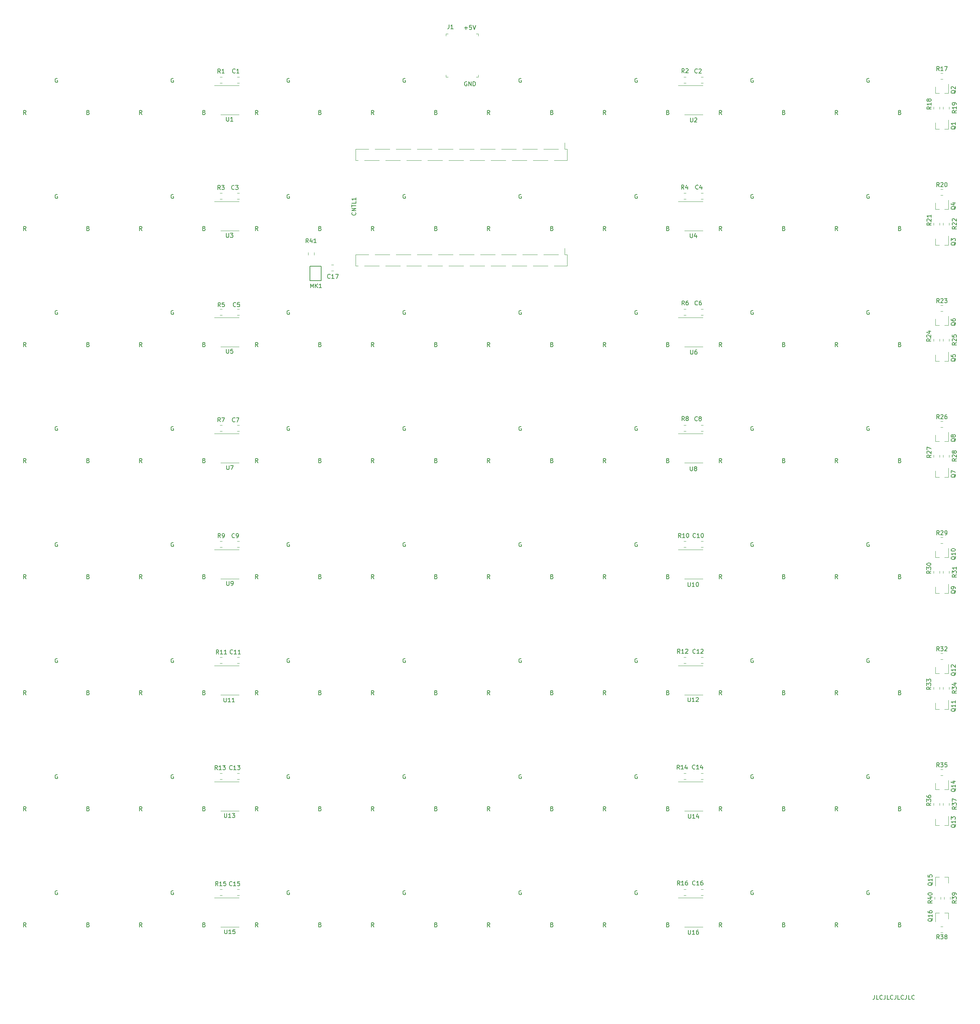
<source format=gbr>
G04 #@! TF.GenerationSoftware,KiCad,Pcbnew,(5.1.5-0-10_14)*
G04 #@! TF.CreationDate,2020-06-03T20:16:53+02:00*
G04 #@! TF.ProjectId,rgb_led_cube,7267625f-6c65-4645-9f63-7562652e6b69,rev?*
G04 #@! TF.SameCoordinates,Original*
G04 #@! TF.FileFunction,Legend,Top*
G04 #@! TF.FilePolarity,Positive*
%FSLAX46Y46*%
G04 Gerber Fmt 4.6, Leading zero omitted, Abs format (unit mm)*
G04 Created by KiCad (PCBNEW (5.1.5-0-10_14)) date 2020-06-03 20:16:53*
%MOMM*%
%LPD*%
G04 APERTURE LIST*
%ADD10C,0.150000*%
%ADD11C,0.127000*%
%ADD12C,0.120000*%
%ADD13C,0.100000*%
G04 APERTURE END LIST*
D10*
X249774652Y-263777480D02*
X249774652Y-264491766D01*
X249727033Y-264634623D01*
X249631795Y-264729861D01*
X249488938Y-264777480D01*
X249393700Y-264777480D01*
X250727033Y-264777480D02*
X250250842Y-264777480D01*
X250250842Y-263777480D01*
X251631795Y-264682242D02*
X251584176Y-264729861D01*
X251441319Y-264777480D01*
X251346080Y-264777480D01*
X251203223Y-264729861D01*
X251107985Y-264634623D01*
X251060366Y-264539385D01*
X251012747Y-264348909D01*
X251012747Y-264206052D01*
X251060366Y-264015576D01*
X251107985Y-263920338D01*
X251203223Y-263825100D01*
X251346080Y-263777480D01*
X251441319Y-263777480D01*
X251584176Y-263825100D01*
X251631795Y-263872719D01*
X252346080Y-263777480D02*
X252346080Y-264491766D01*
X252298461Y-264634623D01*
X252203223Y-264729861D01*
X252060366Y-264777480D01*
X251965128Y-264777480D01*
X253298461Y-264777480D02*
X252822271Y-264777480D01*
X252822271Y-263777480D01*
X254203223Y-264682242D02*
X254155604Y-264729861D01*
X254012747Y-264777480D01*
X253917509Y-264777480D01*
X253774652Y-264729861D01*
X253679414Y-264634623D01*
X253631795Y-264539385D01*
X253584176Y-264348909D01*
X253584176Y-264206052D01*
X253631795Y-264015576D01*
X253679414Y-263920338D01*
X253774652Y-263825100D01*
X253917509Y-263777480D01*
X254012747Y-263777480D01*
X254155604Y-263825100D01*
X254203223Y-263872719D01*
X254917509Y-263777480D02*
X254917509Y-264491766D01*
X254869890Y-264634623D01*
X254774652Y-264729861D01*
X254631795Y-264777480D01*
X254536557Y-264777480D01*
X255869890Y-264777480D02*
X255393700Y-264777480D01*
X255393700Y-263777480D01*
X256774652Y-264682242D02*
X256727033Y-264729861D01*
X256584176Y-264777480D01*
X256488938Y-264777480D01*
X256346080Y-264729861D01*
X256250842Y-264634623D01*
X256203223Y-264539385D01*
X256155604Y-264348909D01*
X256155604Y-264206052D01*
X256203223Y-264015576D01*
X256250842Y-263920338D01*
X256346080Y-263825100D01*
X256488938Y-263777480D01*
X256584176Y-263777480D01*
X256727033Y-263825100D01*
X256774652Y-263872719D01*
X257488938Y-263777480D02*
X257488938Y-264491766D01*
X257441319Y-264634623D01*
X257346080Y-264729861D01*
X257203223Y-264777480D01*
X257107985Y-264777480D01*
X258441319Y-264777480D02*
X257965128Y-264777480D01*
X257965128Y-263777480D01*
X259346080Y-264682242D02*
X259298461Y-264729861D01*
X259155604Y-264777480D01*
X259060366Y-264777480D01*
X258917509Y-264729861D01*
X258822271Y-264634623D01*
X258774652Y-264539385D01*
X258727033Y-264348909D01*
X258727033Y-264206052D01*
X258774652Y-264015576D01*
X258822271Y-263920338D01*
X258917509Y-263825100D01*
X259060366Y-263777480D01*
X259155604Y-263777480D01*
X259298461Y-263825100D01*
X259346080Y-263872719D01*
X151523795Y-43886500D02*
X151428557Y-43838880D01*
X151285700Y-43838880D01*
X151142842Y-43886500D01*
X151047604Y-43981738D01*
X150999985Y-44076976D01*
X150952366Y-44267452D01*
X150952366Y-44410309D01*
X150999985Y-44600785D01*
X151047604Y-44696023D01*
X151142842Y-44791261D01*
X151285700Y-44838880D01*
X151380938Y-44838880D01*
X151523795Y-44791261D01*
X151571414Y-44743642D01*
X151571414Y-44410309D01*
X151380938Y-44410309D01*
X151999985Y-44838880D02*
X151999985Y-43838880D01*
X152571414Y-44838880D01*
X152571414Y-43838880D01*
X153047604Y-44838880D02*
X153047604Y-43838880D01*
X153285700Y-43838880D01*
X153428557Y-43886500D01*
X153523795Y-43981738D01*
X153571414Y-44076976D01*
X153619033Y-44267452D01*
X153619033Y-44410309D01*
X153571414Y-44600785D01*
X153523795Y-44696023D01*
X153428557Y-44791261D01*
X153285700Y-44838880D01*
X153047604Y-44838880D01*
X150949185Y-30894328D02*
X151711090Y-30894328D01*
X151330138Y-31275280D02*
X151330138Y-30513376D01*
X152663471Y-30275280D02*
X152187280Y-30275280D01*
X152139661Y-30751471D01*
X152187280Y-30703852D01*
X152282519Y-30656233D01*
X152520614Y-30656233D01*
X152615852Y-30703852D01*
X152663471Y-30751471D01*
X152711090Y-30846709D01*
X152711090Y-31084804D01*
X152663471Y-31180042D01*
X152615852Y-31227661D01*
X152520614Y-31275280D01*
X152282519Y-31275280D01*
X152187280Y-31227661D01*
X152139661Y-31180042D01*
X152996804Y-30275280D02*
X153330138Y-31275280D01*
X153663471Y-30275280D01*
D11*
X116412400Y-88254800D02*
X113762400Y-88254800D01*
X113762400Y-88254800D02*
X113762400Y-91754800D01*
X113762400Y-91754800D02*
X116412400Y-91754800D01*
X116412400Y-91754800D02*
X116412400Y-88254800D01*
D12*
X206146000Y-184449600D02*
X202496000Y-184449600D01*
X206146000Y-184449600D02*
X208346000Y-184449600D01*
X206146000Y-191469600D02*
X203946000Y-191469600D01*
X206146000Y-191469600D02*
X208346000Y-191469600D01*
D13*
X146493400Y-32330500D02*
X146493400Y-32830500D01*
X146493400Y-32330500D02*
X146993400Y-32330500D01*
X154313400Y-32340500D02*
X154313400Y-32840500D01*
X153813400Y-32340500D02*
X154313400Y-32340500D01*
X154293400Y-42718500D02*
X154293400Y-42218500D01*
X153793400Y-42718500D02*
X154293400Y-42718500D01*
X146493400Y-42718500D02*
X146993400Y-42718500D01*
X146493400Y-42718500D02*
X146493400Y-42218500D01*
D12*
X127878300Y-85499900D02*
X124768300Y-85499900D01*
X132958300Y-85499900D02*
X129398300Y-85499900D01*
X138038300Y-85499900D02*
X134478300Y-85499900D01*
X143118300Y-85499900D02*
X139558300Y-85499900D01*
X148198300Y-85499900D02*
X144638300Y-85499900D01*
X153278300Y-85499900D02*
X149718300Y-85499900D01*
X158358300Y-85499900D02*
X154798300Y-85499900D01*
X163438300Y-85499900D02*
X159878300Y-85499900D01*
X168518300Y-85499900D02*
X164958300Y-85499900D01*
X173598300Y-85499900D02*
X170038300Y-85499900D01*
X130418300Y-88159900D02*
X126858300Y-88159900D01*
X135498300Y-88159900D02*
X131938300Y-88159900D01*
X140578300Y-88159900D02*
X137018300Y-88159900D01*
X145658300Y-88159900D02*
X142098300Y-88159900D01*
X150738300Y-88159900D02*
X147178300Y-88159900D01*
X155818300Y-88159900D02*
X152258300Y-88159900D01*
X160898300Y-88159900D02*
X157338300Y-88159900D01*
X165978300Y-88159900D02*
X162418300Y-88159900D01*
X171058300Y-88159900D02*
X167498300Y-88159900D01*
X125338300Y-88159900D02*
X124768300Y-88159900D01*
X175688300Y-85499900D02*
X175118300Y-85499900D01*
X175118300Y-85499900D02*
X175118300Y-83979900D01*
X175688300Y-88159900D02*
X172578300Y-88159900D01*
X124768300Y-85499900D02*
X124768300Y-88159900D01*
X175688300Y-85499900D02*
X175688300Y-88159900D01*
X127878300Y-60099900D02*
X124768300Y-60099900D01*
X132958300Y-60099900D02*
X129398300Y-60099900D01*
X138038300Y-60099900D02*
X134478300Y-60099900D01*
X143118300Y-60099900D02*
X139558300Y-60099900D01*
X148198300Y-60099900D02*
X144638300Y-60099900D01*
X153278300Y-60099900D02*
X149718300Y-60099900D01*
X158358300Y-60099900D02*
X154798300Y-60099900D01*
X163438300Y-60099900D02*
X159878300Y-60099900D01*
X168518300Y-60099900D02*
X164958300Y-60099900D01*
X173598300Y-60099900D02*
X170038300Y-60099900D01*
X130418300Y-62759900D02*
X126858300Y-62759900D01*
X135498300Y-62759900D02*
X131938300Y-62759900D01*
X140578300Y-62759900D02*
X137018300Y-62759900D01*
X145658300Y-62759900D02*
X142098300Y-62759900D01*
X150738300Y-62759900D02*
X147178300Y-62759900D01*
X155818300Y-62759900D02*
X152258300Y-62759900D01*
X160898300Y-62759900D02*
X157338300Y-62759900D01*
X165978300Y-62759900D02*
X162418300Y-62759900D01*
X171058300Y-62759900D02*
X167498300Y-62759900D01*
X125338300Y-62759900D02*
X124768300Y-62759900D01*
X175688300Y-60099900D02*
X175118300Y-60099900D01*
X175118300Y-60099900D02*
X175118300Y-58579900D01*
X175688300Y-62759900D02*
X172578300Y-62759900D01*
X124768300Y-60099900D02*
X124768300Y-62759900D01*
X175688300Y-60099900D02*
X175688300Y-62759900D01*
X206146000Y-79710000D02*
X208346000Y-79710000D01*
X206146000Y-79710000D02*
X203946000Y-79710000D01*
X206146000Y-72690000D02*
X208346000Y-72690000D01*
X206146000Y-72690000D02*
X202496000Y-72690000D01*
X113323300Y-85006548D02*
X113323300Y-85529052D01*
X114743300Y-85006548D02*
X114743300Y-85529052D01*
X206146000Y-247349600D02*
X208346000Y-247349600D01*
X206146000Y-247349600D02*
X203946000Y-247349600D01*
X206146000Y-240329600D02*
X208346000Y-240329600D01*
X206146000Y-240329600D02*
X202496000Y-240329600D01*
X94386400Y-247349600D02*
X96586400Y-247349600D01*
X94386400Y-247349600D02*
X92186400Y-247349600D01*
X94386400Y-240329600D02*
X96586400Y-240329600D01*
X94386400Y-240329600D02*
X90736400Y-240329600D01*
X206146000Y-219409600D02*
X208346000Y-219409600D01*
X206146000Y-219409600D02*
X203946000Y-219409600D01*
X206146000Y-212389600D02*
X208346000Y-212389600D01*
X206146000Y-212389600D02*
X202496000Y-212389600D01*
X94386400Y-219409600D02*
X96586400Y-219409600D01*
X94386400Y-219409600D02*
X92186400Y-219409600D01*
X94386400Y-212389600D02*
X96586400Y-212389600D01*
X94386400Y-212389600D02*
X90736400Y-212389600D01*
X94386400Y-191469600D02*
X96586400Y-191469600D01*
X94386400Y-191469600D02*
X92186400Y-191469600D01*
X94386400Y-184449600D02*
X96586400Y-184449600D01*
X94386400Y-184449600D02*
X90736400Y-184449600D01*
X206146000Y-163529600D02*
X208346000Y-163529600D01*
X206146000Y-163529600D02*
X203946000Y-163529600D01*
X206146000Y-156509600D02*
X208346000Y-156509600D01*
X206146000Y-156509600D02*
X202496000Y-156509600D01*
X94386400Y-163529600D02*
X96586400Y-163529600D01*
X94386400Y-163529600D02*
X92186400Y-163529600D01*
X94386400Y-156509600D02*
X96586400Y-156509600D01*
X94386400Y-156509600D02*
X90736400Y-156509600D01*
X206146000Y-135589600D02*
X208346000Y-135589600D01*
X206146000Y-135589600D02*
X203946000Y-135589600D01*
X206146000Y-128569600D02*
X208346000Y-128569600D01*
X206146000Y-128569600D02*
X202496000Y-128569600D01*
X94386400Y-135589600D02*
X96586400Y-135589600D01*
X94386400Y-135589600D02*
X92186400Y-135589600D01*
X94386400Y-128569600D02*
X96586400Y-128569600D01*
X94386400Y-128569600D02*
X90736400Y-128569600D01*
X206146000Y-107650000D02*
X208346000Y-107650000D01*
X206146000Y-107650000D02*
X203946000Y-107650000D01*
X206146000Y-100630000D02*
X208346000Y-100630000D01*
X206146000Y-100630000D02*
X202496000Y-100630000D01*
X94386400Y-107650000D02*
X96586400Y-107650000D01*
X94386400Y-107650000D02*
X92186400Y-107650000D01*
X94386400Y-100630000D02*
X96586400Y-100630000D01*
X94386400Y-100630000D02*
X90736400Y-100630000D01*
X94386400Y-79710000D02*
X96586400Y-79710000D01*
X94386400Y-79710000D02*
X92186400Y-79710000D01*
X94386400Y-72690000D02*
X96586400Y-72690000D01*
X94386400Y-72690000D02*
X90736400Y-72690000D01*
X206146000Y-51770000D02*
X208346000Y-51770000D01*
X206146000Y-51770000D02*
X203946000Y-51770000D01*
X206146000Y-44750000D02*
X208346000Y-44750000D01*
X206146000Y-44750000D02*
X202496000Y-44750000D01*
X94386400Y-51770000D02*
X96586400Y-51770000D01*
X94386400Y-51770000D02*
X92186400Y-51770000D01*
X94386400Y-44750000D02*
X96586400Y-44750000D01*
X94386400Y-44750000D02*
X90736400Y-44750000D01*
X267569000Y-243944000D02*
X267569000Y-245404000D01*
X264409000Y-243944000D02*
X264409000Y-246104000D01*
X264409000Y-243944000D02*
X265339000Y-243944000D01*
X267569000Y-243944000D02*
X266639000Y-243944000D01*
X267569000Y-235308000D02*
X267569000Y-236768000D01*
X264409000Y-235308000D02*
X264409000Y-237468000D01*
X264409000Y-235308000D02*
X265339000Y-235308000D01*
X267569000Y-235308000D02*
X266639000Y-235308000D01*
X264409000Y-214222000D02*
X264409000Y-212762000D01*
X267569000Y-214222000D02*
X267569000Y-212062000D01*
X267569000Y-214222000D02*
X266639000Y-214222000D01*
X264409000Y-214222000D02*
X265339000Y-214222000D01*
X264409000Y-222858000D02*
X264409000Y-221398000D01*
X267569000Y-222858000D02*
X267569000Y-220698000D01*
X267569000Y-222858000D02*
X266639000Y-222858000D01*
X264409000Y-222858000D02*
X265339000Y-222858000D01*
X264409000Y-186282000D02*
X264409000Y-184822000D01*
X267569000Y-186282000D02*
X267569000Y-184122000D01*
X267569000Y-186282000D02*
X266639000Y-186282000D01*
X264409000Y-186282000D02*
X265339000Y-186282000D01*
X264409000Y-194918000D02*
X264409000Y-193458000D01*
X267569000Y-194918000D02*
X267569000Y-192758000D01*
X267569000Y-194918000D02*
X266639000Y-194918000D01*
X264409000Y-194918000D02*
X265339000Y-194918000D01*
X264409000Y-158342000D02*
X264409000Y-156882000D01*
X267569000Y-158342000D02*
X267569000Y-156182000D01*
X267569000Y-158342000D02*
X266639000Y-158342000D01*
X264409000Y-158342000D02*
X265339000Y-158342000D01*
X264409000Y-166978000D02*
X264409000Y-165518000D01*
X267569000Y-166978000D02*
X267569000Y-164818000D01*
X267569000Y-166978000D02*
X266639000Y-166978000D01*
X264409000Y-166978000D02*
X265339000Y-166978000D01*
X264409000Y-130402000D02*
X264409000Y-128942000D01*
X267569000Y-130402000D02*
X267569000Y-128242000D01*
X267569000Y-130402000D02*
X266639000Y-130402000D01*
X264409000Y-130402000D02*
X265339000Y-130402000D01*
X264409000Y-139038000D02*
X264409000Y-137578000D01*
X267569000Y-139038000D02*
X267569000Y-136878000D01*
X267569000Y-139038000D02*
X266639000Y-139038000D01*
X264409000Y-139038000D02*
X265339000Y-139038000D01*
X264409000Y-102462000D02*
X264409000Y-101002000D01*
X267569000Y-102462000D02*
X267569000Y-100302000D01*
X267569000Y-102462000D02*
X266639000Y-102462000D01*
X264409000Y-102462000D02*
X265339000Y-102462000D01*
X264409000Y-111098000D02*
X264409000Y-109638000D01*
X267569000Y-111098000D02*
X267569000Y-108938000D01*
X267569000Y-111098000D02*
X266639000Y-111098000D01*
X264409000Y-111098000D02*
X265339000Y-111098000D01*
X264409000Y-74521600D02*
X264409000Y-73061600D01*
X267569000Y-74521600D02*
X267569000Y-72361600D01*
X267569000Y-74521600D02*
X266639000Y-74521600D01*
X264409000Y-74521600D02*
X265339000Y-74521600D01*
X264409000Y-83157600D02*
X264409000Y-81697600D01*
X267569000Y-83157600D02*
X267569000Y-80997600D01*
X267569000Y-83157600D02*
X266639000Y-83157600D01*
X264409000Y-83157600D02*
X265339000Y-83157600D01*
X264409000Y-46581600D02*
X264409000Y-45121600D01*
X267569000Y-46581600D02*
X267569000Y-44421600D01*
X267569000Y-46581600D02*
X266639000Y-46581600D01*
X264409000Y-46581600D02*
X265339000Y-46581600D01*
X264409000Y-55217600D02*
X264409000Y-53757600D01*
X267569000Y-55217600D02*
X267569000Y-53057600D01*
X267569000Y-55217600D02*
X266639000Y-55217600D01*
X264409000Y-55217600D02*
X265339000Y-55217600D01*
X204350252Y-239749600D02*
X203827748Y-239749600D01*
X204350252Y-238329600D02*
X203827748Y-238329600D01*
X92590252Y-239749600D02*
X92067748Y-239749600D01*
X92590252Y-238329600D02*
X92067748Y-238329600D01*
X204350252Y-211809600D02*
X203827748Y-211809600D01*
X204350252Y-210389600D02*
X203827748Y-210389600D01*
X92590252Y-211809600D02*
X92067748Y-211809600D01*
X92590252Y-210389600D02*
X92067748Y-210389600D01*
X264263000Y-240124748D02*
X264263000Y-240647252D01*
X265683000Y-240124748D02*
X265683000Y-240647252D01*
X266549000Y-240124748D02*
X266549000Y-240647252D01*
X267969000Y-240124748D02*
X267969000Y-240647252D01*
X265727748Y-248716000D02*
X266250252Y-248716000D01*
X265727748Y-247296000D02*
X266250252Y-247296000D01*
X267715000Y-218041252D02*
X267715000Y-217518748D01*
X266295000Y-218041252D02*
X266295000Y-217518748D01*
X265429000Y-218041252D02*
X265429000Y-217518748D01*
X264009000Y-218041252D02*
X264009000Y-217518748D01*
X266250252Y-209450000D02*
X265727748Y-209450000D01*
X266250252Y-210870000D02*
X265727748Y-210870000D01*
X204350252Y-183869600D02*
X203827748Y-183869600D01*
X204350252Y-182449600D02*
X203827748Y-182449600D01*
X92590252Y-183869600D02*
X92067748Y-183869600D01*
X92590252Y-182449600D02*
X92067748Y-182449600D01*
X204350252Y-155929600D02*
X203827748Y-155929600D01*
X204350252Y-154509600D02*
X203827748Y-154509600D01*
X92590252Y-155929600D02*
X92067748Y-155929600D01*
X92590252Y-154509600D02*
X92067748Y-154509600D01*
X267715000Y-190101252D02*
X267715000Y-189578748D01*
X266295000Y-190101252D02*
X266295000Y-189578748D01*
X265429000Y-190101252D02*
X265429000Y-189578748D01*
X264009000Y-190101252D02*
X264009000Y-189578748D01*
X266250252Y-181510000D02*
X265727748Y-181510000D01*
X266250252Y-182930000D02*
X265727748Y-182930000D01*
X267715000Y-162161252D02*
X267715000Y-161638748D01*
X266295000Y-162161252D02*
X266295000Y-161638748D01*
X265429000Y-162161252D02*
X265429000Y-161638748D01*
X264009000Y-162161252D02*
X264009000Y-161638748D01*
X266250252Y-153570000D02*
X265727748Y-153570000D01*
X266250252Y-154990000D02*
X265727748Y-154990000D01*
X267715000Y-134221252D02*
X267715000Y-133698748D01*
X266295000Y-134221252D02*
X266295000Y-133698748D01*
X265429000Y-134221252D02*
X265429000Y-133698748D01*
X264009000Y-134221252D02*
X264009000Y-133698748D01*
X266250252Y-125630000D02*
X265727748Y-125630000D01*
X266250252Y-127050000D02*
X265727748Y-127050000D01*
X204350252Y-127989600D02*
X203827748Y-127989600D01*
X204350252Y-126569600D02*
X203827748Y-126569600D01*
X92590252Y-127989600D02*
X92067748Y-127989600D01*
X92590252Y-126569600D02*
X92067748Y-126569600D01*
X204350252Y-100049400D02*
X203827748Y-100049400D01*
X204350252Y-98629400D02*
X203827748Y-98629400D01*
X92590252Y-100049400D02*
X92067748Y-100049400D01*
X92590252Y-98629400D02*
X92067748Y-98629400D01*
X267715000Y-106281252D02*
X267715000Y-105758748D01*
X266295000Y-106281252D02*
X266295000Y-105758748D01*
X265429000Y-106281252D02*
X265429000Y-105758748D01*
X264009000Y-106281252D02*
X264009000Y-105758748D01*
X266250252Y-97689600D02*
X265727748Y-97689600D01*
X266250252Y-99109600D02*
X265727748Y-99109600D01*
X267715000Y-78340852D02*
X267715000Y-77818348D01*
X266295000Y-78340852D02*
X266295000Y-77818348D01*
X265429000Y-78340852D02*
X265429000Y-77818348D01*
X264009000Y-78340852D02*
X264009000Y-77818348D01*
X266250252Y-69749600D02*
X265727748Y-69749600D01*
X266250252Y-71169600D02*
X265727748Y-71169600D01*
X267715000Y-50400852D02*
X267715000Y-49878348D01*
X266295000Y-50400852D02*
X266295000Y-49878348D01*
X265429000Y-50400852D02*
X265429000Y-49878348D01*
X264009000Y-50400852D02*
X264009000Y-49878348D01*
X266250252Y-41809600D02*
X265727748Y-41809600D01*
X266250252Y-43229600D02*
X265727748Y-43229600D01*
X204350252Y-70689400D02*
X203827748Y-70689400D01*
X204350252Y-72109400D02*
X203827748Y-72109400D01*
X92590252Y-70689400D02*
X92067748Y-70689400D01*
X92590252Y-72109400D02*
X92067748Y-72109400D01*
X204350252Y-42749400D02*
X203827748Y-42749400D01*
X204350252Y-44169400D02*
X203827748Y-44169400D01*
X92590252Y-42749400D02*
X92067748Y-42749400D01*
X92590252Y-44169400D02*
X92067748Y-44169400D01*
X208465252Y-239749600D02*
X207942748Y-239749600D01*
X208465252Y-238329600D02*
X207942748Y-238329600D01*
X96705052Y-239749600D02*
X96182548Y-239749600D01*
X96705052Y-238329600D02*
X96182548Y-238329600D01*
X208465252Y-211809600D02*
X207942748Y-211809600D01*
X208465252Y-210389600D02*
X207942748Y-210389600D01*
X96705052Y-211809600D02*
X96182548Y-211809600D01*
X96705052Y-210389600D02*
X96182548Y-210389600D01*
X208465252Y-183869600D02*
X207942748Y-183869600D01*
X208465252Y-182449600D02*
X207942748Y-182449600D01*
X96705052Y-183869600D02*
X96182548Y-183869600D01*
X96705052Y-182449600D02*
X96182548Y-182449600D01*
X208465252Y-155929600D02*
X207942748Y-155929600D01*
X208465252Y-154509600D02*
X207942748Y-154509600D01*
X96705052Y-155929600D02*
X96182548Y-155929600D01*
X96705052Y-154509600D02*
X96182548Y-154509600D01*
X208465252Y-127989600D02*
X207942748Y-127989600D01*
X208465252Y-126569600D02*
X207942748Y-126569600D01*
X96705052Y-127989600D02*
X96182548Y-127989600D01*
X96705052Y-126569600D02*
X96182548Y-126569600D01*
X208465252Y-100049400D02*
X207942748Y-100049400D01*
X208465252Y-98629400D02*
X207942748Y-98629400D01*
X96705052Y-100049400D02*
X96182548Y-100049400D01*
X96705052Y-98629400D02*
X96182548Y-98629400D01*
X208465252Y-72109400D02*
X207942748Y-72109400D01*
X208465252Y-70689400D02*
X207942748Y-70689400D01*
X96705052Y-72109400D02*
X96182548Y-72109400D01*
X96705052Y-70689400D02*
X96182548Y-70689400D01*
X208465252Y-44169400D02*
X207942748Y-44169400D01*
X208465252Y-42749400D02*
X207942748Y-42749400D01*
X96705052Y-44169400D02*
X96182548Y-44169400D01*
X96705052Y-42749400D02*
X96182548Y-42749400D01*
X118864748Y-87923300D02*
X119387252Y-87923300D01*
X118864748Y-89343300D02*
X119387252Y-89343300D01*
D10*
X45318523Y-51735380D02*
X44985190Y-51259190D01*
X44747095Y-51735380D02*
X44747095Y-50735380D01*
X45128047Y-50735380D01*
X45223285Y-50783000D01*
X45270904Y-50830619D01*
X45318523Y-50925857D01*
X45318523Y-51068714D01*
X45270904Y-51163952D01*
X45223285Y-51211571D01*
X45128047Y-51259190D01*
X44747095Y-51259190D01*
X52890904Y-43061400D02*
X52795666Y-43013780D01*
X52652809Y-43013780D01*
X52509952Y-43061400D01*
X52414714Y-43156638D01*
X52367095Y-43251876D01*
X52319476Y-43442352D01*
X52319476Y-43585209D01*
X52367095Y-43775685D01*
X52414714Y-43870923D01*
X52509952Y-43966161D01*
X52652809Y-44013780D01*
X52748047Y-44013780D01*
X52890904Y-43966161D01*
X52938523Y-43918542D01*
X52938523Y-43585209D01*
X52748047Y-43585209D01*
X60320428Y-51211571D02*
X60463285Y-51259190D01*
X60510904Y-51306809D01*
X60558523Y-51402047D01*
X60558523Y-51544904D01*
X60510904Y-51640142D01*
X60463285Y-51687761D01*
X60368047Y-51735380D01*
X59987095Y-51735380D01*
X59987095Y-50735380D01*
X60320428Y-50735380D01*
X60415666Y-50783000D01*
X60463285Y-50830619D01*
X60510904Y-50925857D01*
X60510904Y-51021095D01*
X60463285Y-51116333D01*
X60415666Y-51163952D01*
X60320428Y-51211571D01*
X59987095Y-51211571D01*
X73258523Y-51735380D02*
X72925190Y-51259190D01*
X72687095Y-51735380D02*
X72687095Y-50735380D01*
X73068047Y-50735380D01*
X73163285Y-50783000D01*
X73210904Y-50830619D01*
X73258523Y-50925857D01*
X73258523Y-51068714D01*
X73210904Y-51163952D01*
X73163285Y-51211571D01*
X73068047Y-51259190D01*
X72687095Y-51259190D01*
X80830904Y-43061400D02*
X80735666Y-43013780D01*
X80592809Y-43013780D01*
X80449952Y-43061400D01*
X80354714Y-43156638D01*
X80307095Y-43251876D01*
X80259476Y-43442352D01*
X80259476Y-43585209D01*
X80307095Y-43775685D01*
X80354714Y-43870923D01*
X80449952Y-43966161D01*
X80592809Y-44013780D01*
X80688047Y-44013780D01*
X80830904Y-43966161D01*
X80878523Y-43918542D01*
X80878523Y-43585209D01*
X80688047Y-43585209D01*
X88260428Y-51211571D02*
X88403285Y-51259190D01*
X88450904Y-51306809D01*
X88498523Y-51402047D01*
X88498523Y-51544904D01*
X88450904Y-51640142D01*
X88403285Y-51687761D01*
X88308047Y-51735380D01*
X87927095Y-51735380D01*
X87927095Y-50735380D01*
X88260428Y-50735380D01*
X88355666Y-50783000D01*
X88403285Y-50830619D01*
X88450904Y-50925857D01*
X88450904Y-51021095D01*
X88403285Y-51116333D01*
X88355666Y-51163952D01*
X88260428Y-51211571D01*
X87927095Y-51211571D01*
X144140428Y-51211571D02*
X144283285Y-51259190D01*
X144330904Y-51306809D01*
X144378523Y-51402047D01*
X144378523Y-51544904D01*
X144330904Y-51640142D01*
X144283285Y-51687761D01*
X144188047Y-51735380D01*
X143807095Y-51735380D01*
X143807095Y-50735380D01*
X144140428Y-50735380D01*
X144235666Y-50783000D01*
X144283285Y-50830619D01*
X144330904Y-50925857D01*
X144330904Y-51021095D01*
X144283285Y-51116333D01*
X144235666Y-51163952D01*
X144140428Y-51211571D01*
X143807095Y-51211571D01*
X136710904Y-43061400D02*
X136615666Y-43013780D01*
X136472809Y-43013780D01*
X136329952Y-43061400D01*
X136234714Y-43156638D01*
X136187095Y-43251876D01*
X136139476Y-43442352D01*
X136139476Y-43585209D01*
X136187095Y-43775685D01*
X136234714Y-43870923D01*
X136329952Y-43966161D01*
X136472809Y-44013780D01*
X136568047Y-44013780D01*
X136710904Y-43966161D01*
X136758523Y-43918542D01*
X136758523Y-43585209D01*
X136568047Y-43585209D01*
X129138523Y-51735380D02*
X128805190Y-51259190D01*
X128567095Y-51735380D02*
X128567095Y-50735380D01*
X128948047Y-50735380D01*
X129043285Y-50783000D01*
X129090904Y-50830619D01*
X129138523Y-50925857D01*
X129138523Y-51068714D01*
X129090904Y-51163952D01*
X129043285Y-51211571D01*
X128948047Y-51259190D01*
X128567095Y-51259190D01*
X101198523Y-51735380D02*
X100865190Y-51259190D01*
X100627095Y-51735380D02*
X100627095Y-50735380D01*
X101008047Y-50735380D01*
X101103285Y-50783000D01*
X101150904Y-50830619D01*
X101198523Y-50925857D01*
X101198523Y-51068714D01*
X101150904Y-51163952D01*
X101103285Y-51211571D01*
X101008047Y-51259190D01*
X100627095Y-51259190D01*
X108770904Y-43061400D02*
X108675666Y-43013780D01*
X108532809Y-43013780D01*
X108389952Y-43061400D01*
X108294714Y-43156638D01*
X108247095Y-43251876D01*
X108199476Y-43442352D01*
X108199476Y-43585209D01*
X108247095Y-43775685D01*
X108294714Y-43870923D01*
X108389952Y-43966161D01*
X108532809Y-44013780D01*
X108628047Y-44013780D01*
X108770904Y-43966161D01*
X108818523Y-43918542D01*
X108818523Y-43585209D01*
X108628047Y-43585209D01*
X116200428Y-51211571D02*
X116343285Y-51259190D01*
X116390904Y-51306809D01*
X116438523Y-51402047D01*
X116438523Y-51544904D01*
X116390904Y-51640142D01*
X116343285Y-51687761D01*
X116248047Y-51735380D01*
X115867095Y-51735380D01*
X115867095Y-50735380D01*
X116200428Y-50735380D01*
X116295666Y-50783000D01*
X116343285Y-50830619D01*
X116390904Y-50925857D01*
X116390904Y-51021095D01*
X116343285Y-51116333D01*
X116295666Y-51163952D01*
X116200428Y-51211571D01*
X115867095Y-51211571D01*
X227960428Y-51211571D02*
X228103285Y-51259190D01*
X228150904Y-51306809D01*
X228198523Y-51402047D01*
X228198523Y-51544904D01*
X228150904Y-51640142D01*
X228103285Y-51687761D01*
X228008047Y-51735380D01*
X227627095Y-51735380D01*
X227627095Y-50735380D01*
X227960428Y-50735380D01*
X228055666Y-50783000D01*
X228103285Y-50830619D01*
X228150904Y-50925857D01*
X228150904Y-51021095D01*
X228103285Y-51116333D01*
X228055666Y-51163952D01*
X227960428Y-51211571D01*
X227627095Y-51211571D01*
X248470904Y-43061400D02*
X248375666Y-43013780D01*
X248232809Y-43013780D01*
X248089952Y-43061400D01*
X247994714Y-43156638D01*
X247947095Y-43251876D01*
X247899476Y-43442352D01*
X247899476Y-43585209D01*
X247947095Y-43775685D01*
X247994714Y-43870923D01*
X248089952Y-43966161D01*
X248232809Y-44013780D01*
X248328047Y-44013780D01*
X248470904Y-43966161D01*
X248518523Y-43918542D01*
X248518523Y-43585209D01*
X248328047Y-43585209D01*
X212958523Y-51735380D02*
X212625190Y-51259190D01*
X212387095Y-51735380D02*
X212387095Y-50735380D01*
X212768047Y-50735380D01*
X212863285Y-50783000D01*
X212910904Y-50830619D01*
X212958523Y-50925857D01*
X212958523Y-51068714D01*
X212910904Y-51163952D01*
X212863285Y-51211571D01*
X212768047Y-51259190D01*
X212387095Y-51259190D01*
X255900428Y-51211571D02*
X256043285Y-51259190D01*
X256090904Y-51306809D01*
X256138523Y-51402047D01*
X256138523Y-51544904D01*
X256090904Y-51640142D01*
X256043285Y-51687761D01*
X255948047Y-51735380D01*
X255567095Y-51735380D01*
X255567095Y-50735380D01*
X255900428Y-50735380D01*
X255995666Y-50783000D01*
X256043285Y-50830619D01*
X256090904Y-50925857D01*
X256090904Y-51021095D01*
X256043285Y-51116333D01*
X255995666Y-51163952D01*
X255900428Y-51211571D01*
X255567095Y-51211571D01*
X220530904Y-43061400D02*
X220435666Y-43013780D01*
X220292809Y-43013780D01*
X220149952Y-43061400D01*
X220054714Y-43156638D01*
X220007095Y-43251876D01*
X219959476Y-43442352D01*
X219959476Y-43585209D01*
X220007095Y-43775685D01*
X220054714Y-43870923D01*
X220149952Y-43966161D01*
X220292809Y-44013780D01*
X220388047Y-44013780D01*
X220530904Y-43966161D01*
X220578523Y-43918542D01*
X220578523Y-43585209D01*
X220388047Y-43585209D01*
X240898523Y-51735380D02*
X240565190Y-51259190D01*
X240327095Y-51735380D02*
X240327095Y-50735380D01*
X240708047Y-50735380D01*
X240803285Y-50783000D01*
X240850904Y-50830619D01*
X240898523Y-50925857D01*
X240898523Y-51068714D01*
X240850904Y-51163952D01*
X240803285Y-51211571D01*
X240708047Y-51259190D01*
X240327095Y-51259190D01*
X200020428Y-51211571D02*
X200163285Y-51259190D01*
X200210904Y-51306809D01*
X200258523Y-51402047D01*
X200258523Y-51544904D01*
X200210904Y-51640142D01*
X200163285Y-51687761D01*
X200068047Y-51735380D01*
X199687095Y-51735380D01*
X199687095Y-50735380D01*
X200020428Y-50735380D01*
X200115666Y-50783000D01*
X200163285Y-50830619D01*
X200210904Y-50925857D01*
X200210904Y-51021095D01*
X200163285Y-51116333D01*
X200115666Y-51163952D01*
X200020428Y-51211571D01*
X199687095Y-51211571D01*
X192590904Y-43061400D02*
X192495666Y-43013780D01*
X192352809Y-43013780D01*
X192209952Y-43061400D01*
X192114714Y-43156638D01*
X192067095Y-43251876D01*
X192019476Y-43442352D01*
X192019476Y-43585209D01*
X192067095Y-43775685D01*
X192114714Y-43870923D01*
X192209952Y-43966161D01*
X192352809Y-44013780D01*
X192448047Y-44013780D01*
X192590904Y-43966161D01*
X192638523Y-43918542D01*
X192638523Y-43585209D01*
X192448047Y-43585209D01*
X185018523Y-51735380D02*
X184685190Y-51259190D01*
X184447095Y-51735380D02*
X184447095Y-50735380D01*
X184828047Y-50735380D01*
X184923285Y-50783000D01*
X184970904Y-50830619D01*
X185018523Y-50925857D01*
X185018523Y-51068714D01*
X184970904Y-51163952D01*
X184923285Y-51211571D01*
X184828047Y-51259190D01*
X184447095Y-51259190D01*
X157078523Y-51735380D02*
X156745190Y-51259190D01*
X156507095Y-51735380D02*
X156507095Y-50735380D01*
X156888047Y-50735380D01*
X156983285Y-50783000D01*
X157030904Y-50830619D01*
X157078523Y-50925857D01*
X157078523Y-51068714D01*
X157030904Y-51163952D01*
X156983285Y-51211571D01*
X156888047Y-51259190D01*
X156507095Y-51259190D01*
X164650904Y-43061400D02*
X164555666Y-43013780D01*
X164412809Y-43013780D01*
X164269952Y-43061400D01*
X164174714Y-43156638D01*
X164127095Y-43251876D01*
X164079476Y-43442352D01*
X164079476Y-43585209D01*
X164127095Y-43775685D01*
X164174714Y-43870923D01*
X164269952Y-43966161D01*
X164412809Y-44013780D01*
X164508047Y-44013780D01*
X164650904Y-43966161D01*
X164698523Y-43918542D01*
X164698523Y-43585209D01*
X164508047Y-43585209D01*
X172080428Y-51211571D02*
X172223285Y-51259190D01*
X172270904Y-51306809D01*
X172318523Y-51402047D01*
X172318523Y-51544904D01*
X172270904Y-51640142D01*
X172223285Y-51687761D01*
X172128047Y-51735380D01*
X171747095Y-51735380D01*
X171747095Y-50735380D01*
X172080428Y-50735380D01*
X172175666Y-50783000D01*
X172223285Y-50830619D01*
X172270904Y-50925857D01*
X172270904Y-51021095D01*
X172223285Y-51116333D01*
X172175666Y-51163952D01*
X172080428Y-51211571D01*
X171747095Y-51211571D01*
X116200428Y-79151571D02*
X116343285Y-79199190D01*
X116390904Y-79246809D01*
X116438523Y-79342047D01*
X116438523Y-79484904D01*
X116390904Y-79580142D01*
X116343285Y-79627761D01*
X116248047Y-79675380D01*
X115867095Y-79675380D01*
X115867095Y-78675380D01*
X116200428Y-78675380D01*
X116295666Y-78723000D01*
X116343285Y-78770619D01*
X116390904Y-78865857D01*
X116390904Y-78961095D01*
X116343285Y-79056333D01*
X116295666Y-79103952D01*
X116200428Y-79151571D01*
X115867095Y-79151571D01*
X136710904Y-71001400D02*
X136615666Y-70953780D01*
X136472809Y-70953780D01*
X136329952Y-71001400D01*
X136234714Y-71096638D01*
X136187095Y-71191876D01*
X136139476Y-71382352D01*
X136139476Y-71525209D01*
X136187095Y-71715685D01*
X136234714Y-71810923D01*
X136329952Y-71906161D01*
X136472809Y-71953780D01*
X136568047Y-71953780D01*
X136710904Y-71906161D01*
X136758523Y-71858542D01*
X136758523Y-71525209D01*
X136568047Y-71525209D01*
X101198523Y-79675380D02*
X100865190Y-79199190D01*
X100627095Y-79675380D02*
X100627095Y-78675380D01*
X101008047Y-78675380D01*
X101103285Y-78723000D01*
X101150904Y-78770619D01*
X101198523Y-78865857D01*
X101198523Y-79008714D01*
X101150904Y-79103952D01*
X101103285Y-79151571D01*
X101008047Y-79199190D01*
X100627095Y-79199190D01*
X144140428Y-79151571D02*
X144283285Y-79199190D01*
X144330904Y-79246809D01*
X144378523Y-79342047D01*
X144378523Y-79484904D01*
X144330904Y-79580142D01*
X144283285Y-79627761D01*
X144188047Y-79675380D01*
X143807095Y-79675380D01*
X143807095Y-78675380D01*
X144140428Y-78675380D01*
X144235666Y-78723000D01*
X144283285Y-78770619D01*
X144330904Y-78865857D01*
X144330904Y-78961095D01*
X144283285Y-79056333D01*
X144235666Y-79103952D01*
X144140428Y-79151571D01*
X143807095Y-79151571D01*
X108770904Y-71001400D02*
X108675666Y-70953780D01*
X108532809Y-70953780D01*
X108389952Y-71001400D01*
X108294714Y-71096638D01*
X108247095Y-71191876D01*
X108199476Y-71382352D01*
X108199476Y-71525209D01*
X108247095Y-71715685D01*
X108294714Y-71810923D01*
X108389952Y-71906161D01*
X108532809Y-71953780D01*
X108628047Y-71953780D01*
X108770904Y-71906161D01*
X108818523Y-71858542D01*
X108818523Y-71525209D01*
X108628047Y-71525209D01*
X129138523Y-79675380D02*
X128805190Y-79199190D01*
X128567095Y-79675380D02*
X128567095Y-78675380D01*
X128948047Y-78675380D01*
X129043285Y-78723000D01*
X129090904Y-78770619D01*
X129138523Y-78865857D01*
X129138523Y-79008714D01*
X129090904Y-79103952D01*
X129043285Y-79151571D01*
X128948047Y-79199190D01*
X128567095Y-79199190D01*
X212958523Y-79675380D02*
X212625190Y-79199190D01*
X212387095Y-79675380D02*
X212387095Y-78675380D01*
X212768047Y-78675380D01*
X212863285Y-78723000D01*
X212910904Y-78770619D01*
X212958523Y-78865857D01*
X212958523Y-79008714D01*
X212910904Y-79103952D01*
X212863285Y-79151571D01*
X212768047Y-79199190D01*
X212387095Y-79199190D01*
X227960428Y-79151571D02*
X228103285Y-79199190D01*
X228150904Y-79246809D01*
X228198523Y-79342047D01*
X228198523Y-79484904D01*
X228150904Y-79580142D01*
X228103285Y-79627761D01*
X228008047Y-79675380D01*
X227627095Y-79675380D01*
X227627095Y-78675380D01*
X227960428Y-78675380D01*
X228055666Y-78723000D01*
X228103285Y-78770619D01*
X228150904Y-78865857D01*
X228150904Y-78961095D01*
X228103285Y-79056333D01*
X228055666Y-79103952D01*
X227960428Y-79151571D01*
X227627095Y-79151571D01*
X248470904Y-71001400D02*
X248375666Y-70953780D01*
X248232809Y-70953780D01*
X248089952Y-71001400D01*
X247994714Y-71096638D01*
X247947095Y-71191876D01*
X247899476Y-71382352D01*
X247899476Y-71525209D01*
X247947095Y-71715685D01*
X247994714Y-71810923D01*
X248089952Y-71906161D01*
X248232809Y-71953780D01*
X248328047Y-71953780D01*
X248470904Y-71906161D01*
X248518523Y-71858542D01*
X248518523Y-71525209D01*
X248328047Y-71525209D01*
X255900428Y-79151571D02*
X256043285Y-79199190D01*
X256090904Y-79246809D01*
X256138523Y-79342047D01*
X256138523Y-79484904D01*
X256090904Y-79580142D01*
X256043285Y-79627761D01*
X255948047Y-79675380D01*
X255567095Y-79675380D01*
X255567095Y-78675380D01*
X255900428Y-78675380D01*
X255995666Y-78723000D01*
X256043285Y-78770619D01*
X256090904Y-78865857D01*
X256090904Y-78961095D01*
X256043285Y-79056333D01*
X255995666Y-79103952D01*
X255900428Y-79151571D01*
X255567095Y-79151571D01*
X220530904Y-71001400D02*
X220435666Y-70953780D01*
X220292809Y-70953780D01*
X220149952Y-71001400D01*
X220054714Y-71096638D01*
X220007095Y-71191876D01*
X219959476Y-71382352D01*
X219959476Y-71525209D01*
X220007095Y-71715685D01*
X220054714Y-71810923D01*
X220149952Y-71906161D01*
X220292809Y-71953780D01*
X220388047Y-71953780D01*
X220530904Y-71906161D01*
X220578523Y-71858542D01*
X220578523Y-71525209D01*
X220388047Y-71525209D01*
X240898523Y-79675380D02*
X240565190Y-79199190D01*
X240327095Y-79675380D02*
X240327095Y-78675380D01*
X240708047Y-78675380D01*
X240803285Y-78723000D01*
X240850904Y-78770619D01*
X240898523Y-78865857D01*
X240898523Y-79008714D01*
X240850904Y-79103952D01*
X240803285Y-79151571D01*
X240708047Y-79199190D01*
X240327095Y-79199190D01*
X200020428Y-79151571D02*
X200163285Y-79199190D01*
X200210904Y-79246809D01*
X200258523Y-79342047D01*
X200258523Y-79484904D01*
X200210904Y-79580142D01*
X200163285Y-79627761D01*
X200068047Y-79675380D01*
X199687095Y-79675380D01*
X199687095Y-78675380D01*
X200020428Y-78675380D01*
X200115666Y-78723000D01*
X200163285Y-78770619D01*
X200210904Y-78865857D01*
X200210904Y-78961095D01*
X200163285Y-79056333D01*
X200115666Y-79103952D01*
X200020428Y-79151571D01*
X199687095Y-79151571D01*
X192590904Y-71001400D02*
X192495666Y-70953780D01*
X192352809Y-70953780D01*
X192209952Y-71001400D01*
X192114714Y-71096638D01*
X192067095Y-71191876D01*
X192019476Y-71382352D01*
X192019476Y-71525209D01*
X192067095Y-71715685D01*
X192114714Y-71810923D01*
X192209952Y-71906161D01*
X192352809Y-71953780D01*
X192448047Y-71953780D01*
X192590904Y-71906161D01*
X192638523Y-71858542D01*
X192638523Y-71525209D01*
X192448047Y-71525209D01*
X185018523Y-79675380D02*
X184685190Y-79199190D01*
X184447095Y-79675380D02*
X184447095Y-78675380D01*
X184828047Y-78675380D01*
X184923285Y-78723000D01*
X184970904Y-78770619D01*
X185018523Y-78865857D01*
X185018523Y-79008714D01*
X184970904Y-79103952D01*
X184923285Y-79151571D01*
X184828047Y-79199190D01*
X184447095Y-79199190D01*
X157078523Y-79675380D02*
X156745190Y-79199190D01*
X156507095Y-79675380D02*
X156507095Y-78675380D01*
X156888047Y-78675380D01*
X156983285Y-78723000D01*
X157030904Y-78770619D01*
X157078523Y-78865857D01*
X157078523Y-79008714D01*
X157030904Y-79103952D01*
X156983285Y-79151571D01*
X156888047Y-79199190D01*
X156507095Y-79199190D01*
X164650904Y-71001400D02*
X164555666Y-70953780D01*
X164412809Y-70953780D01*
X164269952Y-71001400D01*
X164174714Y-71096638D01*
X164127095Y-71191876D01*
X164079476Y-71382352D01*
X164079476Y-71525209D01*
X164127095Y-71715685D01*
X164174714Y-71810923D01*
X164269952Y-71906161D01*
X164412809Y-71953780D01*
X164508047Y-71953780D01*
X164650904Y-71906161D01*
X164698523Y-71858542D01*
X164698523Y-71525209D01*
X164508047Y-71525209D01*
X172080428Y-79151571D02*
X172223285Y-79199190D01*
X172270904Y-79246809D01*
X172318523Y-79342047D01*
X172318523Y-79484904D01*
X172270904Y-79580142D01*
X172223285Y-79627761D01*
X172128047Y-79675380D01*
X171747095Y-79675380D01*
X171747095Y-78675380D01*
X172080428Y-78675380D01*
X172175666Y-78723000D01*
X172223285Y-78770619D01*
X172270904Y-78865857D01*
X172270904Y-78961095D01*
X172223285Y-79056333D01*
X172175666Y-79103952D01*
X172080428Y-79151571D01*
X171747095Y-79151571D01*
X88260428Y-79151571D02*
X88403285Y-79199190D01*
X88450904Y-79246809D01*
X88498523Y-79342047D01*
X88498523Y-79484904D01*
X88450904Y-79580142D01*
X88403285Y-79627761D01*
X88308047Y-79675380D01*
X87927095Y-79675380D01*
X87927095Y-78675380D01*
X88260428Y-78675380D01*
X88355666Y-78723000D01*
X88403285Y-78770619D01*
X88450904Y-78865857D01*
X88450904Y-78961095D01*
X88403285Y-79056333D01*
X88355666Y-79103952D01*
X88260428Y-79151571D01*
X87927095Y-79151571D01*
X80830904Y-71001400D02*
X80735666Y-70953780D01*
X80592809Y-70953780D01*
X80449952Y-71001400D01*
X80354714Y-71096638D01*
X80307095Y-71191876D01*
X80259476Y-71382352D01*
X80259476Y-71525209D01*
X80307095Y-71715685D01*
X80354714Y-71810923D01*
X80449952Y-71906161D01*
X80592809Y-71953780D01*
X80688047Y-71953780D01*
X80830904Y-71906161D01*
X80878523Y-71858542D01*
X80878523Y-71525209D01*
X80688047Y-71525209D01*
X73258523Y-79675380D02*
X72925190Y-79199190D01*
X72687095Y-79675380D02*
X72687095Y-78675380D01*
X73068047Y-78675380D01*
X73163285Y-78723000D01*
X73210904Y-78770619D01*
X73258523Y-78865857D01*
X73258523Y-79008714D01*
X73210904Y-79103952D01*
X73163285Y-79151571D01*
X73068047Y-79199190D01*
X72687095Y-79199190D01*
X45318523Y-79675380D02*
X44985190Y-79199190D01*
X44747095Y-79675380D02*
X44747095Y-78675380D01*
X45128047Y-78675380D01*
X45223285Y-78723000D01*
X45270904Y-78770619D01*
X45318523Y-78865857D01*
X45318523Y-79008714D01*
X45270904Y-79103952D01*
X45223285Y-79151571D01*
X45128047Y-79199190D01*
X44747095Y-79199190D01*
X52890904Y-71001400D02*
X52795666Y-70953780D01*
X52652809Y-70953780D01*
X52509952Y-71001400D01*
X52414714Y-71096638D01*
X52367095Y-71191876D01*
X52319476Y-71382352D01*
X52319476Y-71525209D01*
X52367095Y-71715685D01*
X52414714Y-71810923D01*
X52509952Y-71906161D01*
X52652809Y-71953780D01*
X52748047Y-71953780D01*
X52890904Y-71906161D01*
X52938523Y-71858542D01*
X52938523Y-71525209D01*
X52748047Y-71525209D01*
X60320428Y-79151571D02*
X60463285Y-79199190D01*
X60510904Y-79246809D01*
X60558523Y-79342047D01*
X60558523Y-79484904D01*
X60510904Y-79580142D01*
X60463285Y-79627761D01*
X60368047Y-79675380D01*
X59987095Y-79675380D01*
X59987095Y-78675380D01*
X60320428Y-78675380D01*
X60415666Y-78723000D01*
X60463285Y-78770619D01*
X60510904Y-78865857D01*
X60510904Y-78961095D01*
X60463285Y-79056333D01*
X60415666Y-79103952D01*
X60320428Y-79151571D01*
X59987095Y-79151571D01*
X52890904Y-126881400D02*
X52795666Y-126833780D01*
X52652809Y-126833780D01*
X52509952Y-126881400D01*
X52414714Y-126976638D01*
X52367095Y-127071876D01*
X52319476Y-127262352D01*
X52319476Y-127405209D01*
X52367095Y-127595685D01*
X52414714Y-127690923D01*
X52509952Y-127786161D01*
X52652809Y-127833780D01*
X52748047Y-127833780D01*
X52890904Y-127786161D01*
X52938523Y-127738542D01*
X52938523Y-127405209D01*
X52748047Y-127405209D01*
X60320428Y-135031571D02*
X60463285Y-135079190D01*
X60510904Y-135126809D01*
X60558523Y-135222047D01*
X60558523Y-135364904D01*
X60510904Y-135460142D01*
X60463285Y-135507761D01*
X60368047Y-135555380D01*
X59987095Y-135555380D01*
X59987095Y-134555380D01*
X60320428Y-134555380D01*
X60415666Y-134603000D01*
X60463285Y-134650619D01*
X60510904Y-134745857D01*
X60510904Y-134841095D01*
X60463285Y-134936333D01*
X60415666Y-134983952D01*
X60320428Y-135031571D01*
X59987095Y-135031571D01*
X116200428Y-107091571D02*
X116343285Y-107139190D01*
X116390904Y-107186809D01*
X116438523Y-107282047D01*
X116438523Y-107424904D01*
X116390904Y-107520142D01*
X116343285Y-107567761D01*
X116248047Y-107615380D01*
X115867095Y-107615380D01*
X115867095Y-106615380D01*
X116200428Y-106615380D01*
X116295666Y-106663000D01*
X116343285Y-106710619D01*
X116390904Y-106805857D01*
X116390904Y-106901095D01*
X116343285Y-106996333D01*
X116295666Y-107043952D01*
X116200428Y-107091571D01*
X115867095Y-107091571D01*
X136710904Y-98941400D02*
X136615666Y-98893780D01*
X136472809Y-98893780D01*
X136329952Y-98941400D01*
X136234714Y-99036638D01*
X136187095Y-99131876D01*
X136139476Y-99322352D01*
X136139476Y-99465209D01*
X136187095Y-99655685D01*
X136234714Y-99750923D01*
X136329952Y-99846161D01*
X136472809Y-99893780D01*
X136568047Y-99893780D01*
X136710904Y-99846161D01*
X136758523Y-99798542D01*
X136758523Y-99465209D01*
X136568047Y-99465209D01*
X101198523Y-107615380D02*
X100865190Y-107139190D01*
X100627095Y-107615380D02*
X100627095Y-106615380D01*
X101008047Y-106615380D01*
X101103285Y-106663000D01*
X101150904Y-106710619D01*
X101198523Y-106805857D01*
X101198523Y-106948714D01*
X101150904Y-107043952D01*
X101103285Y-107091571D01*
X101008047Y-107139190D01*
X100627095Y-107139190D01*
X144140428Y-107091571D02*
X144283285Y-107139190D01*
X144330904Y-107186809D01*
X144378523Y-107282047D01*
X144378523Y-107424904D01*
X144330904Y-107520142D01*
X144283285Y-107567761D01*
X144188047Y-107615380D01*
X143807095Y-107615380D01*
X143807095Y-106615380D01*
X144140428Y-106615380D01*
X144235666Y-106663000D01*
X144283285Y-106710619D01*
X144330904Y-106805857D01*
X144330904Y-106901095D01*
X144283285Y-106996333D01*
X144235666Y-107043952D01*
X144140428Y-107091571D01*
X143807095Y-107091571D01*
X108770904Y-98941400D02*
X108675666Y-98893780D01*
X108532809Y-98893780D01*
X108389952Y-98941400D01*
X108294714Y-99036638D01*
X108247095Y-99131876D01*
X108199476Y-99322352D01*
X108199476Y-99465209D01*
X108247095Y-99655685D01*
X108294714Y-99750923D01*
X108389952Y-99846161D01*
X108532809Y-99893780D01*
X108628047Y-99893780D01*
X108770904Y-99846161D01*
X108818523Y-99798542D01*
X108818523Y-99465209D01*
X108628047Y-99465209D01*
X129138523Y-107615380D02*
X128805190Y-107139190D01*
X128567095Y-107615380D02*
X128567095Y-106615380D01*
X128948047Y-106615380D01*
X129043285Y-106663000D01*
X129090904Y-106710619D01*
X129138523Y-106805857D01*
X129138523Y-106948714D01*
X129090904Y-107043952D01*
X129043285Y-107091571D01*
X128948047Y-107139190D01*
X128567095Y-107139190D01*
X88260428Y-135031571D02*
X88403285Y-135079190D01*
X88450904Y-135126809D01*
X88498523Y-135222047D01*
X88498523Y-135364904D01*
X88450904Y-135460142D01*
X88403285Y-135507761D01*
X88308047Y-135555380D01*
X87927095Y-135555380D01*
X87927095Y-134555380D01*
X88260428Y-134555380D01*
X88355666Y-134603000D01*
X88403285Y-134650619D01*
X88450904Y-134745857D01*
X88450904Y-134841095D01*
X88403285Y-134936333D01*
X88355666Y-134983952D01*
X88260428Y-135031571D01*
X87927095Y-135031571D01*
X80830904Y-126881400D02*
X80735666Y-126833780D01*
X80592809Y-126833780D01*
X80449952Y-126881400D01*
X80354714Y-126976638D01*
X80307095Y-127071876D01*
X80259476Y-127262352D01*
X80259476Y-127405209D01*
X80307095Y-127595685D01*
X80354714Y-127690923D01*
X80449952Y-127786161D01*
X80592809Y-127833780D01*
X80688047Y-127833780D01*
X80830904Y-127786161D01*
X80878523Y-127738542D01*
X80878523Y-127405209D01*
X80688047Y-127405209D01*
X164650904Y-126881400D02*
X164555666Y-126833780D01*
X164412809Y-126833780D01*
X164269952Y-126881400D01*
X164174714Y-126976638D01*
X164127095Y-127071876D01*
X164079476Y-127262352D01*
X164079476Y-127405209D01*
X164127095Y-127595685D01*
X164174714Y-127690923D01*
X164269952Y-127786161D01*
X164412809Y-127833780D01*
X164508047Y-127833780D01*
X164650904Y-127786161D01*
X164698523Y-127738542D01*
X164698523Y-127405209D01*
X164508047Y-127405209D01*
X45318523Y-135555380D02*
X44985190Y-135079190D01*
X44747095Y-135555380D02*
X44747095Y-134555380D01*
X45128047Y-134555380D01*
X45223285Y-134603000D01*
X45270904Y-134650619D01*
X45318523Y-134745857D01*
X45318523Y-134888714D01*
X45270904Y-134983952D01*
X45223285Y-135031571D01*
X45128047Y-135079190D01*
X44747095Y-135079190D01*
X172080428Y-135031571D02*
X172223285Y-135079190D01*
X172270904Y-135126809D01*
X172318523Y-135222047D01*
X172318523Y-135364904D01*
X172270904Y-135460142D01*
X172223285Y-135507761D01*
X172128047Y-135555380D01*
X171747095Y-135555380D01*
X171747095Y-134555380D01*
X172080428Y-134555380D01*
X172175666Y-134603000D01*
X172223285Y-134650619D01*
X172270904Y-134745857D01*
X172270904Y-134841095D01*
X172223285Y-134936333D01*
X172175666Y-134983952D01*
X172080428Y-135031571D01*
X171747095Y-135031571D01*
X73258523Y-135555380D02*
X72925190Y-135079190D01*
X72687095Y-135555380D02*
X72687095Y-134555380D01*
X73068047Y-134555380D01*
X73163285Y-134603000D01*
X73210904Y-134650619D01*
X73258523Y-134745857D01*
X73258523Y-134888714D01*
X73210904Y-134983952D01*
X73163285Y-135031571D01*
X73068047Y-135079190D01*
X72687095Y-135079190D01*
X157078523Y-135555380D02*
X156745190Y-135079190D01*
X156507095Y-135555380D02*
X156507095Y-134555380D01*
X156888047Y-134555380D01*
X156983285Y-134603000D01*
X157030904Y-134650619D01*
X157078523Y-134745857D01*
X157078523Y-134888714D01*
X157030904Y-134983952D01*
X156983285Y-135031571D01*
X156888047Y-135079190D01*
X156507095Y-135079190D01*
X212958523Y-107615380D02*
X212625190Y-107139190D01*
X212387095Y-107615380D02*
X212387095Y-106615380D01*
X212768047Y-106615380D01*
X212863285Y-106663000D01*
X212910904Y-106710619D01*
X212958523Y-106805857D01*
X212958523Y-106948714D01*
X212910904Y-107043952D01*
X212863285Y-107091571D01*
X212768047Y-107139190D01*
X212387095Y-107139190D01*
X227960428Y-107091571D02*
X228103285Y-107139190D01*
X228150904Y-107186809D01*
X228198523Y-107282047D01*
X228198523Y-107424904D01*
X228150904Y-107520142D01*
X228103285Y-107567761D01*
X228008047Y-107615380D01*
X227627095Y-107615380D01*
X227627095Y-106615380D01*
X227960428Y-106615380D01*
X228055666Y-106663000D01*
X228103285Y-106710619D01*
X228150904Y-106805857D01*
X228150904Y-106901095D01*
X228103285Y-106996333D01*
X228055666Y-107043952D01*
X227960428Y-107091571D01*
X227627095Y-107091571D01*
X248470904Y-98941400D02*
X248375666Y-98893780D01*
X248232809Y-98893780D01*
X248089952Y-98941400D01*
X247994714Y-99036638D01*
X247947095Y-99131876D01*
X247899476Y-99322352D01*
X247899476Y-99465209D01*
X247947095Y-99655685D01*
X247994714Y-99750923D01*
X248089952Y-99846161D01*
X248232809Y-99893780D01*
X248328047Y-99893780D01*
X248470904Y-99846161D01*
X248518523Y-99798542D01*
X248518523Y-99465209D01*
X248328047Y-99465209D01*
X255900428Y-107091571D02*
X256043285Y-107139190D01*
X256090904Y-107186809D01*
X256138523Y-107282047D01*
X256138523Y-107424904D01*
X256090904Y-107520142D01*
X256043285Y-107567761D01*
X255948047Y-107615380D01*
X255567095Y-107615380D01*
X255567095Y-106615380D01*
X255900428Y-106615380D01*
X255995666Y-106663000D01*
X256043285Y-106710619D01*
X256090904Y-106805857D01*
X256090904Y-106901095D01*
X256043285Y-106996333D01*
X255995666Y-107043952D01*
X255900428Y-107091571D01*
X255567095Y-107091571D01*
X220530904Y-98941400D02*
X220435666Y-98893780D01*
X220292809Y-98893780D01*
X220149952Y-98941400D01*
X220054714Y-99036638D01*
X220007095Y-99131876D01*
X219959476Y-99322352D01*
X219959476Y-99465209D01*
X220007095Y-99655685D01*
X220054714Y-99750923D01*
X220149952Y-99846161D01*
X220292809Y-99893780D01*
X220388047Y-99893780D01*
X220530904Y-99846161D01*
X220578523Y-99798542D01*
X220578523Y-99465209D01*
X220388047Y-99465209D01*
X240898523Y-107615380D02*
X240565190Y-107139190D01*
X240327095Y-107615380D02*
X240327095Y-106615380D01*
X240708047Y-106615380D01*
X240803285Y-106663000D01*
X240850904Y-106710619D01*
X240898523Y-106805857D01*
X240898523Y-106948714D01*
X240850904Y-107043952D01*
X240803285Y-107091571D01*
X240708047Y-107139190D01*
X240327095Y-107139190D01*
X200020428Y-107091571D02*
X200163285Y-107139190D01*
X200210904Y-107186809D01*
X200258523Y-107282047D01*
X200258523Y-107424904D01*
X200210904Y-107520142D01*
X200163285Y-107567761D01*
X200068047Y-107615380D01*
X199687095Y-107615380D01*
X199687095Y-106615380D01*
X200020428Y-106615380D01*
X200115666Y-106663000D01*
X200163285Y-106710619D01*
X200210904Y-106805857D01*
X200210904Y-106901095D01*
X200163285Y-106996333D01*
X200115666Y-107043952D01*
X200020428Y-107091571D01*
X199687095Y-107091571D01*
X192590904Y-98941400D02*
X192495666Y-98893780D01*
X192352809Y-98893780D01*
X192209952Y-98941400D01*
X192114714Y-99036638D01*
X192067095Y-99131876D01*
X192019476Y-99322352D01*
X192019476Y-99465209D01*
X192067095Y-99655685D01*
X192114714Y-99750923D01*
X192209952Y-99846161D01*
X192352809Y-99893780D01*
X192448047Y-99893780D01*
X192590904Y-99846161D01*
X192638523Y-99798542D01*
X192638523Y-99465209D01*
X192448047Y-99465209D01*
X185018523Y-107615380D02*
X184685190Y-107139190D01*
X184447095Y-107615380D02*
X184447095Y-106615380D01*
X184828047Y-106615380D01*
X184923285Y-106663000D01*
X184970904Y-106710619D01*
X185018523Y-106805857D01*
X185018523Y-106948714D01*
X184970904Y-107043952D01*
X184923285Y-107091571D01*
X184828047Y-107139190D01*
X184447095Y-107139190D01*
X157078523Y-107615380D02*
X156745190Y-107139190D01*
X156507095Y-107615380D02*
X156507095Y-106615380D01*
X156888047Y-106615380D01*
X156983285Y-106663000D01*
X157030904Y-106710619D01*
X157078523Y-106805857D01*
X157078523Y-106948714D01*
X157030904Y-107043952D01*
X156983285Y-107091571D01*
X156888047Y-107139190D01*
X156507095Y-107139190D01*
X164650904Y-98941400D02*
X164555666Y-98893780D01*
X164412809Y-98893780D01*
X164269952Y-98941400D01*
X164174714Y-99036638D01*
X164127095Y-99131876D01*
X164079476Y-99322352D01*
X164079476Y-99465209D01*
X164127095Y-99655685D01*
X164174714Y-99750923D01*
X164269952Y-99846161D01*
X164412809Y-99893780D01*
X164508047Y-99893780D01*
X164650904Y-99846161D01*
X164698523Y-99798542D01*
X164698523Y-99465209D01*
X164508047Y-99465209D01*
X172080428Y-107091571D02*
X172223285Y-107139190D01*
X172270904Y-107186809D01*
X172318523Y-107282047D01*
X172318523Y-107424904D01*
X172270904Y-107520142D01*
X172223285Y-107567761D01*
X172128047Y-107615380D01*
X171747095Y-107615380D01*
X171747095Y-106615380D01*
X172080428Y-106615380D01*
X172175666Y-106663000D01*
X172223285Y-106710619D01*
X172270904Y-106805857D01*
X172270904Y-106901095D01*
X172223285Y-106996333D01*
X172175666Y-107043952D01*
X172080428Y-107091571D01*
X171747095Y-107091571D01*
X116200428Y-135031571D02*
X116343285Y-135079190D01*
X116390904Y-135126809D01*
X116438523Y-135222047D01*
X116438523Y-135364904D01*
X116390904Y-135460142D01*
X116343285Y-135507761D01*
X116248047Y-135555380D01*
X115867095Y-135555380D01*
X115867095Y-134555380D01*
X116200428Y-134555380D01*
X116295666Y-134603000D01*
X116343285Y-134650619D01*
X116390904Y-134745857D01*
X116390904Y-134841095D01*
X116343285Y-134936333D01*
X116295666Y-134983952D01*
X116200428Y-135031571D01*
X115867095Y-135031571D01*
X136710904Y-126881400D02*
X136615666Y-126833780D01*
X136472809Y-126833780D01*
X136329952Y-126881400D01*
X136234714Y-126976638D01*
X136187095Y-127071876D01*
X136139476Y-127262352D01*
X136139476Y-127405209D01*
X136187095Y-127595685D01*
X136234714Y-127690923D01*
X136329952Y-127786161D01*
X136472809Y-127833780D01*
X136568047Y-127833780D01*
X136710904Y-127786161D01*
X136758523Y-127738542D01*
X136758523Y-127405209D01*
X136568047Y-127405209D01*
X101198523Y-135555380D02*
X100865190Y-135079190D01*
X100627095Y-135555380D02*
X100627095Y-134555380D01*
X101008047Y-134555380D01*
X101103285Y-134603000D01*
X101150904Y-134650619D01*
X101198523Y-134745857D01*
X101198523Y-134888714D01*
X101150904Y-134983952D01*
X101103285Y-135031571D01*
X101008047Y-135079190D01*
X100627095Y-135079190D01*
X144140428Y-135031571D02*
X144283285Y-135079190D01*
X144330904Y-135126809D01*
X144378523Y-135222047D01*
X144378523Y-135364904D01*
X144330904Y-135460142D01*
X144283285Y-135507761D01*
X144188047Y-135555380D01*
X143807095Y-135555380D01*
X143807095Y-134555380D01*
X144140428Y-134555380D01*
X144235666Y-134603000D01*
X144283285Y-134650619D01*
X144330904Y-134745857D01*
X144330904Y-134841095D01*
X144283285Y-134936333D01*
X144235666Y-134983952D01*
X144140428Y-135031571D01*
X143807095Y-135031571D01*
X108770904Y-126881400D02*
X108675666Y-126833780D01*
X108532809Y-126833780D01*
X108389952Y-126881400D01*
X108294714Y-126976638D01*
X108247095Y-127071876D01*
X108199476Y-127262352D01*
X108199476Y-127405209D01*
X108247095Y-127595685D01*
X108294714Y-127690923D01*
X108389952Y-127786161D01*
X108532809Y-127833780D01*
X108628047Y-127833780D01*
X108770904Y-127786161D01*
X108818523Y-127738542D01*
X108818523Y-127405209D01*
X108628047Y-127405209D01*
X129138523Y-135555380D02*
X128805190Y-135079190D01*
X128567095Y-135555380D02*
X128567095Y-134555380D01*
X128948047Y-134555380D01*
X129043285Y-134603000D01*
X129090904Y-134650619D01*
X129138523Y-134745857D01*
X129138523Y-134888714D01*
X129090904Y-134983952D01*
X129043285Y-135031571D01*
X128948047Y-135079190D01*
X128567095Y-135079190D01*
X212958523Y-135555380D02*
X212625190Y-135079190D01*
X212387095Y-135555380D02*
X212387095Y-134555380D01*
X212768047Y-134555380D01*
X212863285Y-134603000D01*
X212910904Y-134650619D01*
X212958523Y-134745857D01*
X212958523Y-134888714D01*
X212910904Y-134983952D01*
X212863285Y-135031571D01*
X212768047Y-135079190D01*
X212387095Y-135079190D01*
X227960428Y-135031571D02*
X228103285Y-135079190D01*
X228150904Y-135126809D01*
X228198523Y-135222047D01*
X228198523Y-135364904D01*
X228150904Y-135460142D01*
X228103285Y-135507761D01*
X228008047Y-135555380D01*
X227627095Y-135555380D01*
X227627095Y-134555380D01*
X227960428Y-134555380D01*
X228055666Y-134603000D01*
X228103285Y-134650619D01*
X228150904Y-134745857D01*
X228150904Y-134841095D01*
X228103285Y-134936333D01*
X228055666Y-134983952D01*
X227960428Y-135031571D01*
X227627095Y-135031571D01*
X248470904Y-126881400D02*
X248375666Y-126833780D01*
X248232809Y-126833780D01*
X248089952Y-126881400D01*
X247994714Y-126976638D01*
X247947095Y-127071876D01*
X247899476Y-127262352D01*
X247899476Y-127405209D01*
X247947095Y-127595685D01*
X247994714Y-127690923D01*
X248089952Y-127786161D01*
X248232809Y-127833780D01*
X248328047Y-127833780D01*
X248470904Y-127786161D01*
X248518523Y-127738542D01*
X248518523Y-127405209D01*
X248328047Y-127405209D01*
X255900428Y-135031571D02*
X256043285Y-135079190D01*
X256090904Y-135126809D01*
X256138523Y-135222047D01*
X256138523Y-135364904D01*
X256090904Y-135460142D01*
X256043285Y-135507761D01*
X255948047Y-135555380D01*
X255567095Y-135555380D01*
X255567095Y-134555380D01*
X255900428Y-134555380D01*
X255995666Y-134603000D01*
X256043285Y-134650619D01*
X256090904Y-134745857D01*
X256090904Y-134841095D01*
X256043285Y-134936333D01*
X255995666Y-134983952D01*
X255900428Y-135031571D01*
X255567095Y-135031571D01*
X220530904Y-126881400D02*
X220435666Y-126833780D01*
X220292809Y-126833780D01*
X220149952Y-126881400D01*
X220054714Y-126976638D01*
X220007095Y-127071876D01*
X219959476Y-127262352D01*
X219959476Y-127405209D01*
X220007095Y-127595685D01*
X220054714Y-127690923D01*
X220149952Y-127786161D01*
X220292809Y-127833780D01*
X220388047Y-127833780D01*
X220530904Y-127786161D01*
X220578523Y-127738542D01*
X220578523Y-127405209D01*
X220388047Y-127405209D01*
X240898523Y-135555380D02*
X240565190Y-135079190D01*
X240327095Y-135555380D02*
X240327095Y-134555380D01*
X240708047Y-134555380D01*
X240803285Y-134603000D01*
X240850904Y-134650619D01*
X240898523Y-134745857D01*
X240898523Y-134888714D01*
X240850904Y-134983952D01*
X240803285Y-135031571D01*
X240708047Y-135079190D01*
X240327095Y-135079190D01*
X185018523Y-135555380D02*
X184685190Y-135079190D01*
X184447095Y-135555380D02*
X184447095Y-134555380D01*
X184828047Y-134555380D01*
X184923285Y-134603000D01*
X184970904Y-134650619D01*
X185018523Y-134745857D01*
X185018523Y-134888714D01*
X184970904Y-134983952D01*
X184923285Y-135031571D01*
X184828047Y-135079190D01*
X184447095Y-135079190D01*
X192590904Y-126881400D02*
X192495666Y-126833780D01*
X192352809Y-126833780D01*
X192209952Y-126881400D01*
X192114714Y-126976638D01*
X192067095Y-127071876D01*
X192019476Y-127262352D01*
X192019476Y-127405209D01*
X192067095Y-127595685D01*
X192114714Y-127690923D01*
X192209952Y-127786161D01*
X192352809Y-127833780D01*
X192448047Y-127833780D01*
X192590904Y-127786161D01*
X192638523Y-127738542D01*
X192638523Y-127405209D01*
X192448047Y-127405209D01*
X200020428Y-135031571D02*
X200163285Y-135079190D01*
X200210904Y-135126809D01*
X200258523Y-135222047D01*
X200258523Y-135364904D01*
X200210904Y-135460142D01*
X200163285Y-135507761D01*
X200068047Y-135555380D01*
X199687095Y-135555380D01*
X199687095Y-134555380D01*
X200020428Y-134555380D01*
X200115666Y-134603000D01*
X200163285Y-134650619D01*
X200210904Y-134745857D01*
X200210904Y-134841095D01*
X200163285Y-134936333D01*
X200115666Y-134983952D01*
X200020428Y-135031571D01*
X199687095Y-135031571D01*
X88260428Y-107091571D02*
X88403285Y-107139190D01*
X88450904Y-107186809D01*
X88498523Y-107282047D01*
X88498523Y-107424904D01*
X88450904Y-107520142D01*
X88403285Y-107567761D01*
X88308047Y-107615380D01*
X87927095Y-107615380D01*
X87927095Y-106615380D01*
X88260428Y-106615380D01*
X88355666Y-106663000D01*
X88403285Y-106710619D01*
X88450904Y-106805857D01*
X88450904Y-106901095D01*
X88403285Y-106996333D01*
X88355666Y-107043952D01*
X88260428Y-107091571D01*
X87927095Y-107091571D01*
X80830904Y-98941400D02*
X80735666Y-98893780D01*
X80592809Y-98893780D01*
X80449952Y-98941400D01*
X80354714Y-99036638D01*
X80307095Y-99131876D01*
X80259476Y-99322352D01*
X80259476Y-99465209D01*
X80307095Y-99655685D01*
X80354714Y-99750923D01*
X80449952Y-99846161D01*
X80592809Y-99893780D01*
X80688047Y-99893780D01*
X80830904Y-99846161D01*
X80878523Y-99798542D01*
X80878523Y-99465209D01*
X80688047Y-99465209D01*
X73258523Y-107615380D02*
X72925190Y-107139190D01*
X72687095Y-107615380D02*
X72687095Y-106615380D01*
X73068047Y-106615380D01*
X73163285Y-106663000D01*
X73210904Y-106710619D01*
X73258523Y-106805857D01*
X73258523Y-106948714D01*
X73210904Y-107043952D01*
X73163285Y-107091571D01*
X73068047Y-107139190D01*
X72687095Y-107139190D01*
X45318523Y-107615380D02*
X44985190Y-107139190D01*
X44747095Y-107615380D02*
X44747095Y-106615380D01*
X45128047Y-106615380D01*
X45223285Y-106663000D01*
X45270904Y-106710619D01*
X45318523Y-106805857D01*
X45318523Y-106948714D01*
X45270904Y-107043952D01*
X45223285Y-107091571D01*
X45128047Y-107139190D01*
X44747095Y-107139190D01*
X52890904Y-98941400D02*
X52795666Y-98893780D01*
X52652809Y-98893780D01*
X52509952Y-98941400D01*
X52414714Y-99036638D01*
X52367095Y-99131876D01*
X52319476Y-99322352D01*
X52319476Y-99465209D01*
X52367095Y-99655685D01*
X52414714Y-99750923D01*
X52509952Y-99846161D01*
X52652809Y-99893780D01*
X52748047Y-99893780D01*
X52890904Y-99846161D01*
X52938523Y-99798542D01*
X52938523Y-99465209D01*
X52748047Y-99465209D01*
X60320428Y-107091571D02*
X60463285Y-107139190D01*
X60510904Y-107186809D01*
X60558523Y-107282047D01*
X60558523Y-107424904D01*
X60510904Y-107520142D01*
X60463285Y-107567761D01*
X60368047Y-107615380D01*
X59987095Y-107615380D01*
X59987095Y-106615380D01*
X60320428Y-106615380D01*
X60415666Y-106663000D01*
X60463285Y-106710619D01*
X60510904Y-106805857D01*
X60510904Y-106901095D01*
X60463285Y-106996333D01*
X60415666Y-107043952D01*
X60320428Y-107091571D01*
X59987095Y-107091571D01*
X45318523Y-163495380D02*
X44985190Y-163019190D01*
X44747095Y-163495380D02*
X44747095Y-162495380D01*
X45128047Y-162495380D01*
X45223285Y-162543000D01*
X45270904Y-162590619D01*
X45318523Y-162685857D01*
X45318523Y-162828714D01*
X45270904Y-162923952D01*
X45223285Y-162971571D01*
X45128047Y-163019190D01*
X44747095Y-163019190D01*
X52890904Y-154821400D02*
X52795666Y-154773780D01*
X52652809Y-154773780D01*
X52509952Y-154821400D01*
X52414714Y-154916638D01*
X52367095Y-155011876D01*
X52319476Y-155202352D01*
X52319476Y-155345209D01*
X52367095Y-155535685D01*
X52414714Y-155630923D01*
X52509952Y-155726161D01*
X52652809Y-155773780D01*
X52748047Y-155773780D01*
X52890904Y-155726161D01*
X52938523Y-155678542D01*
X52938523Y-155345209D01*
X52748047Y-155345209D01*
X60320428Y-162971571D02*
X60463285Y-163019190D01*
X60510904Y-163066809D01*
X60558523Y-163162047D01*
X60558523Y-163304904D01*
X60510904Y-163400142D01*
X60463285Y-163447761D01*
X60368047Y-163495380D01*
X59987095Y-163495380D01*
X59987095Y-162495380D01*
X60320428Y-162495380D01*
X60415666Y-162543000D01*
X60463285Y-162590619D01*
X60510904Y-162685857D01*
X60510904Y-162781095D01*
X60463285Y-162876333D01*
X60415666Y-162923952D01*
X60320428Y-162971571D01*
X59987095Y-162971571D01*
X73258523Y-163495380D02*
X72925190Y-163019190D01*
X72687095Y-163495380D02*
X72687095Y-162495380D01*
X73068047Y-162495380D01*
X73163285Y-162543000D01*
X73210904Y-162590619D01*
X73258523Y-162685857D01*
X73258523Y-162828714D01*
X73210904Y-162923952D01*
X73163285Y-162971571D01*
X73068047Y-163019190D01*
X72687095Y-163019190D01*
X80830904Y-154821400D02*
X80735666Y-154773780D01*
X80592809Y-154773780D01*
X80449952Y-154821400D01*
X80354714Y-154916638D01*
X80307095Y-155011876D01*
X80259476Y-155202352D01*
X80259476Y-155345209D01*
X80307095Y-155535685D01*
X80354714Y-155630923D01*
X80449952Y-155726161D01*
X80592809Y-155773780D01*
X80688047Y-155773780D01*
X80830904Y-155726161D01*
X80878523Y-155678542D01*
X80878523Y-155345209D01*
X80688047Y-155345209D01*
X88260428Y-162971571D02*
X88403285Y-163019190D01*
X88450904Y-163066809D01*
X88498523Y-163162047D01*
X88498523Y-163304904D01*
X88450904Y-163400142D01*
X88403285Y-163447761D01*
X88308047Y-163495380D01*
X87927095Y-163495380D01*
X87927095Y-162495380D01*
X88260428Y-162495380D01*
X88355666Y-162543000D01*
X88403285Y-162590619D01*
X88450904Y-162685857D01*
X88450904Y-162781095D01*
X88403285Y-162876333D01*
X88355666Y-162923952D01*
X88260428Y-162971571D01*
X87927095Y-162971571D01*
X144140428Y-162971571D02*
X144283285Y-163019190D01*
X144330904Y-163066809D01*
X144378523Y-163162047D01*
X144378523Y-163304904D01*
X144330904Y-163400142D01*
X144283285Y-163447761D01*
X144188047Y-163495380D01*
X143807095Y-163495380D01*
X143807095Y-162495380D01*
X144140428Y-162495380D01*
X144235666Y-162543000D01*
X144283285Y-162590619D01*
X144330904Y-162685857D01*
X144330904Y-162781095D01*
X144283285Y-162876333D01*
X144235666Y-162923952D01*
X144140428Y-162971571D01*
X143807095Y-162971571D01*
X136710904Y-154821400D02*
X136615666Y-154773780D01*
X136472809Y-154773780D01*
X136329952Y-154821400D01*
X136234714Y-154916638D01*
X136187095Y-155011876D01*
X136139476Y-155202352D01*
X136139476Y-155345209D01*
X136187095Y-155535685D01*
X136234714Y-155630923D01*
X136329952Y-155726161D01*
X136472809Y-155773780D01*
X136568047Y-155773780D01*
X136710904Y-155726161D01*
X136758523Y-155678542D01*
X136758523Y-155345209D01*
X136568047Y-155345209D01*
X129138523Y-163495380D02*
X128805190Y-163019190D01*
X128567095Y-163495380D02*
X128567095Y-162495380D01*
X128948047Y-162495380D01*
X129043285Y-162543000D01*
X129090904Y-162590619D01*
X129138523Y-162685857D01*
X129138523Y-162828714D01*
X129090904Y-162923952D01*
X129043285Y-162971571D01*
X128948047Y-163019190D01*
X128567095Y-163019190D01*
X101198523Y-163495380D02*
X100865190Y-163019190D01*
X100627095Y-163495380D02*
X100627095Y-162495380D01*
X101008047Y-162495380D01*
X101103285Y-162543000D01*
X101150904Y-162590619D01*
X101198523Y-162685857D01*
X101198523Y-162828714D01*
X101150904Y-162923952D01*
X101103285Y-162971571D01*
X101008047Y-163019190D01*
X100627095Y-163019190D01*
X108770904Y-154821400D02*
X108675666Y-154773780D01*
X108532809Y-154773780D01*
X108389952Y-154821400D01*
X108294714Y-154916638D01*
X108247095Y-155011876D01*
X108199476Y-155202352D01*
X108199476Y-155345209D01*
X108247095Y-155535685D01*
X108294714Y-155630923D01*
X108389952Y-155726161D01*
X108532809Y-155773780D01*
X108628047Y-155773780D01*
X108770904Y-155726161D01*
X108818523Y-155678542D01*
X108818523Y-155345209D01*
X108628047Y-155345209D01*
X116200428Y-162971571D02*
X116343285Y-163019190D01*
X116390904Y-163066809D01*
X116438523Y-163162047D01*
X116438523Y-163304904D01*
X116390904Y-163400142D01*
X116343285Y-163447761D01*
X116248047Y-163495380D01*
X115867095Y-163495380D01*
X115867095Y-162495380D01*
X116200428Y-162495380D01*
X116295666Y-162543000D01*
X116343285Y-162590619D01*
X116390904Y-162685857D01*
X116390904Y-162781095D01*
X116343285Y-162876333D01*
X116295666Y-162923952D01*
X116200428Y-162971571D01*
X115867095Y-162971571D01*
X227960428Y-162971571D02*
X228103285Y-163019190D01*
X228150904Y-163066809D01*
X228198523Y-163162047D01*
X228198523Y-163304904D01*
X228150904Y-163400142D01*
X228103285Y-163447761D01*
X228008047Y-163495380D01*
X227627095Y-163495380D01*
X227627095Y-162495380D01*
X227960428Y-162495380D01*
X228055666Y-162543000D01*
X228103285Y-162590619D01*
X228150904Y-162685857D01*
X228150904Y-162781095D01*
X228103285Y-162876333D01*
X228055666Y-162923952D01*
X227960428Y-162971571D01*
X227627095Y-162971571D01*
X248470904Y-154821400D02*
X248375666Y-154773780D01*
X248232809Y-154773780D01*
X248089952Y-154821400D01*
X247994714Y-154916638D01*
X247947095Y-155011876D01*
X247899476Y-155202352D01*
X247899476Y-155345209D01*
X247947095Y-155535685D01*
X247994714Y-155630923D01*
X248089952Y-155726161D01*
X248232809Y-155773780D01*
X248328047Y-155773780D01*
X248470904Y-155726161D01*
X248518523Y-155678542D01*
X248518523Y-155345209D01*
X248328047Y-155345209D01*
X212958523Y-163495380D02*
X212625190Y-163019190D01*
X212387095Y-163495380D02*
X212387095Y-162495380D01*
X212768047Y-162495380D01*
X212863285Y-162543000D01*
X212910904Y-162590619D01*
X212958523Y-162685857D01*
X212958523Y-162828714D01*
X212910904Y-162923952D01*
X212863285Y-162971571D01*
X212768047Y-163019190D01*
X212387095Y-163019190D01*
X255900428Y-162971571D02*
X256043285Y-163019190D01*
X256090904Y-163066809D01*
X256138523Y-163162047D01*
X256138523Y-163304904D01*
X256090904Y-163400142D01*
X256043285Y-163447761D01*
X255948047Y-163495380D01*
X255567095Y-163495380D01*
X255567095Y-162495380D01*
X255900428Y-162495380D01*
X255995666Y-162543000D01*
X256043285Y-162590619D01*
X256090904Y-162685857D01*
X256090904Y-162781095D01*
X256043285Y-162876333D01*
X255995666Y-162923952D01*
X255900428Y-162971571D01*
X255567095Y-162971571D01*
X220530904Y-154821400D02*
X220435666Y-154773780D01*
X220292809Y-154773780D01*
X220149952Y-154821400D01*
X220054714Y-154916638D01*
X220007095Y-155011876D01*
X219959476Y-155202352D01*
X219959476Y-155345209D01*
X220007095Y-155535685D01*
X220054714Y-155630923D01*
X220149952Y-155726161D01*
X220292809Y-155773780D01*
X220388047Y-155773780D01*
X220530904Y-155726161D01*
X220578523Y-155678542D01*
X220578523Y-155345209D01*
X220388047Y-155345209D01*
X240898523Y-163495380D02*
X240565190Y-163019190D01*
X240327095Y-163495380D02*
X240327095Y-162495380D01*
X240708047Y-162495380D01*
X240803285Y-162543000D01*
X240850904Y-162590619D01*
X240898523Y-162685857D01*
X240898523Y-162828714D01*
X240850904Y-162923952D01*
X240803285Y-162971571D01*
X240708047Y-163019190D01*
X240327095Y-163019190D01*
X200020428Y-162971571D02*
X200163285Y-163019190D01*
X200210904Y-163066809D01*
X200258523Y-163162047D01*
X200258523Y-163304904D01*
X200210904Y-163400142D01*
X200163285Y-163447761D01*
X200068047Y-163495380D01*
X199687095Y-163495380D01*
X199687095Y-162495380D01*
X200020428Y-162495380D01*
X200115666Y-162543000D01*
X200163285Y-162590619D01*
X200210904Y-162685857D01*
X200210904Y-162781095D01*
X200163285Y-162876333D01*
X200115666Y-162923952D01*
X200020428Y-162971571D01*
X199687095Y-162971571D01*
X192590904Y-154821400D02*
X192495666Y-154773780D01*
X192352809Y-154773780D01*
X192209952Y-154821400D01*
X192114714Y-154916638D01*
X192067095Y-155011876D01*
X192019476Y-155202352D01*
X192019476Y-155345209D01*
X192067095Y-155535685D01*
X192114714Y-155630923D01*
X192209952Y-155726161D01*
X192352809Y-155773780D01*
X192448047Y-155773780D01*
X192590904Y-155726161D01*
X192638523Y-155678542D01*
X192638523Y-155345209D01*
X192448047Y-155345209D01*
X185018523Y-163495380D02*
X184685190Y-163019190D01*
X184447095Y-163495380D02*
X184447095Y-162495380D01*
X184828047Y-162495380D01*
X184923285Y-162543000D01*
X184970904Y-162590619D01*
X185018523Y-162685857D01*
X185018523Y-162828714D01*
X184970904Y-162923952D01*
X184923285Y-162971571D01*
X184828047Y-163019190D01*
X184447095Y-163019190D01*
X157078523Y-163495380D02*
X156745190Y-163019190D01*
X156507095Y-163495380D02*
X156507095Y-162495380D01*
X156888047Y-162495380D01*
X156983285Y-162543000D01*
X157030904Y-162590619D01*
X157078523Y-162685857D01*
X157078523Y-162828714D01*
X157030904Y-162923952D01*
X156983285Y-162971571D01*
X156888047Y-163019190D01*
X156507095Y-163019190D01*
X164650904Y-154821400D02*
X164555666Y-154773780D01*
X164412809Y-154773780D01*
X164269952Y-154821400D01*
X164174714Y-154916638D01*
X164127095Y-155011876D01*
X164079476Y-155202352D01*
X164079476Y-155345209D01*
X164127095Y-155535685D01*
X164174714Y-155630923D01*
X164269952Y-155726161D01*
X164412809Y-155773780D01*
X164508047Y-155773780D01*
X164650904Y-155726161D01*
X164698523Y-155678542D01*
X164698523Y-155345209D01*
X164508047Y-155345209D01*
X172080428Y-162971571D02*
X172223285Y-163019190D01*
X172270904Y-163066809D01*
X172318523Y-163162047D01*
X172318523Y-163304904D01*
X172270904Y-163400142D01*
X172223285Y-163447761D01*
X172128047Y-163495380D01*
X171747095Y-163495380D01*
X171747095Y-162495380D01*
X172080428Y-162495380D01*
X172175666Y-162543000D01*
X172223285Y-162590619D01*
X172270904Y-162685857D01*
X172270904Y-162781095D01*
X172223285Y-162876333D01*
X172175666Y-162923952D01*
X172080428Y-162971571D01*
X171747095Y-162971571D01*
X116200428Y-190911571D02*
X116343285Y-190959190D01*
X116390904Y-191006809D01*
X116438523Y-191102047D01*
X116438523Y-191244904D01*
X116390904Y-191340142D01*
X116343285Y-191387761D01*
X116248047Y-191435380D01*
X115867095Y-191435380D01*
X115867095Y-190435380D01*
X116200428Y-190435380D01*
X116295666Y-190483000D01*
X116343285Y-190530619D01*
X116390904Y-190625857D01*
X116390904Y-190721095D01*
X116343285Y-190816333D01*
X116295666Y-190863952D01*
X116200428Y-190911571D01*
X115867095Y-190911571D01*
X136710904Y-182761400D02*
X136615666Y-182713780D01*
X136472809Y-182713780D01*
X136329952Y-182761400D01*
X136234714Y-182856638D01*
X136187095Y-182951876D01*
X136139476Y-183142352D01*
X136139476Y-183285209D01*
X136187095Y-183475685D01*
X136234714Y-183570923D01*
X136329952Y-183666161D01*
X136472809Y-183713780D01*
X136568047Y-183713780D01*
X136710904Y-183666161D01*
X136758523Y-183618542D01*
X136758523Y-183285209D01*
X136568047Y-183285209D01*
X101198523Y-191435380D02*
X100865190Y-190959190D01*
X100627095Y-191435380D02*
X100627095Y-190435380D01*
X101008047Y-190435380D01*
X101103285Y-190483000D01*
X101150904Y-190530619D01*
X101198523Y-190625857D01*
X101198523Y-190768714D01*
X101150904Y-190863952D01*
X101103285Y-190911571D01*
X101008047Y-190959190D01*
X100627095Y-190959190D01*
X144140428Y-190911571D02*
X144283285Y-190959190D01*
X144330904Y-191006809D01*
X144378523Y-191102047D01*
X144378523Y-191244904D01*
X144330904Y-191340142D01*
X144283285Y-191387761D01*
X144188047Y-191435380D01*
X143807095Y-191435380D01*
X143807095Y-190435380D01*
X144140428Y-190435380D01*
X144235666Y-190483000D01*
X144283285Y-190530619D01*
X144330904Y-190625857D01*
X144330904Y-190721095D01*
X144283285Y-190816333D01*
X144235666Y-190863952D01*
X144140428Y-190911571D01*
X143807095Y-190911571D01*
X108770904Y-182761400D02*
X108675666Y-182713780D01*
X108532809Y-182713780D01*
X108389952Y-182761400D01*
X108294714Y-182856638D01*
X108247095Y-182951876D01*
X108199476Y-183142352D01*
X108199476Y-183285209D01*
X108247095Y-183475685D01*
X108294714Y-183570923D01*
X108389952Y-183666161D01*
X108532809Y-183713780D01*
X108628047Y-183713780D01*
X108770904Y-183666161D01*
X108818523Y-183618542D01*
X108818523Y-183285209D01*
X108628047Y-183285209D01*
X129138523Y-191435380D02*
X128805190Y-190959190D01*
X128567095Y-191435380D02*
X128567095Y-190435380D01*
X128948047Y-190435380D01*
X129043285Y-190483000D01*
X129090904Y-190530619D01*
X129138523Y-190625857D01*
X129138523Y-190768714D01*
X129090904Y-190863952D01*
X129043285Y-190911571D01*
X128948047Y-190959190D01*
X128567095Y-190959190D01*
X212958523Y-191435380D02*
X212625190Y-190959190D01*
X212387095Y-191435380D02*
X212387095Y-190435380D01*
X212768047Y-190435380D01*
X212863285Y-190483000D01*
X212910904Y-190530619D01*
X212958523Y-190625857D01*
X212958523Y-190768714D01*
X212910904Y-190863952D01*
X212863285Y-190911571D01*
X212768047Y-190959190D01*
X212387095Y-190959190D01*
X227960428Y-190911571D02*
X228103285Y-190959190D01*
X228150904Y-191006809D01*
X228198523Y-191102047D01*
X228198523Y-191244904D01*
X228150904Y-191340142D01*
X228103285Y-191387761D01*
X228008047Y-191435380D01*
X227627095Y-191435380D01*
X227627095Y-190435380D01*
X227960428Y-190435380D01*
X228055666Y-190483000D01*
X228103285Y-190530619D01*
X228150904Y-190625857D01*
X228150904Y-190721095D01*
X228103285Y-190816333D01*
X228055666Y-190863952D01*
X227960428Y-190911571D01*
X227627095Y-190911571D01*
X248470904Y-182761400D02*
X248375666Y-182713780D01*
X248232809Y-182713780D01*
X248089952Y-182761400D01*
X247994714Y-182856638D01*
X247947095Y-182951876D01*
X247899476Y-183142352D01*
X247899476Y-183285209D01*
X247947095Y-183475685D01*
X247994714Y-183570923D01*
X248089952Y-183666161D01*
X248232809Y-183713780D01*
X248328047Y-183713780D01*
X248470904Y-183666161D01*
X248518523Y-183618542D01*
X248518523Y-183285209D01*
X248328047Y-183285209D01*
X255900428Y-190911571D02*
X256043285Y-190959190D01*
X256090904Y-191006809D01*
X256138523Y-191102047D01*
X256138523Y-191244904D01*
X256090904Y-191340142D01*
X256043285Y-191387761D01*
X255948047Y-191435380D01*
X255567095Y-191435380D01*
X255567095Y-190435380D01*
X255900428Y-190435380D01*
X255995666Y-190483000D01*
X256043285Y-190530619D01*
X256090904Y-190625857D01*
X256090904Y-190721095D01*
X256043285Y-190816333D01*
X255995666Y-190863952D01*
X255900428Y-190911571D01*
X255567095Y-190911571D01*
X220530904Y-182761400D02*
X220435666Y-182713780D01*
X220292809Y-182713780D01*
X220149952Y-182761400D01*
X220054714Y-182856638D01*
X220007095Y-182951876D01*
X219959476Y-183142352D01*
X219959476Y-183285209D01*
X220007095Y-183475685D01*
X220054714Y-183570923D01*
X220149952Y-183666161D01*
X220292809Y-183713780D01*
X220388047Y-183713780D01*
X220530904Y-183666161D01*
X220578523Y-183618542D01*
X220578523Y-183285209D01*
X220388047Y-183285209D01*
X240898523Y-191435380D02*
X240565190Y-190959190D01*
X240327095Y-191435380D02*
X240327095Y-190435380D01*
X240708047Y-190435380D01*
X240803285Y-190483000D01*
X240850904Y-190530619D01*
X240898523Y-190625857D01*
X240898523Y-190768714D01*
X240850904Y-190863952D01*
X240803285Y-190911571D01*
X240708047Y-190959190D01*
X240327095Y-190959190D01*
X200020428Y-190911571D02*
X200163285Y-190959190D01*
X200210904Y-191006809D01*
X200258523Y-191102047D01*
X200258523Y-191244904D01*
X200210904Y-191340142D01*
X200163285Y-191387761D01*
X200068047Y-191435380D01*
X199687095Y-191435380D01*
X199687095Y-190435380D01*
X200020428Y-190435380D01*
X200115666Y-190483000D01*
X200163285Y-190530619D01*
X200210904Y-190625857D01*
X200210904Y-190721095D01*
X200163285Y-190816333D01*
X200115666Y-190863952D01*
X200020428Y-190911571D01*
X199687095Y-190911571D01*
X192590904Y-182761400D02*
X192495666Y-182713780D01*
X192352809Y-182713780D01*
X192209952Y-182761400D01*
X192114714Y-182856638D01*
X192067095Y-182951876D01*
X192019476Y-183142352D01*
X192019476Y-183285209D01*
X192067095Y-183475685D01*
X192114714Y-183570923D01*
X192209952Y-183666161D01*
X192352809Y-183713780D01*
X192448047Y-183713780D01*
X192590904Y-183666161D01*
X192638523Y-183618542D01*
X192638523Y-183285209D01*
X192448047Y-183285209D01*
X185018523Y-191435380D02*
X184685190Y-190959190D01*
X184447095Y-191435380D02*
X184447095Y-190435380D01*
X184828047Y-190435380D01*
X184923285Y-190483000D01*
X184970904Y-190530619D01*
X185018523Y-190625857D01*
X185018523Y-190768714D01*
X184970904Y-190863952D01*
X184923285Y-190911571D01*
X184828047Y-190959190D01*
X184447095Y-190959190D01*
X157078523Y-191435380D02*
X156745190Y-190959190D01*
X156507095Y-191435380D02*
X156507095Y-190435380D01*
X156888047Y-190435380D01*
X156983285Y-190483000D01*
X157030904Y-190530619D01*
X157078523Y-190625857D01*
X157078523Y-190768714D01*
X157030904Y-190863952D01*
X156983285Y-190911571D01*
X156888047Y-190959190D01*
X156507095Y-190959190D01*
X164650904Y-182761400D02*
X164555666Y-182713780D01*
X164412809Y-182713780D01*
X164269952Y-182761400D01*
X164174714Y-182856638D01*
X164127095Y-182951876D01*
X164079476Y-183142352D01*
X164079476Y-183285209D01*
X164127095Y-183475685D01*
X164174714Y-183570923D01*
X164269952Y-183666161D01*
X164412809Y-183713780D01*
X164508047Y-183713780D01*
X164650904Y-183666161D01*
X164698523Y-183618542D01*
X164698523Y-183285209D01*
X164508047Y-183285209D01*
X172080428Y-190911571D02*
X172223285Y-190959190D01*
X172270904Y-191006809D01*
X172318523Y-191102047D01*
X172318523Y-191244904D01*
X172270904Y-191340142D01*
X172223285Y-191387761D01*
X172128047Y-191435380D01*
X171747095Y-191435380D01*
X171747095Y-190435380D01*
X172080428Y-190435380D01*
X172175666Y-190483000D01*
X172223285Y-190530619D01*
X172270904Y-190625857D01*
X172270904Y-190721095D01*
X172223285Y-190816333D01*
X172175666Y-190863952D01*
X172080428Y-190911571D01*
X171747095Y-190911571D01*
X88260428Y-190911571D02*
X88403285Y-190959190D01*
X88450904Y-191006809D01*
X88498523Y-191102047D01*
X88498523Y-191244904D01*
X88450904Y-191340142D01*
X88403285Y-191387761D01*
X88308047Y-191435380D01*
X87927095Y-191435380D01*
X87927095Y-190435380D01*
X88260428Y-190435380D01*
X88355666Y-190483000D01*
X88403285Y-190530619D01*
X88450904Y-190625857D01*
X88450904Y-190721095D01*
X88403285Y-190816333D01*
X88355666Y-190863952D01*
X88260428Y-190911571D01*
X87927095Y-190911571D01*
X80830904Y-182761400D02*
X80735666Y-182713780D01*
X80592809Y-182713780D01*
X80449952Y-182761400D01*
X80354714Y-182856638D01*
X80307095Y-182951876D01*
X80259476Y-183142352D01*
X80259476Y-183285209D01*
X80307095Y-183475685D01*
X80354714Y-183570923D01*
X80449952Y-183666161D01*
X80592809Y-183713780D01*
X80688047Y-183713780D01*
X80830904Y-183666161D01*
X80878523Y-183618542D01*
X80878523Y-183285209D01*
X80688047Y-183285209D01*
X73258523Y-191435380D02*
X72925190Y-190959190D01*
X72687095Y-191435380D02*
X72687095Y-190435380D01*
X73068047Y-190435380D01*
X73163285Y-190483000D01*
X73210904Y-190530619D01*
X73258523Y-190625857D01*
X73258523Y-190768714D01*
X73210904Y-190863952D01*
X73163285Y-190911571D01*
X73068047Y-190959190D01*
X72687095Y-190959190D01*
X45318523Y-191435380D02*
X44985190Y-190959190D01*
X44747095Y-191435380D02*
X44747095Y-190435380D01*
X45128047Y-190435380D01*
X45223285Y-190483000D01*
X45270904Y-190530619D01*
X45318523Y-190625857D01*
X45318523Y-190768714D01*
X45270904Y-190863952D01*
X45223285Y-190911571D01*
X45128047Y-190959190D01*
X44747095Y-190959190D01*
X52890904Y-182761400D02*
X52795666Y-182713780D01*
X52652809Y-182713780D01*
X52509952Y-182761400D01*
X52414714Y-182856638D01*
X52367095Y-182951876D01*
X52319476Y-183142352D01*
X52319476Y-183285209D01*
X52367095Y-183475685D01*
X52414714Y-183570923D01*
X52509952Y-183666161D01*
X52652809Y-183713780D01*
X52748047Y-183713780D01*
X52890904Y-183666161D01*
X52938523Y-183618542D01*
X52938523Y-183285209D01*
X52748047Y-183285209D01*
X60320428Y-190911571D02*
X60463285Y-190959190D01*
X60510904Y-191006809D01*
X60558523Y-191102047D01*
X60558523Y-191244904D01*
X60510904Y-191340142D01*
X60463285Y-191387761D01*
X60368047Y-191435380D01*
X59987095Y-191435380D01*
X59987095Y-190435380D01*
X60320428Y-190435380D01*
X60415666Y-190483000D01*
X60463285Y-190530619D01*
X60510904Y-190625857D01*
X60510904Y-190721095D01*
X60463285Y-190816333D01*
X60415666Y-190863952D01*
X60320428Y-190911571D01*
X59987095Y-190911571D01*
X52890904Y-238641400D02*
X52795666Y-238593780D01*
X52652809Y-238593780D01*
X52509952Y-238641400D01*
X52414714Y-238736638D01*
X52367095Y-238831876D01*
X52319476Y-239022352D01*
X52319476Y-239165209D01*
X52367095Y-239355685D01*
X52414714Y-239450923D01*
X52509952Y-239546161D01*
X52652809Y-239593780D01*
X52748047Y-239593780D01*
X52890904Y-239546161D01*
X52938523Y-239498542D01*
X52938523Y-239165209D01*
X52748047Y-239165209D01*
X60320428Y-246791571D02*
X60463285Y-246839190D01*
X60510904Y-246886809D01*
X60558523Y-246982047D01*
X60558523Y-247124904D01*
X60510904Y-247220142D01*
X60463285Y-247267761D01*
X60368047Y-247315380D01*
X59987095Y-247315380D01*
X59987095Y-246315380D01*
X60320428Y-246315380D01*
X60415666Y-246363000D01*
X60463285Y-246410619D01*
X60510904Y-246505857D01*
X60510904Y-246601095D01*
X60463285Y-246696333D01*
X60415666Y-246743952D01*
X60320428Y-246791571D01*
X59987095Y-246791571D01*
X116200428Y-218851571D02*
X116343285Y-218899190D01*
X116390904Y-218946809D01*
X116438523Y-219042047D01*
X116438523Y-219184904D01*
X116390904Y-219280142D01*
X116343285Y-219327761D01*
X116248047Y-219375380D01*
X115867095Y-219375380D01*
X115867095Y-218375380D01*
X116200428Y-218375380D01*
X116295666Y-218423000D01*
X116343285Y-218470619D01*
X116390904Y-218565857D01*
X116390904Y-218661095D01*
X116343285Y-218756333D01*
X116295666Y-218803952D01*
X116200428Y-218851571D01*
X115867095Y-218851571D01*
X136710904Y-210701400D02*
X136615666Y-210653780D01*
X136472809Y-210653780D01*
X136329952Y-210701400D01*
X136234714Y-210796638D01*
X136187095Y-210891876D01*
X136139476Y-211082352D01*
X136139476Y-211225209D01*
X136187095Y-211415685D01*
X136234714Y-211510923D01*
X136329952Y-211606161D01*
X136472809Y-211653780D01*
X136568047Y-211653780D01*
X136710904Y-211606161D01*
X136758523Y-211558542D01*
X136758523Y-211225209D01*
X136568047Y-211225209D01*
X101198523Y-219375380D02*
X100865190Y-218899190D01*
X100627095Y-219375380D02*
X100627095Y-218375380D01*
X101008047Y-218375380D01*
X101103285Y-218423000D01*
X101150904Y-218470619D01*
X101198523Y-218565857D01*
X101198523Y-218708714D01*
X101150904Y-218803952D01*
X101103285Y-218851571D01*
X101008047Y-218899190D01*
X100627095Y-218899190D01*
X164650904Y-238641400D02*
X164555666Y-238593780D01*
X164412809Y-238593780D01*
X164269952Y-238641400D01*
X164174714Y-238736638D01*
X164127095Y-238831876D01*
X164079476Y-239022352D01*
X164079476Y-239165209D01*
X164127095Y-239355685D01*
X164174714Y-239450923D01*
X164269952Y-239546161D01*
X164412809Y-239593780D01*
X164508047Y-239593780D01*
X164650904Y-239546161D01*
X164698523Y-239498542D01*
X164698523Y-239165209D01*
X164508047Y-239165209D01*
X80830904Y-238641400D02*
X80735666Y-238593780D01*
X80592809Y-238593780D01*
X80449952Y-238641400D01*
X80354714Y-238736638D01*
X80307095Y-238831876D01*
X80259476Y-239022352D01*
X80259476Y-239165209D01*
X80307095Y-239355685D01*
X80354714Y-239450923D01*
X80449952Y-239546161D01*
X80592809Y-239593780D01*
X80688047Y-239593780D01*
X80830904Y-239546161D01*
X80878523Y-239498542D01*
X80878523Y-239165209D01*
X80688047Y-239165209D01*
X88260428Y-246791571D02*
X88403285Y-246839190D01*
X88450904Y-246886809D01*
X88498523Y-246982047D01*
X88498523Y-247124904D01*
X88450904Y-247220142D01*
X88403285Y-247267761D01*
X88308047Y-247315380D01*
X87927095Y-247315380D01*
X87927095Y-246315380D01*
X88260428Y-246315380D01*
X88355666Y-246363000D01*
X88403285Y-246410619D01*
X88450904Y-246505857D01*
X88450904Y-246601095D01*
X88403285Y-246696333D01*
X88355666Y-246743952D01*
X88260428Y-246791571D01*
X87927095Y-246791571D01*
X45318523Y-247315380D02*
X44985190Y-246839190D01*
X44747095Y-247315380D02*
X44747095Y-246315380D01*
X45128047Y-246315380D01*
X45223285Y-246363000D01*
X45270904Y-246410619D01*
X45318523Y-246505857D01*
X45318523Y-246648714D01*
X45270904Y-246743952D01*
X45223285Y-246791571D01*
X45128047Y-246839190D01*
X44747095Y-246839190D01*
X172080428Y-246791571D02*
X172223285Y-246839190D01*
X172270904Y-246886809D01*
X172318523Y-246982047D01*
X172318523Y-247124904D01*
X172270904Y-247220142D01*
X172223285Y-247267761D01*
X172128047Y-247315380D01*
X171747095Y-247315380D01*
X171747095Y-246315380D01*
X172080428Y-246315380D01*
X172175666Y-246363000D01*
X172223285Y-246410619D01*
X172270904Y-246505857D01*
X172270904Y-246601095D01*
X172223285Y-246696333D01*
X172175666Y-246743952D01*
X172080428Y-246791571D01*
X171747095Y-246791571D01*
X73258523Y-247315380D02*
X72925190Y-246839190D01*
X72687095Y-247315380D02*
X72687095Y-246315380D01*
X73068047Y-246315380D01*
X73163285Y-246363000D01*
X73210904Y-246410619D01*
X73258523Y-246505857D01*
X73258523Y-246648714D01*
X73210904Y-246743952D01*
X73163285Y-246791571D01*
X73068047Y-246839190D01*
X72687095Y-246839190D01*
X157078523Y-247315380D02*
X156745190Y-246839190D01*
X156507095Y-247315380D02*
X156507095Y-246315380D01*
X156888047Y-246315380D01*
X156983285Y-246363000D01*
X157030904Y-246410619D01*
X157078523Y-246505857D01*
X157078523Y-246648714D01*
X157030904Y-246743952D01*
X156983285Y-246791571D01*
X156888047Y-246839190D01*
X156507095Y-246839190D01*
X212958523Y-219375380D02*
X212625190Y-218899190D01*
X212387095Y-219375380D02*
X212387095Y-218375380D01*
X212768047Y-218375380D01*
X212863285Y-218423000D01*
X212910904Y-218470619D01*
X212958523Y-218565857D01*
X212958523Y-218708714D01*
X212910904Y-218803952D01*
X212863285Y-218851571D01*
X212768047Y-218899190D01*
X212387095Y-218899190D01*
X227960428Y-218851571D02*
X228103285Y-218899190D01*
X228150904Y-218946809D01*
X228198523Y-219042047D01*
X228198523Y-219184904D01*
X228150904Y-219280142D01*
X228103285Y-219327761D01*
X228008047Y-219375380D01*
X227627095Y-219375380D01*
X227627095Y-218375380D01*
X227960428Y-218375380D01*
X228055666Y-218423000D01*
X228103285Y-218470619D01*
X228150904Y-218565857D01*
X228150904Y-218661095D01*
X228103285Y-218756333D01*
X228055666Y-218803952D01*
X227960428Y-218851571D01*
X227627095Y-218851571D01*
X248470904Y-210701400D02*
X248375666Y-210653780D01*
X248232809Y-210653780D01*
X248089952Y-210701400D01*
X247994714Y-210796638D01*
X247947095Y-210891876D01*
X247899476Y-211082352D01*
X247899476Y-211225209D01*
X247947095Y-211415685D01*
X247994714Y-211510923D01*
X248089952Y-211606161D01*
X248232809Y-211653780D01*
X248328047Y-211653780D01*
X248470904Y-211606161D01*
X248518523Y-211558542D01*
X248518523Y-211225209D01*
X248328047Y-211225209D01*
X255900428Y-218851571D02*
X256043285Y-218899190D01*
X256090904Y-218946809D01*
X256138523Y-219042047D01*
X256138523Y-219184904D01*
X256090904Y-219280142D01*
X256043285Y-219327761D01*
X255948047Y-219375380D01*
X255567095Y-219375380D01*
X255567095Y-218375380D01*
X255900428Y-218375380D01*
X255995666Y-218423000D01*
X256043285Y-218470619D01*
X256090904Y-218565857D01*
X256090904Y-218661095D01*
X256043285Y-218756333D01*
X255995666Y-218803952D01*
X255900428Y-218851571D01*
X255567095Y-218851571D01*
X220530904Y-210701400D02*
X220435666Y-210653780D01*
X220292809Y-210653780D01*
X220149952Y-210701400D01*
X220054714Y-210796638D01*
X220007095Y-210891876D01*
X219959476Y-211082352D01*
X219959476Y-211225209D01*
X220007095Y-211415685D01*
X220054714Y-211510923D01*
X220149952Y-211606161D01*
X220292809Y-211653780D01*
X220388047Y-211653780D01*
X220530904Y-211606161D01*
X220578523Y-211558542D01*
X220578523Y-211225209D01*
X220388047Y-211225209D01*
X240898523Y-219375380D02*
X240565190Y-218899190D01*
X240327095Y-219375380D02*
X240327095Y-218375380D01*
X240708047Y-218375380D01*
X240803285Y-218423000D01*
X240850904Y-218470619D01*
X240898523Y-218565857D01*
X240898523Y-218708714D01*
X240850904Y-218803952D01*
X240803285Y-218851571D01*
X240708047Y-218899190D01*
X240327095Y-218899190D01*
X200020428Y-218851571D02*
X200163285Y-218899190D01*
X200210904Y-218946809D01*
X200258523Y-219042047D01*
X200258523Y-219184904D01*
X200210904Y-219280142D01*
X200163285Y-219327761D01*
X200068047Y-219375380D01*
X199687095Y-219375380D01*
X199687095Y-218375380D01*
X200020428Y-218375380D01*
X200115666Y-218423000D01*
X200163285Y-218470619D01*
X200210904Y-218565857D01*
X200210904Y-218661095D01*
X200163285Y-218756333D01*
X200115666Y-218803952D01*
X200020428Y-218851571D01*
X199687095Y-218851571D01*
X192590904Y-210701400D02*
X192495666Y-210653780D01*
X192352809Y-210653780D01*
X192209952Y-210701400D01*
X192114714Y-210796638D01*
X192067095Y-210891876D01*
X192019476Y-211082352D01*
X192019476Y-211225209D01*
X192067095Y-211415685D01*
X192114714Y-211510923D01*
X192209952Y-211606161D01*
X192352809Y-211653780D01*
X192448047Y-211653780D01*
X192590904Y-211606161D01*
X192638523Y-211558542D01*
X192638523Y-211225209D01*
X192448047Y-211225209D01*
X185018523Y-219375380D02*
X184685190Y-218899190D01*
X184447095Y-219375380D02*
X184447095Y-218375380D01*
X184828047Y-218375380D01*
X184923285Y-218423000D01*
X184970904Y-218470619D01*
X185018523Y-218565857D01*
X185018523Y-218708714D01*
X184970904Y-218803952D01*
X184923285Y-218851571D01*
X184828047Y-218899190D01*
X184447095Y-218899190D01*
X157078523Y-219375380D02*
X156745190Y-218899190D01*
X156507095Y-219375380D02*
X156507095Y-218375380D01*
X156888047Y-218375380D01*
X156983285Y-218423000D01*
X157030904Y-218470619D01*
X157078523Y-218565857D01*
X157078523Y-218708714D01*
X157030904Y-218803952D01*
X156983285Y-218851571D01*
X156888047Y-218899190D01*
X156507095Y-218899190D01*
X164650904Y-210701400D02*
X164555666Y-210653780D01*
X164412809Y-210653780D01*
X164269952Y-210701400D01*
X164174714Y-210796638D01*
X164127095Y-210891876D01*
X164079476Y-211082352D01*
X164079476Y-211225209D01*
X164127095Y-211415685D01*
X164174714Y-211510923D01*
X164269952Y-211606161D01*
X164412809Y-211653780D01*
X164508047Y-211653780D01*
X164650904Y-211606161D01*
X164698523Y-211558542D01*
X164698523Y-211225209D01*
X164508047Y-211225209D01*
X172080428Y-218851571D02*
X172223285Y-218899190D01*
X172270904Y-218946809D01*
X172318523Y-219042047D01*
X172318523Y-219184904D01*
X172270904Y-219280142D01*
X172223285Y-219327761D01*
X172128047Y-219375380D01*
X171747095Y-219375380D01*
X171747095Y-218375380D01*
X172080428Y-218375380D01*
X172175666Y-218423000D01*
X172223285Y-218470619D01*
X172270904Y-218565857D01*
X172270904Y-218661095D01*
X172223285Y-218756333D01*
X172175666Y-218803952D01*
X172080428Y-218851571D01*
X171747095Y-218851571D01*
X116200428Y-246791571D02*
X116343285Y-246839190D01*
X116390904Y-246886809D01*
X116438523Y-246982047D01*
X116438523Y-247124904D01*
X116390904Y-247220142D01*
X116343285Y-247267761D01*
X116248047Y-247315380D01*
X115867095Y-247315380D01*
X115867095Y-246315380D01*
X116200428Y-246315380D01*
X116295666Y-246363000D01*
X116343285Y-246410619D01*
X116390904Y-246505857D01*
X116390904Y-246601095D01*
X116343285Y-246696333D01*
X116295666Y-246743952D01*
X116200428Y-246791571D01*
X115867095Y-246791571D01*
X136710904Y-238641400D02*
X136615666Y-238593780D01*
X136472809Y-238593780D01*
X136329952Y-238641400D01*
X136234714Y-238736638D01*
X136187095Y-238831876D01*
X136139476Y-239022352D01*
X136139476Y-239165209D01*
X136187095Y-239355685D01*
X136234714Y-239450923D01*
X136329952Y-239546161D01*
X136472809Y-239593780D01*
X136568047Y-239593780D01*
X136710904Y-239546161D01*
X136758523Y-239498542D01*
X136758523Y-239165209D01*
X136568047Y-239165209D01*
X101198523Y-247315380D02*
X100865190Y-246839190D01*
X100627095Y-247315380D02*
X100627095Y-246315380D01*
X101008047Y-246315380D01*
X101103285Y-246363000D01*
X101150904Y-246410619D01*
X101198523Y-246505857D01*
X101198523Y-246648714D01*
X101150904Y-246743952D01*
X101103285Y-246791571D01*
X101008047Y-246839190D01*
X100627095Y-246839190D01*
X144140428Y-246791571D02*
X144283285Y-246839190D01*
X144330904Y-246886809D01*
X144378523Y-246982047D01*
X144378523Y-247124904D01*
X144330904Y-247220142D01*
X144283285Y-247267761D01*
X144188047Y-247315380D01*
X143807095Y-247315380D01*
X143807095Y-246315380D01*
X144140428Y-246315380D01*
X144235666Y-246363000D01*
X144283285Y-246410619D01*
X144330904Y-246505857D01*
X144330904Y-246601095D01*
X144283285Y-246696333D01*
X144235666Y-246743952D01*
X144140428Y-246791571D01*
X143807095Y-246791571D01*
X108770904Y-238641400D02*
X108675666Y-238593780D01*
X108532809Y-238593780D01*
X108389952Y-238641400D01*
X108294714Y-238736638D01*
X108247095Y-238831876D01*
X108199476Y-239022352D01*
X108199476Y-239165209D01*
X108247095Y-239355685D01*
X108294714Y-239450923D01*
X108389952Y-239546161D01*
X108532809Y-239593780D01*
X108628047Y-239593780D01*
X108770904Y-239546161D01*
X108818523Y-239498542D01*
X108818523Y-239165209D01*
X108628047Y-239165209D01*
X129138523Y-247315380D02*
X128805190Y-246839190D01*
X128567095Y-247315380D02*
X128567095Y-246315380D01*
X128948047Y-246315380D01*
X129043285Y-246363000D01*
X129090904Y-246410619D01*
X129138523Y-246505857D01*
X129138523Y-246648714D01*
X129090904Y-246743952D01*
X129043285Y-246791571D01*
X128948047Y-246839190D01*
X128567095Y-246839190D01*
X212958523Y-247315380D02*
X212625190Y-246839190D01*
X212387095Y-247315380D02*
X212387095Y-246315380D01*
X212768047Y-246315380D01*
X212863285Y-246363000D01*
X212910904Y-246410619D01*
X212958523Y-246505857D01*
X212958523Y-246648714D01*
X212910904Y-246743952D01*
X212863285Y-246791571D01*
X212768047Y-246839190D01*
X212387095Y-246839190D01*
X227960428Y-246791571D02*
X228103285Y-246839190D01*
X228150904Y-246886809D01*
X228198523Y-246982047D01*
X228198523Y-247124904D01*
X228150904Y-247220142D01*
X228103285Y-247267761D01*
X228008047Y-247315380D01*
X227627095Y-247315380D01*
X227627095Y-246315380D01*
X227960428Y-246315380D01*
X228055666Y-246363000D01*
X228103285Y-246410619D01*
X228150904Y-246505857D01*
X228150904Y-246601095D01*
X228103285Y-246696333D01*
X228055666Y-246743952D01*
X227960428Y-246791571D01*
X227627095Y-246791571D01*
X248470904Y-238641400D02*
X248375666Y-238593780D01*
X248232809Y-238593780D01*
X248089952Y-238641400D01*
X247994714Y-238736638D01*
X247947095Y-238831876D01*
X247899476Y-239022352D01*
X247899476Y-239165209D01*
X247947095Y-239355685D01*
X247994714Y-239450923D01*
X248089952Y-239546161D01*
X248232809Y-239593780D01*
X248328047Y-239593780D01*
X248470904Y-239546161D01*
X248518523Y-239498542D01*
X248518523Y-239165209D01*
X248328047Y-239165209D01*
X255900428Y-246791571D02*
X256043285Y-246839190D01*
X256090904Y-246886809D01*
X256138523Y-246982047D01*
X256138523Y-247124904D01*
X256090904Y-247220142D01*
X256043285Y-247267761D01*
X255948047Y-247315380D01*
X255567095Y-247315380D01*
X255567095Y-246315380D01*
X255900428Y-246315380D01*
X255995666Y-246363000D01*
X256043285Y-246410619D01*
X256090904Y-246505857D01*
X256090904Y-246601095D01*
X256043285Y-246696333D01*
X255995666Y-246743952D01*
X255900428Y-246791571D01*
X255567095Y-246791571D01*
X220530904Y-238641400D02*
X220435666Y-238593780D01*
X220292809Y-238593780D01*
X220149952Y-238641400D01*
X220054714Y-238736638D01*
X220007095Y-238831876D01*
X219959476Y-239022352D01*
X219959476Y-239165209D01*
X220007095Y-239355685D01*
X220054714Y-239450923D01*
X220149952Y-239546161D01*
X220292809Y-239593780D01*
X220388047Y-239593780D01*
X220530904Y-239546161D01*
X220578523Y-239498542D01*
X220578523Y-239165209D01*
X220388047Y-239165209D01*
X240898523Y-247315380D02*
X240565190Y-246839190D01*
X240327095Y-247315380D02*
X240327095Y-246315380D01*
X240708047Y-246315380D01*
X240803285Y-246363000D01*
X240850904Y-246410619D01*
X240898523Y-246505857D01*
X240898523Y-246648714D01*
X240850904Y-246743952D01*
X240803285Y-246791571D01*
X240708047Y-246839190D01*
X240327095Y-246839190D01*
X185018523Y-247315380D02*
X184685190Y-246839190D01*
X184447095Y-247315380D02*
X184447095Y-246315380D01*
X184828047Y-246315380D01*
X184923285Y-246363000D01*
X184970904Y-246410619D01*
X185018523Y-246505857D01*
X185018523Y-246648714D01*
X184970904Y-246743952D01*
X184923285Y-246791571D01*
X184828047Y-246839190D01*
X184447095Y-246839190D01*
X192590904Y-238641400D02*
X192495666Y-238593780D01*
X192352809Y-238593780D01*
X192209952Y-238641400D01*
X192114714Y-238736638D01*
X192067095Y-238831876D01*
X192019476Y-239022352D01*
X192019476Y-239165209D01*
X192067095Y-239355685D01*
X192114714Y-239450923D01*
X192209952Y-239546161D01*
X192352809Y-239593780D01*
X192448047Y-239593780D01*
X192590904Y-239546161D01*
X192638523Y-239498542D01*
X192638523Y-239165209D01*
X192448047Y-239165209D01*
X200020428Y-246791571D02*
X200163285Y-246839190D01*
X200210904Y-246886809D01*
X200258523Y-246982047D01*
X200258523Y-247124904D01*
X200210904Y-247220142D01*
X200163285Y-247267761D01*
X200068047Y-247315380D01*
X199687095Y-247315380D01*
X199687095Y-246315380D01*
X200020428Y-246315380D01*
X200115666Y-246363000D01*
X200163285Y-246410619D01*
X200210904Y-246505857D01*
X200210904Y-246601095D01*
X200163285Y-246696333D01*
X200115666Y-246743952D01*
X200020428Y-246791571D01*
X199687095Y-246791571D01*
X88260428Y-218851571D02*
X88403285Y-218899190D01*
X88450904Y-218946809D01*
X88498523Y-219042047D01*
X88498523Y-219184904D01*
X88450904Y-219280142D01*
X88403285Y-219327761D01*
X88308047Y-219375380D01*
X87927095Y-219375380D01*
X87927095Y-218375380D01*
X88260428Y-218375380D01*
X88355666Y-218423000D01*
X88403285Y-218470619D01*
X88450904Y-218565857D01*
X88450904Y-218661095D01*
X88403285Y-218756333D01*
X88355666Y-218803952D01*
X88260428Y-218851571D01*
X87927095Y-218851571D01*
X80830904Y-210701400D02*
X80735666Y-210653780D01*
X80592809Y-210653780D01*
X80449952Y-210701400D01*
X80354714Y-210796638D01*
X80307095Y-210891876D01*
X80259476Y-211082352D01*
X80259476Y-211225209D01*
X80307095Y-211415685D01*
X80354714Y-211510923D01*
X80449952Y-211606161D01*
X80592809Y-211653780D01*
X80688047Y-211653780D01*
X80830904Y-211606161D01*
X80878523Y-211558542D01*
X80878523Y-211225209D01*
X80688047Y-211225209D01*
X73258523Y-219375380D02*
X72925190Y-218899190D01*
X72687095Y-219375380D02*
X72687095Y-218375380D01*
X73068047Y-218375380D01*
X73163285Y-218423000D01*
X73210904Y-218470619D01*
X73258523Y-218565857D01*
X73258523Y-218708714D01*
X73210904Y-218803952D01*
X73163285Y-218851571D01*
X73068047Y-218899190D01*
X72687095Y-218899190D01*
X45318523Y-219375380D02*
X44985190Y-218899190D01*
X44747095Y-219375380D02*
X44747095Y-218375380D01*
X45128047Y-218375380D01*
X45223285Y-218423000D01*
X45270904Y-218470619D01*
X45318523Y-218565857D01*
X45318523Y-218708714D01*
X45270904Y-218803952D01*
X45223285Y-218851571D01*
X45128047Y-218899190D01*
X44747095Y-218899190D01*
X52890904Y-210701400D02*
X52795666Y-210653780D01*
X52652809Y-210653780D01*
X52509952Y-210701400D01*
X52414714Y-210796638D01*
X52367095Y-210891876D01*
X52319476Y-211082352D01*
X52319476Y-211225209D01*
X52367095Y-211415685D01*
X52414714Y-211510923D01*
X52509952Y-211606161D01*
X52652809Y-211653780D01*
X52748047Y-211653780D01*
X52890904Y-211606161D01*
X52938523Y-211558542D01*
X52938523Y-211225209D01*
X52748047Y-211225209D01*
X60320428Y-218851571D02*
X60463285Y-218899190D01*
X60510904Y-218946809D01*
X60558523Y-219042047D01*
X60558523Y-219184904D01*
X60510904Y-219280142D01*
X60463285Y-219327761D01*
X60368047Y-219375380D01*
X59987095Y-219375380D01*
X59987095Y-218375380D01*
X60320428Y-218375380D01*
X60415666Y-218423000D01*
X60463285Y-218470619D01*
X60510904Y-218565857D01*
X60510904Y-218661095D01*
X60463285Y-218756333D01*
X60415666Y-218803952D01*
X60320428Y-218851571D01*
X59987095Y-218851571D01*
X144140428Y-218851571D02*
X144283285Y-218899190D01*
X144330904Y-218946809D01*
X144378523Y-219042047D01*
X144378523Y-219184904D01*
X144330904Y-219280142D01*
X144283285Y-219327761D01*
X144188047Y-219375380D01*
X143807095Y-219375380D01*
X143807095Y-218375380D01*
X144140428Y-218375380D01*
X144235666Y-218423000D01*
X144283285Y-218470619D01*
X144330904Y-218565857D01*
X144330904Y-218661095D01*
X144283285Y-218756333D01*
X144235666Y-218803952D01*
X144140428Y-218851571D01*
X143807095Y-218851571D01*
X108770904Y-210701400D02*
X108675666Y-210653780D01*
X108532809Y-210653780D01*
X108389952Y-210701400D01*
X108294714Y-210796638D01*
X108247095Y-210891876D01*
X108199476Y-211082352D01*
X108199476Y-211225209D01*
X108247095Y-211415685D01*
X108294714Y-211510923D01*
X108389952Y-211606161D01*
X108532809Y-211653780D01*
X108628047Y-211653780D01*
X108770904Y-211606161D01*
X108818523Y-211558542D01*
X108818523Y-211225209D01*
X108628047Y-211225209D01*
X129138523Y-219375380D02*
X128805190Y-218899190D01*
X128567095Y-219375380D02*
X128567095Y-218375380D01*
X128948047Y-218375380D01*
X129043285Y-218423000D01*
X129090904Y-218470619D01*
X129138523Y-218565857D01*
X129138523Y-218708714D01*
X129090904Y-218803952D01*
X129043285Y-218851571D01*
X128948047Y-218899190D01*
X128567095Y-218899190D01*
X113866776Y-93467180D02*
X113866776Y-92467180D01*
X114200109Y-93181466D01*
X114533442Y-92467180D01*
X114533442Y-93467180D01*
X115009633Y-93467180D02*
X115009633Y-92467180D01*
X115581061Y-93467180D02*
X115152490Y-92895752D01*
X115581061Y-92467180D02*
X115009633Y-93038609D01*
X116533442Y-93467180D02*
X115962014Y-93467180D01*
X116247728Y-93467180D02*
X116247728Y-92467180D01*
X116152490Y-92610038D01*
X116057252Y-92705276D01*
X115962014Y-92752895D01*
X204819404Y-192124080D02*
X204819404Y-192933604D01*
X204867023Y-193028842D01*
X204914642Y-193076461D01*
X205009880Y-193124080D01*
X205200357Y-193124080D01*
X205295595Y-193076461D01*
X205343214Y-193028842D01*
X205390833Y-192933604D01*
X205390833Y-192124080D01*
X206390833Y-193124080D02*
X205819404Y-193124080D01*
X206105119Y-193124080D02*
X206105119Y-192124080D01*
X206009880Y-192266938D01*
X205914642Y-192362176D01*
X205819404Y-192409795D01*
X206771785Y-192219319D02*
X206819404Y-192171700D01*
X206914642Y-192124080D01*
X207152738Y-192124080D01*
X207247976Y-192171700D01*
X207295595Y-192219319D01*
X207343214Y-192314557D01*
X207343214Y-192409795D01*
X207295595Y-192552652D01*
X206724166Y-193124080D01*
X207343214Y-193124080D01*
X147253366Y-30097480D02*
X147253366Y-30811766D01*
X147205747Y-30954623D01*
X147110509Y-31049861D01*
X146967652Y-31097480D01*
X146872414Y-31097480D01*
X148253366Y-31097480D02*
X147681938Y-31097480D01*
X147967652Y-31097480D02*
X147967652Y-30097480D01*
X147872414Y-30240338D01*
X147777176Y-30335576D01*
X147681938Y-30383195D01*
X124702842Y-75352090D02*
X124750461Y-75399709D01*
X124798080Y-75542566D01*
X124798080Y-75637804D01*
X124750461Y-75780661D01*
X124655223Y-75875900D01*
X124559985Y-75923519D01*
X124369509Y-75971138D01*
X124226652Y-75971138D01*
X124036176Y-75923519D01*
X123940938Y-75875900D01*
X123845700Y-75780661D01*
X123798080Y-75637804D01*
X123798080Y-75542566D01*
X123845700Y-75399709D01*
X123893319Y-75352090D01*
X124798080Y-74923519D02*
X123798080Y-74923519D01*
X124798080Y-74352090D01*
X123798080Y-74352090D01*
X123798080Y-74018757D02*
X123798080Y-73447328D01*
X124798080Y-73733042D02*
X123798080Y-73733042D01*
X124798080Y-72637804D02*
X124798080Y-73113995D01*
X123798080Y-73113995D01*
X124798080Y-71780661D02*
X124798080Y-72352090D01*
X124798080Y-72066376D02*
X123798080Y-72066376D01*
X123940938Y-72161614D01*
X124036176Y-72256852D01*
X124083795Y-72352090D01*
X205371795Y-80389480D02*
X205371795Y-81199004D01*
X205419414Y-81294242D01*
X205467033Y-81341861D01*
X205562271Y-81389480D01*
X205752747Y-81389480D01*
X205847985Y-81341861D01*
X205895604Y-81294242D01*
X205943223Y-81199004D01*
X205943223Y-80389480D01*
X206847985Y-80722814D02*
X206847985Y-81389480D01*
X206609890Y-80341861D02*
X206371795Y-81056147D01*
X206990842Y-81056147D01*
X113339642Y-82621380D02*
X113006309Y-82145190D01*
X112768214Y-82621380D02*
X112768214Y-81621380D01*
X113149166Y-81621380D01*
X113244404Y-81669000D01*
X113292023Y-81716619D01*
X113339642Y-81811857D01*
X113339642Y-81954714D01*
X113292023Y-82049952D01*
X113244404Y-82097571D01*
X113149166Y-82145190D01*
X112768214Y-82145190D01*
X114196785Y-81954714D02*
X114196785Y-82621380D01*
X113958690Y-81573761D02*
X113720595Y-82288047D01*
X114339642Y-82288047D01*
X115244404Y-82621380D02*
X114672976Y-82621380D01*
X114958690Y-82621380D02*
X114958690Y-81621380D01*
X114863452Y-81764238D01*
X114768214Y-81859476D01*
X114672976Y-81907095D01*
X204882904Y-248105680D02*
X204882904Y-248915204D01*
X204930523Y-249010442D01*
X204978142Y-249058061D01*
X205073380Y-249105680D01*
X205263857Y-249105680D01*
X205359095Y-249058061D01*
X205406714Y-249010442D01*
X205454333Y-248915204D01*
X205454333Y-248105680D01*
X206454333Y-249105680D02*
X205882904Y-249105680D01*
X206168619Y-249105680D02*
X206168619Y-248105680D01*
X206073380Y-248248538D01*
X205978142Y-248343776D01*
X205882904Y-248391395D01*
X207311476Y-248105680D02*
X207121000Y-248105680D01*
X207025761Y-248153300D01*
X206978142Y-248200919D01*
X206882904Y-248343776D01*
X206835285Y-248534252D01*
X206835285Y-248915204D01*
X206882904Y-249010442D01*
X206930523Y-249058061D01*
X207025761Y-249105680D01*
X207216238Y-249105680D01*
X207311476Y-249058061D01*
X207359095Y-249010442D01*
X207406714Y-248915204D01*
X207406714Y-248677109D01*
X207359095Y-248581871D01*
X207311476Y-248534252D01*
X207216238Y-248486633D01*
X207025761Y-248486633D01*
X206930523Y-248534252D01*
X206882904Y-248581871D01*
X206835285Y-248677109D01*
X93186404Y-248004080D02*
X93186404Y-248813604D01*
X93234023Y-248908842D01*
X93281642Y-248956461D01*
X93376880Y-249004080D01*
X93567357Y-249004080D01*
X93662595Y-248956461D01*
X93710214Y-248908842D01*
X93757833Y-248813604D01*
X93757833Y-248004080D01*
X94757833Y-249004080D02*
X94186404Y-249004080D01*
X94472119Y-249004080D02*
X94472119Y-248004080D01*
X94376880Y-248146938D01*
X94281642Y-248242176D01*
X94186404Y-248289795D01*
X95662595Y-248004080D02*
X95186404Y-248004080D01*
X95138785Y-248480271D01*
X95186404Y-248432652D01*
X95281642Y-248385033D01*
X95519738Y-248385033D01*
X95614976Y-248432652D01*
X95662595Y-248480271D01*
X95710214Y-248575509D01*
X95710214Y-248813604D01*
X95662595Y-248908842D01*
X95614976Y-248956461D01*
X95519738Y-249004080D01*
X95281642Y-249004080D01*
X95186404Y-248956461D01*
X95138785Y-248908842D01*
X204921004Y-220178380D02*
X204921004Y-220987904D01*
X204968623Y-221083142D01*
X205016242Y-221130761D01*
X205111480Y-221178380D01*
X205301957Y-221178380D01*
X205397195Y-221130761D01*
X205444814Y-221083142D01*
X205492433Y-220987904D01*
X205492433Y-220178380D01*
X206492433Y-221178380D02*
X205921004Y-221178380D01*
X206206719Y-221178380D02*
X206206719Y-220178380D01*
X206111480Y-220321238D01*
X206016242Y-220416476D01*
X205921004Y-220464095D01*
X207349576Y-220511714D02*
X207349576Y-221178380D01*
X207111480Y-220130761D02*
X206873385Y-220845047D01*
X207492433Y-220845047D01*
X93110204Y-220013280D02*
X93110204Y-220822804D01*
X93157823Y-220918042D01*
X93205442Y-220965661D01*
X93300680Y-221013280D01*
X93491157Y-221013280D01*
X93586395Y-220965661D01*
X93634014Y-220918042D01*
X93681633Y-220822804D01*
X93681633Y-220013280D01*
X94681633Y-221013280D02*
X94110204Y-221013280D01*
X94395919Y-221013280D02*
X94395919Y-220013280D01*
X94300680Y-220156138D01*
X94205442Y-220251376D01*
X94110204Y-220298995D01*
X95014966Y-220013280D02*
X95634014Y-220013280D01*
X95300680Y-220394233D01*
X95443538Y-220394233D01*
X95538776Y-220441852D01*
X95586395Y-220489471D01*
X95634014Y-220584709D01*
X95634014Y-220822804D01*
X95586395Y-220918042D01*
X95538776Y-220965661D01*
X95443538Y-221013280D01*
X95157823Y-221013280D01*
X95062585Y-220965661D01*
X95014966Y-220918042D01*
X93021304Y-192200280D02*
X93021304Y-193009804D01*
X93068923Y-193105042D01*
X93116542Y-193152661D01*
X93211780Y-193200280D01*
X93402257Y-193200280D01*
X93497495Y-193152661D01*
X93545114Y-193105042D01*
X93592733Y-193009804D01*
X93592733Y-192200280D01*
X94592733Y-193200280D02*
X94021304Y-193200280D01*
X94307019Y-193200280D02*
X94307019Y-192200280D01*
X94211780Y-192343138D01*
X94116542Y-192438376D01*
X94021304Y-192485995D01*
X95545114Y-193200280D02*
X94973685Y-193200280D01*
X95259400Y-193200280D02*
X95259400Y-192200280D01*
X95164161Y-192343138D01*
X95068923Y-192438376D01*
X94973685Y-192485995D01*
X204819404Y-164374580D02*
X204819404Y-165184104D01*
X204867023Y-165279342D01*
X204914642Y-165326961D01*
X205009880Y-165374580D01*
X205200357Y-165374580D01*
X205295595Y-165326961D01*
X205343214Y-165279342D01*
X205390833Y-165184104D01*
X205390833Y-164374580D01*
X206390833Y-165374580D02*
X205819404Y-165374580D01*
X206105119Y-165374580D02*
X206105119Y-164374580D01*
X206009880Y-164517438D01*
X205914642Y-164612676D01*
X205819404Y-164660295D01*
X207009880Y-164374580D02*
X207105119Y-164374580D01*
X207200357Y-164422200D01*
X207247976Y-164469819D01*
X207295595Y-164565057D01*
X207343214Y-164755533D01*
X207343214Y-164993628D01*
X207295595Y-165184104D01*
X207247976Y-165279342D01*
X207200357Y-165326961D01*
X207105119Y-165374580D01*
X207009880Y-165374580D01*
X206914642Y-165326961D01*
X206867023Y-165279342D01*
X206819404Y-165184104D01*
X206771785Y-164993628D01*
X206771785Y-164755533D01*
X206819404Y-164565057D01*
X206867023Y-164469819D01*
X206914642Y-164422200D01*
X207009880Y-164374580D01*
X93662595Y-164133280D02*
X93662595Y-164942804D01*
X93710214Y-165038042D01*
X93757833Y-165085661D01*
X93853071Y-165133280D01*
X94043547Y-165133280D01*
X94138785Y-165085661D01*
X94186404Y-165038042D01*
X94234023Y-164942804D01*
X94234023Y-164133280D01*
X94757833Y-165133280D02*
X94948309Y-165133280D01*
X95043547Y-165085661D01*
X95091166Y-165038042D01*
X95186404Y-164895185D01*
X95234023Y-164704709D01*
X95234023Y-164323757D01*
X95186404Y-164228519D01*
X95138785Y-164180900D01*
X95043547Y-164133280D01*
X94853071Y-164133280D01*
X94757833Y-164180900D01*
X94710214Y-164228519D01*
X94662595Y-164323757D01*
X94662595Y-164561852D01*
X94710214Y-164657090D01*
X94757833Y-164704709D01*
X94853071Y-164752328D01*
X95043547Y-164752328D01*
X95138785Y-164704709D01*
X95186404Y-164657090D01*
X95234023Y-164561852D01*
X205359095Y-136510780D02*
X205359095Y-137320304D01*
X205406714Y-137415542D01*
X205454333Y-137463161D01*
X205549571Y-137510780D01*
X205740047Y-137510780D01*
X205835285Y-137463161D01*
X205882904Y-137415542D01*
X205930523Y-137320304D01*
X205930523Y-136510780D01*
X206549571Y-136939352D02*
X206454333Y-136891733D01*
X206406714Y-136844114D01*
X206359095Y-136748876D01*
X206359095Y-136701257D01*
X206406714Y-136606019D01*
X206454333Y-136558400D01*
X206549571Y-136510780D01*
X206740047Y-136510780D01*
X206835285Y-136558400D01*
X206882904Y-136606019D01*
X206930523Y-136701257D01*
X206930523Y-136748876D01*
X206882904Y-136844114D01*
X206835285Y-136891733D01*
X206740047Y-136939352D01*
X206549571Y-136939352D01*
X206454333Y-136986971D01*
X206406714Y-137034590D01*
X206359095Y-137129828D01*
X206359095Y-137320304D01*
X206406714Y-137415542D01*
X206454333Y-137463161D01*
X206549571Y-137510780D01*
X206740047Y-137510780D01*
X206835285Y-137463161D01*
X206882904Y-137415542D01*
X206930523Y-137320304D01*
X206930523Y-137129828D01*
X206882904Y-137034590D01*
X206835285Y-136986971D01*
X206740047Y-136939352D01*
X93662595Y-136244080D02*
X93662595Y-137053604D01*
X93710214Y-137148842D01*
X93757833Y-137196461D01*
X93853071Y-137244080D01*
X94043547Y-137244080D01*
X94138785Y-137196461D01*
X94186404Y-137148842D01*
X94234023Y-137053604D01*
X94234023Y-136244080D01*
X94614976Y-136244080D02*
X95281642Y-136244080D01*
X94853071Y-137244080D01*
X205435295Y-108443780D02*
X205435295Y-109253304D01*
X205482914Y-109348542D01*
X205530533Y-109396161D01*
X205625771Y-109443780D01*
X205816247Y-109443780D01*
X205911485Y-109396161D01*
X205959104Y-109348542D01*
X206006723Y-109253304D01*
X206006723Y-108443780D01*
X206911485Y-108443780D02*
X206721009Y-108443780D01*
X206625771Y-108491400D01*
X206578152Y-108539019D01*
X206482914Y-108681876D01*
X206435295Y-108872352D01*
X206435295Y-109253304D01*
X206482914Y-109348542D01*
X206530533Y-109396161D01*
X206625771Y-109443780D01*
X206816247Y-109443780D01*
X206911485Y-109396161D01*
X206959104Y-109348542D01*
X207006723Y-109253304D01*
X207006723Y-109015209D01*
X206959104Y-108919971D01*
X206911485Y-108872352D01*
X206816247Y-108824733D01*
X206625771Y-108824733D01*
X206530533Y-108872352D01*
X206482914Y-108919971D01*
X206435295Y-109015209D01*
X93599095Y-108227880D02*
X93599095Y-109037404D01*
X93646714Y-109132642D01*
X93694333Y-109180261D01*
X93789571Y-109227880D01*
X93980047Y-109227880D01*
X94075285Y-109180261D01*
X94122904Y-109132642D01*
X94170523Y-109037404D01*
X94170523Y-108227880D01*
X95122904Y-108227880D02*
X94646714Y-108227880D01*
X94599095Y-108704071D01*
X94646714Y-108656452D01*
X94741952Y-108608833D01*
X94980047Y-108608833D01*
X95075285Y-108656452D01*
X95122904Y-108704071D01*
X95170523Y-108799309D01*
X95170523Y-109037404D01*
X95122904Y-109132642D01*
X95075285Y-109180261D01*
X94980047Y-109227880D01*
X94741952Y-109227880D01*
X94646714Y-109180261D01*
X94599095Y-109132642D01*
X93586395Y-80338680D02*
X93586395Y-81148204D01*
X93634014Y-81243442D01*
X93681633Y-81291061D01*
X93776871Y-81338680D01*
X93967347Y-81338680D01*
X94062585Y-81291061D01*
X94110204Y-81243442D01*
X94157823Y-81148204D01*
X94157823Y-80338680D01*
X94538776Y-80338680D02*
X95157823Y-80338680D01*
X94824490Y-80719633D01*
X94967347Y-80719633D01*
X95062585Y-80767252D01*
X95110204Y-80814871D01*
X95157823Y-80910109D01*
X95157823Y-81148204D01*
X95110204Y-81243442D01*
X95062585Y-81291061D01*
X94967347Y-81338680D01*
X94681633Y-81338680D01*
X94586395Y-81291061D01*
X94538776Y-81243442D01*
X205409895Y-52551080D02*
X205409895Y-53360604D01*
X205457514Y-53455842D01*
X205505133Y-53503461D01*
X205600371Y-53551080D01*
X205790847Y-53551080D01*
X205886085Y-53503461D01*
X205933704Y-53455842D01*
X205981323Y-53360604D01*
X205981323Y-52551080D01*
X206409895Y-52646319D02*
X206457514Y-52598700D01*
X206552752Y-52551080D01*
X206790847Y-52551080D01*
X206886085Y-52598700D01*
X206933704Y-52646319D01*
X206981323Y-52741557D01*
X206981323Y-52836795D01*
X206933704Y-52979652D01*
X206362276Y-53551080D01*
X206981323Y-53551080D01*
X93611795Y-52347880D02*
X93611795Y-53157404D01*
X93659414Y-53252642D01*
X93707033Y-53300261D01*
X93802271Y-53347880D01*
X93992747Y-53347880D01*
X94087985Y-53300261D01*
X94135604Y-53252642D01*
X94183223Y-53157404D01*
X94183223Y-52347880D01*
X95183223Y-53347880D02*
X94611795Y-53347880D01*
X94897509Y-53347880D02*
X94897509Y-52347880D01*
X94802271Y-52490738D01*
X94707033Y-52585976D01*
X94611795Y-52633595D01*
X263742619Y-245275428D02*
X263695000Y-245370666D01*
X263599761Y-245465904D01*
X263456904Y-245608761D01*
X263409285Y-245704000D01*
X263409285Y-245799238D01*
X263647380Y-245751619D02*
X263599761Y-245846857D01*
X263504523Y-245942095D01*
X263314047Y-245989714D01*
X262980714Y-245989714D01*
X262790238Y-245942095D01*
X262695000Y-245846857D01*
X262647380Y-245751619D01*
X262647380Y-245561142D01*
X262695000Y-245465904D01*
X262790238Y-245370666D01*
X262980714Y-245323047D01*
X263314047Y-245323047D01*
X263504523Y-245370666D01*
X263599761Y-245465904D01*
X263647380Y-245561142D01*
X263647380Y-245751619D01*
X263647380Y-244370666D02*
X263647380Y-244942095D01*
X263647380Y-244656380D02*
X262647380Y-244656380D01*
X262790238Y-244751619D01*
X262885476Y-244846857D01*
X262933095Y-244942095D01*
X262647380Y-243513523D02*
X262647380Y-243704000D01*
X262695000Y-243799238D01*
X262742619Y-243846857D01*
X262885476Y-243942095D01*
X263075952Y-243989714D01*
X263456904Y-243989714D01*
X263552142Y-243942095D01*
X263599761Y-243894476D01*
X263647380Y-243799238D01*
X263647380Y-243608761D01*
X263599761Y-243513523D01*
X263552142Y-243465904D01*
X263456904Y-243418285D01*
X263218809Y-243418285D01*
X263123571Y-243465904D01*
X263075952Y-243513523D01*
X263028333Y-243608761D01*
X263028333Y-243799238D01*
X263075952Y-243894476D01*
X263123571Y-243942095D01*
X263218809Y-243989714D01*
X263742619Y-236639428D02*
X263695000Y-236734666D01*
X263599761Y-236829904D01*
X263456904Y-236972761D01*
X263409285Y-237068000D01*
X263409285Y-237163238D01*
X263647380Y-237115619D02*
X263599761Y-237210857D01*
X263504523Y-237306095D01*
X263314047Y-237353714D01*
X262980714Y-237353714D01*
X262790238Y-237306095D01*
X262695000Y-237210857D01*
X262647380Y-237115619D01*
X262647380Y-236925142D01*
X262695000Y-236829904D01*
X262790238Y-236734666D01*
X262980714Y-236687047D01*
X263314047Y-236687047D01*
X263504523Y-236734666D01*
X263599761Y-236829904D01*
X263647380Y-236925142D01*
X263647380Y-237115619D01*
X263647380Y-235734666D02*
X263647380Y-236306095D01*
X263647380Y-236020380D02*
X262647380Y-236020380D01*
X262790238Y-236115619D01*
X262885476Y-236210857D01*
X262933095Y-236306095D01*
X262647380Y-234829904D02*
X262647380Y-235306095D01*
X263123571Y-235353714D01*
X263075952Y-235306095D01*
X263028333Y-235210857D01*
X263028333Y-234972761D01*
X263075952Y-234877523D01*
X263123571Y-234829904D01*
X263218809Y-234782285D01*
X263456904Y-234782285D01*
X263552142Y-234829904D01*
X263599761Y-234877523D01*
X263647380Y-234972761D01*
X263647380Y-235210857D01*
X263599761Y-235306095D01*
X263552142Y-235353714D01*
X269330619Y-214033428D02*
X269283000Y-214128666D01*
X269187761Y-214223904D01*
X269044904Y-214366761D01*
X268997285Y-214462000D01*
X268997285Y-214557238D01*
X269235380Y-214509619D02*
X269187761Y-214604857D01*
X269092523Y-214700095D01*
X268902047Y-214747714D01*
X268568714Y-214747714D01*
X268378238Y-214700095D01*
X268283000Y-214604857D01*
X268235380Y-214509619D01*
X268235380Y-214319142D01*
X268283000Y-214223904D01*
X268378238Y-214128666D01*
X268568714Y-214081047D01*
X268902047Y-214081047D01*
X269092523Y-214128666D01*
X269187761Y-214223904D01*
X269235380Y-214319142D01*
X269235380Y-214509619D01*
X269235380Y-213128666D02*
X269235380Y-213700095D01*
X269235380Y-213414380D02*
X268235380Y-213414380D01*
X268378238Y-213509619D01*
X268473476Y-213604857D01*
X268521095Y-213700095D01*
X268568714Y-212271523D02*
X269235380Y-212271523D01*
X268187761Y-212509619D02*
X268902047Y-212747714D01*
X268902047Y-212128666D01*
X269330619Y-222669428D02*
X269283000Y-222764666D01*
X269187761Y-222859904D01*
X269044904Y-223002761D01*
X268997285Y-223098000D01*
X268997285Y-223193238D01*
X269235380Y-223145619D02*
X269187761Y-223240857D01*
X269092523Y-223336095D01*
X268902047Y-223383714D01*
X268568714Y-223383714D01*
X268378238Y-223336095D01*
X268283000Y-223240857D01*
X268235380Y-223145619D01*
X268235380Y-222955142D01*
X268283000Y-222859904D01*
X268378238Y-222764666D01*
X268568714Y-222717047D01*
X268902047Y-222717047D01*
X269092523Y-222764666D01*
X269187761Y-222859904D01*
X269235380Y-222955142D01*
X269235380Y-223145619D01*
X269235380Y-221764666D02*
X269235380Y-222336095D01*
X269235380Y-222050380D02*
X268235380Y-222050380D01*
X268378238Y-222145619D01*
X268473476Y-222240857D01*
X268521095Y-222336095D01*
X268235380Y-221431333D02*
X268235380Y-220812285D01*
X268616333Y-221145619D01*
X268616333Y-221002761D01*
X268663952Y-220907523D01*
X268711571Y-220859904D01*
X268806809Y-220812285D01*
X269044904Y-220812285D01*
X269140142Y-220859904D01*
X269187761Y-220907523D01*
X269235380Y-221002761D01*
X269235380Y-221288476D01*
X269187761Y-221383714D01*
X269140142Y-221431333D01*
X269330619Y-186093428D02*
X269283000Y-186188666D01*
X269187761Y-186283904D01*
X269044904Y-186426761D01*
X268997285Y-186522000D01*
X268997285Y-186617238D01*
X269235380Y-186569619D02*
X269187761Y-186664857D01*
X269092523Y-186760095D01*
X268902047Y-186807714D01*
X268568714Y-186807714D01*
X268378238Y-186760095D01*
X268283000Y-186664857D01*
X268235380Y-186569619D01*
X268235380Y-186379142D01*
X268283000Y-186283904D01*
X268378238Y-186188666D01*
X268568714Y-186141047D01*
X268902047Y-186141047D01*
X269092523Y-186188666D01*
X269187761Y-186283904D01*
X269235380Y-186379142D01*
X269235380Y-186569619D01*
X269235380Y-185188666D02*
X269235380Y-185760095D01*
X269235380Y-185474380D02*
X268235380Y-185474380D01*
X268378238Y-185569619D01*
X268473476Y-185664857D01*
X268521095Y-185760095D01*
X268330619Y-184807714D02*
X268283000Y-184760095D01*
X268235380Y-184664857D01*
X268235380Y-184426761D01*
X268283000Y-184331523D01*
X268330619Y-184283904D01*
X268425857Y-184236285D01*
X268521095Y-184236285D01*
X268663952Y-184283904D01*
X269235380Y-184855333D01*
X269235380Y-184236285D01*
X269330619Y-194729428D02*
X269283000Y-194824666D01*
X269187761Y-194919904D01*
X269044904Y-195062761D01*
X268997285Y-195158000D01*
X268997285Y-195253238D01*
X269235380Y-195205619D02*
X269187761Y-195300857D01*
X269092523Y-195396095D01*
X268902047Y-195443714D01*
X268568714Y-195443714D01*
X268378238Y-195396095D01*
X268283000Y-195300857D01*
X268235380Y-195205619D01*
X268235380Y-195015142D01*
X268283000Y-194919904D01*
X268378238Y-194824666D01*
X268568714Y-194777047D01*
X268902047Y-194777047D01*
X269092523Y-194824666D01*
X269187761Y-194919904D01*
X269235380Y-195015142D01*
X269235380Y-195205619D01*
X269235380Y-193824666D02*
X269235380Y-194396095D01*
X269235380Y-194110380D02*
X268235380Y-194110380D01*
X268378238Y-194205619D01*
X268473476Y-194300857D01*
X268521095Y-194396095D01*
X269235380Y-192872285D02*
X269235380Y-193443714D01*
X269235380Y-193158000D02*
X268235380Y-193158000D01*
X268378238Y-193253238D01*
X268473476Y-193348476D01*
X268521095Y-193443714D01*
X269330619Y-158153428D02*
X269283000Y-158248666D01*
X269187761Y-158343904D01*
X269044904Y-158486761D01*
X268997285Y-158582000D01*
X268997285Y-158677238D01*
X269235380Y-158629619D02*
X269187761Y-158724857D01*
X269092523Y-158820095D01*
X268902047Y-158867714D01*
X268568714Y-158867714D01*
X268378238Y-158820095D01*
X268283000Y-158724857D01*
X268235380Y-158629619D01*
X268235380Y-158439142D01*
X268283000Y-158343904D01*
X268378238Y-158248666D01*
X268568714Y-158201047D01*
X268902047Y-158201047D01*
X269092523Y-158248666D01*
X269187761Y-158343904D01*
X269235380Y-158439142D01*
X269235380Y-158629619D01*
X269235380Y-157248666D02*
X269235380Y-157820095D01*
X269235380Y-157534380D02*
X268235380Y-157534380D01*
X268378238Y-157629619D01*
X268473476Y-157724857D01*
X268521095Y-157820095D01*
X268235380Y-156629619D02*
X268235380Y-156534380D01*
X268283000Y-156439142D01*
X268330619Y-156391523D01*
X268425857Y-156343904D01*
X268616333Y-156296285D01*
X268854428Y-156296285D01*
X269044904Y-156343904D01*
X269140142Y-156391523D01*
X269187761Y-156439142D01*
X269235380Y-156534380D01*
X269235380Y-156629619D01*
X269187761Y-156724857D01*
X269140142Y-156772476D01*
X269044904Y-156820095D01*
X268854428Y-156867714D01*
X268616333Y-156867714D01*
X268425857Y-156820095D01*
X268330619Y-156772476D01*
X268283000Y-156724857D01*
X268235380Y-156629619D01*
X269330619Y-166313238D02*
X269283000Y-166408476D01*
X269187761Y-166503714D01*
X269044904Y-166646571D01*
X268997285Y-166741809D01*
X268997285Y-166837047D01*
X269235380Y-166789428D02*
X269187761Y-166884666D01*
X269092523Y-166979904D01*
X268902047Y-167027523D01*
X268568714Y-167027523D01*
X268378238Y-166979904D01*
X268283000Y-166884666D01*
X268235380Y-166789428D01*
X268235380Y-166598952D01*
X268283000Y-166503714D01*
X268378238Y-166408476D01*
X268568714Y-166360857D01*
X268902047Y-166360857D01*
X269092523Y-166408476D01*
X269187761Y-166503714D01*
X269235380Y-166598952D01*
X269235380Y-166789428D01*
X269235380Y-165884666D02*
X269235380Y-165694190D01*
X269187761Y-165598952D01*
X269140142Y-165551333D01*
X268997285Y-165456095D01*
X268806809Y-165408476D01*
X268425857Y-165408476D01*
X268330619Y-165456095D01*
X268283000Y-165503714D01*
X268235380Y-165598952D01*
X268235380Y-165789428D01*
X268283000Y-165884666D01*
X268330619Y-165932285D01*
X268425857Y-165979904D01*
X268663952Y-165979904D01*
X268759190Y-165932285D01*
X268806809Y-165884666D01*
X268854428Y-165789428D01*
X268854428Y-165598952D01*
X268806809Y-165503714D01*
X268759190Y-165456095D01*
X268663952Y-165408476D01*
X269330619Y-129737238D02*
X269283000Y-129832476D01*
X269187761Y-129927714D01*
X269044904Y-130070571D01*
X268997285Y-130165809D01*
X268997285Y-130261047D01*
X269235380Y-130213428D02*
X269187761Y-130308666D01*
X269092523Y-130403904D01*
X268902047Y-130451523D01*
X268568714Y-130451523D01*
X268378238Y-130403904D01*
X268283000Y-130308666D01*
X268235380Y-130213428D01*
X268235380Y-130022952D01*
X268283000Y-129927714D01*
X268378238Y-129832476D01*
X268568714Y-129784857D01*
X268902047Y-129784857D01*
X269092523Y-129832476D01*
X269187761Y-129927714D01*
X269235380Y-130022952D01*
X269235380Y-130213428D01*
X268663952Y-129213428D02*
X268616333Y-129308666D01*
X268568714Y-129356285D01*
X268473476Y-129403904D01*
X268425857Y-129403904D01*
X268330619Y-129356285D01*
X268283000Y-129308666D01*
X268235380Y-129213428D01*
X268235380Y-129022952D01*
X268283000Y-128927714D01*
X268330619Y-128880095D01*
X268425857Y-128832476D01*
X268473476Y-128832476D01*
X268568714Y-128880095D01*
X268616333Y-128927714D01*
X268663952Y-129022952D01*
X268663952Y-129213428D01*
X268711571Y-129308666D01*
X268759190Y-129356285D01*
X268854428Y-129403904D01*
X269044904Y-129403904D01*
X269140142Y-129356285D01*
X269187761Y-129308666D01*
X269235380Y-129213428D01*
X269235380Y-129022952D01*
X269187761Y-128927714D01*
X269140142Y-128880095D01*
X269044904Y-128832476D01*
X268854428Y-128832476D01*
X268759190Y-128880095D01*
X268711571Y-128927714D01*
X268663952Y-129022952D01*
X269330619Y-138373238D02*
X269283000Y-138468476D01*
X269187761Y-138563714D01*
X269044904Y-138706571D01*
X268997285Y-138801809D01*
X268997285Y-138897047D01*
X269235380Y-138849428D02*
X269187761Y-138944666D01*
X269092523Y-139039904D01*
X268902047Y-139087523D01*
X268568714Y-139087523D01*
X268378238Y-139039904D01*
X268283000Y-138944666D01*
X268235380Y-138849428D01*
X268235380Y-138658952D01*
X268283000Y-138563714D01*
X268378238Y-138468476D01*
X268568714Y-138420857D01*
X268902047Y-138420857D01*
X269092523Y-138468476D01*
X269187761Y-138563714D01*
X269235380Y-138658952D01*
X269235380Y-138849428D01*
X268235380Y-138087523D02*
X268235380Y-137420857D01*
X269235380Y-137849428D01*
X269330619Y-101797238D02*
X269283000Y-101892476D01*
X269187761Y-101987714D01*
X269044904Y-102130571D01*
X268997285Y-102225809D01*
X268997285Y-102321047D01*
X269235380Y-102273428D02*
X269187761Y-102368666D01*
X269092523Y-102463904D01*
X268902047Y-102511523D01*
X268568714Y-102511523D01*
X268378238Y-102463904D01*
X268283000Y-102368666D01*
X268235380Y-102273428D01*
X268235380Y-102082952D01*
X268283000Y-101987714D01*
X268378238Y-101892476D01*
X268568714Y-101844857D01*
X268902047Y-101844857D01*
X269092523Y-101892476D01*
X269187761Y-101987714D01*
X269235380Y-102082952D01*
X269235380Y-102273428D01*
X268235380Y-100987714D02*
X268235380Y-101178190D01*
X268283000Y-101273428D01*
X268330619Y-101321047D01*
X268473476Y-101416285D01*
X268663952Y-101463904D01*
X269044904Y-101463904D01*
X269140142Y-101416285D01*
X269187761Y-101368666D01*
X269235380Y-101273428D01*
X269235380Y-101082952D01*
X269187761Y-100987714D01*
X269140142Y-100940095D01*
X269044904Y-100892476D01*
X268806809Y-100892476D01*
X268711571Y-100940095D01*
X268663952Y-100987714D01*
X268616333Y-101082952D01*
X268616333Y-101273428D01*
X268663952Y-101368666D01*
X268711571Y-101416285D01*
X268806809Y-101463904D01*
X269330619Y-110433238D02*
X269283000Y-110528476D01*
X269187761Y-110623714D01*
X269044904Y-110766571D01*
X268997285Y-110861809D01*
X268997285Y-110957047D01*
X269235380Y-110909428D02*
X269187761Y-111004666D01*
X269092523Y-111099904D01*
X268902047Y-111147523D01*
X268568714Y-111147523D01*
X268378238Y-111099904D01*
X268283000Y-111004666D01*
X268235380Y-110909428D01*
X268235380Y-110718952D01*
X268283000Y-110623714D01*
X268378238Y-110528476D01*
X268568714Y-110480857D01*
X268902047Y-110480857D01*
X269092523Y-110528476D01*
X269187761Y-110623714D01*
X269235380Y-110718952D01*
X269235380Y-110909428D01*
X268235380Y-109576095D02*
X268235380Y-110052285D01*
X268711571Y-110099904D01*
X268663952Y-110052285D01*
X268616333Y-109957047D01*
X268616333Y-109718952D01*
X268663952Y-109623714D01*
X268711571Y-109576095D01*
X268806809Y-109528476D01*
X269044904Y-109528476D01*
X269140142Y-109576095D01*
X269187761Y-109623714D01*
X269235380Y-109718952D01*
X269235380Y-109957047D01*
X269187761Y-110052285D01*
X269140142Y-110099904D01*
X269330619Y-73856838D02*
X269283000Y-73952076D01*
X269187761Y-74047314D01*
X269044904Y-74190171D01*
X268997285Y-74285409D01*
X268997285Y-74380647D01*
X269235380Y-74333028D02*
X269187761Y-74428266D01*
X269092523Y-74523504D01*
X268902047Y-74571123D01*
X268568714Y-74571123D01*
X268378238Y-74523504D01*
X268283000Y-74428266D01*
X268235380Y-74333028D01*
X268235380Y-74142552D01*
X268283000Y-74047314D01*
X268378238Y-73952076D01*
X268568714Y-73904457D01*
X268902047Y-73904457D01*
X269092523Y-73952076D01*
X269187761Y-74047314D01*
X269235380Y-74142552D01*
X269235380Y-74333028D01*
X268568714Y-73047314D02*
X269235380Y-73047314D01*
X268187761Y-73285409D02*
X268902047Y-73523504D01*
X268902047Y-72904457D01*
X269330619Y-82492838D02*
X269283000Y-82588076D01*
X269187761Y-82683314D01*
X269044904Y-82826171D01*
X268997285Y-82921409D01*
X268997285Y-83016647D01*
X269235380Y-82969028D02*
X269187761Y-83064266D01*
X269092523Y-83159504D01*
X268902047Y-83207123D01*
X268568714Y-83207123D01*
X268378238Y-83159504D01*
X268283000Y-83064266D01*
X268235380Y-82969028D01*
X268235380Y-82778552D01*
X268283000Y-82683314D01*
X268378238Y-82588076D01*
X268568714Y-82540457D01*
X268902047Y-82540457D01*
X269092523Y-82588076D01*
X269187761Y-82683314D01*
X269235380Y-82778552D01*
X269235380Y-82969028D01*
X268235380Y-82207123D02*
X268235380Y-81588076D01*
X268616333Y-81921409D01*
X268616333Y-81778552D01*
X268663952Y-81683314D01*
X268711571Y-81635695D01*
X268806809Y-81588076D01*
X269044904Y-81588076D01*
X269140142Y-81635695D01*
X269187761Y-81683314D01*
X269235380Y-81778552D01*
X269235380Y-82064266D01*
X269187761Y-82159504D01*
X269140142Y-82207123D01*
X269330619Y-45916838D02*
X269283000Y-46012076D01*
X269187761Y-46107314D01*
X269044904Y-46250171D01*
X268997285Y-46345409D01*
X268997285Y-46440647D01*
X269235380Y-46393028D02*
X269187761Y-46488266D01*
X269092523Y-46583504D01*
X268902047Y-46631123D01*
X268568714Y-46631123D01*
X268378238Y-46583504D01*
X268283000Y-46488266D01*
X268235380Y-46393028D01*
X268235380Y-46202552D01*
X268283000Y-46107314D01*
X268378238Y-46012076D01*
X268568714Y-45964457D01*
X268902047Y-45964457D01*
X269092523Y-46012076D01*
X269187761Y-46107314D01*
X269235380Y-46202552D01*
X269235380Y-46393028D01*
X268330619Y-45583504D02*
X268283000Y-45535885D01*
X268235380Y-45440647D01*
X268235380Y-45202552D01*
X268283000Y-45107314D01*
X268330619Y-45059695D01*
X268425857Y-45012076D01*
X268521095Y-45012076D01*
X268663952Y-45059695D01*
X269235380Y-45631123D01*
X269235380Y-45012076D01*
X269330619Y-54552838D02*
X269283000Y-54648076D01*
X269187761Y-54743314D01*
X269044904Y-54886171D01*
X268997285Y-54981409D01*
X268997285Y-55076647D01*
X269235380Y-55029028D02*
X269187761Y-55124266D01*
X269092523Y-55219504D01*
X268902047Y-55267123D01*
X268568714Y-55267123D01*
X268378238Y-55219504D01*
X268283000Y-55124266D01*
X268235380Y-55029028D01*
X268235380Y-54838552D01*
X268283000Y-54743314D01*
X268378238Y-54648076D01*
X268568714Y-54600457D01*
X268902047Y-54600457D01*
X269092523Y-54648076D01*
X269187761Y-54743314D01*
X269235380Y-54838552D01*
X269235380Y-55029028D01*
X269235380Y-53648076D02*
X269235380Y-54219504D01*
X269235380Y-53933790D02*
X268235380Y-53933790D01*
X268378238Y-54029028D01*
X268473476Y-54124266D01*
X268521095Y-54219504D01*
X202849242Y-237281980D02*
X202515909Y-236805790D01*
X202277814Y-237281980D02*
X202277814Y-236281980D01*
X202658766Y-236281980D01*
X202754004Y-236329600D01*
X202801623Y-236377219D01*
X202849242Y-236472457D01*
X202849242Y-236615314D01*
X202801623Y-236710552D01*
X202754004Y-236758171D01*
X202658766Y-236805790D01*
X202277814Y-236805790D01*
X203801623Y-237281980D02*
X203230195Y-237281980D01*
X203515909Y-237281980D02*
X203515909Y-236281980D01*
X203420671Y-236424838D01*
X203325433Y-236520076D01*
X203230195Y-236567695D01*
X204658766Y-236281980D02*
X204468290Y-236281980D01*
X204373052Y-236329600D01*
X204325433Y-236377219D01*
X204230195Y-236520076D01*
X204182576Y-236710552D01*
X204182576Y-237091504D01*
X204230195Y-237186742D01*
X204277814Y-237234361D01*
X204373052Y-237281980D01*
X204563528Y-237281980D01*
X204658766Y-237234361D01*
X204706385Y-237186742D01*
X204754004Y-237091504D01*
X204754004Y-236853409D01*
X204706385Y-236758171D01*
X204658766Y-236710552D01*
X204563528Y-236662933D01*
X204373052Y-236662933D01*
X204277814Y-236710552D01*
X204230195Y-236758171D01*
X204182576Y-236853409D01*
X91584542Y-237421680D02*
X91251209Y-236945490D01*
X91013114Y-237421680D02*
X91013114Y-236421680D01*
X91394066Y-236421680D01*
X91489304Y-236469300D01*
X91536923Y-236516919D01*
X91584542Y-236612157D01*
X91584542Y-236755014D01*
X91536923Y-236850252D01*
X91489304Y-236897871D01*
X91394066Y-236945490D01*
X91013114Y-236945490D01*
X92536923Y-237421680D02*
X91965495Y-237421680D01*
X92251209Y-237421680D02*
X92251209Y-236421680D01*
X92155971Y-236564538D01*
X92060733Y-236659776D01*
X91965495Y-236707395D01*
X93441685Y-236421680D02*
X92965495Y-236421680D01*
X92917876Y-236897871D01*
X92965495Y-236850252D01*
X93060733Y-236802633D01*
X93298828Y-236802633D01*
X93394066Y-236850252D01*
X93441685Y-236897871D01*
X93489304Y-236993109D01*
X93489304Y-237231204D01*
X93441685Y-237326442D01*
X93394066Y-237374061D01*
X93298828Y-237421680D01*
X93060733Y-237421680D01*
X92965495Y-237374061D01*
X92917876Y-237326442D01*
X202773042Y-209380080D02*
X202439709Y-208903890D01*
X202201614Y-209380080D02*
X202201614Y-208380080D01*
X202582566Y-208380080D01*
X202677804Y-208427700D01*
X202725423Y-208475319D01*
X202773042Y-208570557D01*
X202773042Y-208713414D01*
X202725423Y-208808652D01*
X202677804Y-208856271D01*
X202582566Y-208903890D01*
X202201614Y-208903890D01*
X203725423Y-209380080D02*
X203153995Y-209380080D01*
X203439709Y-209380080D02*
X203439709Y-208380080D01*
X203344471Y-208522938D01*
X203249233Y-208618176D01*
X203153995Y-208665795D01*
X204582566Y-208713414D02*
X204582566Y-209380080D01*
X204344471Y-208332461D02*
X204106376Y-209046747D01*
X204725423Y-209046747D01*
X91432142Y-209481680D02*
X91098809Y-209005490D01*
X90860714Y-209481680D02*
X90860714Y-208481680D01*
X91241666Y-208481680D01*
X91336904Y-208529300D01*
X91384523Y-208576919D01*
X91432142Y-208672157D01*
X91432142Y-208815014D01*
X91384523Y-208910252D01*
X91336904Y-208957871D01*
X91241666Y-209005490D01*
X90860714Y-209005490D01*
X92384523Y-209481680D02*
X91813095Y-209481680D01*
X92098809Y-209481680D02*
X92098809Y-208481680D01*
X92003571Y-208624538D01*
X91908333Y-208719776D01*
X91813095Y-208767395D01*
X92717857Y-208481680D02*
X93336904Y-208481680D01*
X93003571Y-208862633D01*
X93146428Y-208862633D01*
X93241666Y-208910252D01*
X93289285Y-208957871D01*
X93336904Y-209053109D01*
X93336904Y-209291204D01*
X93289285Y-209386442D01*
X93241666Y-209434061D01*
X93146428Y-209481680D01*
X92860714Y-209481680D01*
X92765476Y-209434061D01*
X92717857Y-209386442D01*
X263647380Y-241028857D02*
X263171190Y-241362190D01*
X263647380Y-241600285D02*
X262647380Y-241600285D01*
X262647380Y-241219333D01*
X262695000Y-241124095D01*
X262742619Y-241076476D01*
X262837857Y-241028857D01*
X262980714Y-241028857D01*
X263075952Y-241076476D01*
X263123571Y-241124095D01*
X263171190Y-241219333D01*
X263171190Y-241600285D01*
X262980714Y-240171714D02*
X263647380Y-240171714D01*
X262599761Y-240409809D02*
X263314047Y-240647904D01*
X263314047Y-240028857D01*
X262647380Y-239457428D02*
X262647380Y-239362190D01*
X262695000Y-239266952D01*
X262742619Y-239219333D01*
X262837857Y-239171714D01*
X263028333Y-239124095D01*
X263266428Y-239124095D01*
X263456904Y-239171714D01*
X263552142Y-239219333D01*
X263599761Y-239266952D01*
X263647380Y-239362190D01*
X263647380Y-239457428D01*
X263599761Y-239552666D01*
X263552142Y-239600285D01*
X263456904Y-239647904D01*
X263266428Y-239695523D01*
X263028333Y-239695523D01*
X262837857Y-239647904D01*
X262742619Y-239600285D01*
X262695000Y-239552666D01*
X262647380Y-239457428D01*
X269489380Y-241028857D02*
X269013190Y-241362190D01*
X269489380Y-241600285D02*
X268489380Y-241600285D01*
X268489380Y-241219333D01*
X268537000Y-241124095D01*
X268584619Y-241076476D01*
X268679857Y-241028857D01*
X268822714Y-241028857D01*
X268917952Y-241076476D01*
X268965571Y-241124095D01*
X269013190Y-241219333D01*
X269013190Y-241600285D01*
X268489380Y-240695523D02*
X268489380Y-240076476D01*
X268870333Y-240409809D01*
X268870333Y-240266952D01*
X268917952Y-240171714D01*
X268965571Y-240124095D01*
X269060809Y-240076476D01*
X269298904Y-240076476D01*
X269394142Y-240124095D01*
X269441761Y-240171714D01*
X269489380Y-240266952D01*
X269489380Y-240552666D01*
X269441761Y-240647904D01*
X269394142Y-240695523D01*
X269489380Y-239600285D02*
X269489380Y-239409809D01*
X269441761Y-239314571D01*
X269394142Y-239266952D01*
X269251285Y-239171714D01*
X269060809Y-239124095D01*
X268679857Y-239124095D01*
X268584619Y-239171714D01*
X268537000Y-239219333D01*
X268489380Y-239314571D01*
X268489380Y-239505047D01*
X268537000Y-239600285D01*
X268584619Y-239647904D01*
X268679857Y-239695523D01*
X268917952Y-239695523D01*
X269013190Y-239647904D01*
X269060809Y-239600285D01*
X269108428Y-239505047D01*
X269108428Y-239314571D01*
X269060809Y-239219333D01*
X269013190Y-239171714D01*
X268917952Y-239124095D01*
X265346142Y-250236380D02*
X265012809Y-249760190D01*
X264774714Y-250236380D02*
X264774714Y-249236380D01*
X265155666Y-249236380D01*
X265250904Y-249284000D01*
X265298523Y-249331619D01*
X265346142Y-249426857D01*
X265346142Y-249569714D01*
X265298523Y-249664952D01*
X265250904Y-249712571D01*
X265155666Y-249760190D01*
X264774714Y-249760190D01*
X265679476Y-249236380D02*
X266298523Y-249236380D01*
X265965190Y-249617333D01*
X266108047Y-249617333D01*
X266203285Y-249664952D01*
X266250904Y-249712571D01*
X266298523Y-249807809D01*
X266298523Y-250045904D01*
X266250904Y-250141142D01*
X266203285Y-250188761D01*
X266108047Y-250236380D01*
X265822333Y-250236380D01*
X265727095Y-250188761D01*
X265679476Y-250141142D01*
X266869952Y-249664952D02*
X266774714Y-249617333D01*
X266727095Y-249569714D01*
X266679476Y-249474476D01*
X266679476Y-249426857D01*
X266727095Y-249331619D01*
X266774714Y-249284000D01*
X266869952Y-249236380D01*
X267060428Y-249236380D01*
X267155666Y-249284000D01*
X267203285Y-249331619D01*
X267250904Y-249426857D01*
X267250904Y-249474476D01*
X267203285Y-249569714D01*
X267155666Y-249617333D01*
X267060428Y-249664952D01*
X266869952Y-249664952D01*
X266774714Y-249712571D01*
X266727095Y-249760190D01*
X266679476Y-249855428D01*
X266679476Y-250045904D01*
X266727095Y-250141142D01*
X266774714Y-250188761D01*
X266869952Y-250236380D01*
X267060428Y-250236380D01*
X267155666Y-250188761D01*
X267203285Y-250141142D01*
X267250904Y-250045904D01*
X267250904Y-249855428D01*
X267203285Y-249760190D01*
X267155666Y-249712571D01*
X267060428Y-249664952D01*
X269489380Y-218422857D02*
X269013190Y-218756190D01*
X269489380Y-218994285D02*
X268489380Y-218994285D01*
X268489380Y-218613333D01*
X268537000Y-218518095D01*
X268584619Y-218470476D01*
X268679857Y-218422857D01*
X268822714Y-218422857D01*
X268917952Y-218470476D01*
X268965571Y-218518095D01*
X269013190Y-218613333D01*
X269013190Y-218994285D01*
X268489380Y-218089523D02*
X268489380Y-217470476D01*
X268870333Y-217803809D01*
X268870333Y-217660952D01*
X268917952Y-217565714D01*
X268965571Y-217518095D01*
X269060809Y-217470476D01*
X269298904Y-217470476D01*
X269394142Y-217518095D01*
X269441761Y-217565714D01*
X269489380Y-217660952D01*
X269489380Y-217946666D01*
X269441761Y-218041904D01*
X269394142Y-218089523D01*
X268489380Y-217137142D02*
X268489380Y-216470476D01*
X269489380Y-216899047D01*
X263355280Y-217521157D02*
X262879090Y-217854490D01*
X263355280Y-218092585D02*
X262355280Y-218092585D01*
X262355280Y-217711633D01*
X262402900Y-217616395D01*
X262450519Y-217568776D01*
X262545757Y-217521157D01*
X262688614Y-217521157D01*
X262783852Y-217568776D01*
X262831471Y-217616395D01*
X262879090Y-217711633D01*
X262879090Y-218092585D01*
X262355280Y-217187823D02*
X262355280Y-216568776D01*
X262736233Y-216902109D01*
X262736233Y-216759252D01*
X262783852Y-216664014D01*
X262831471Y-216616395D01*
X262926709Y-216568776D01*
X263164804Y-216568776D01*
X263260042Y-216616395D01*
X263307661Y-216664014D01*
X263355280Y-216759252D01*
X263355280Y-217044966D01*
X263307661Y-217140204D01*
X263260042Y-217187823D01*
X262355280Y-215711633D02*
X262355280Y-215902109D01*
X262402900Y-215997347D01*
X262450519Y-216044966D01*
X262593376Y-216140204D01*
X262783852Y-216187823D01*
X263164804Y-216187823D01*
X263260042Y-216140204D01*
X263307661Y-216092585D01*
X263355280Y-215997347D01*
X263355280Y-215806871D01*
X263307661Y-215711633D01*
X263260042Y-215664014D01*
X263164804Y-215616395D01*
X262926709Y-215616395D01*
X262831471Y-215664014D01*
X262783852Y-215711633D01*
X262736233Y-215806871D01*
X262736233Y-215997347D01*
X262783852Y-216092585D01*
X262831471Y-216140204D01*
X262926709Y-216187823D01*
X265346142Y-208834380D02*
X265012809Y-208358190D01*
X264774714Y-208834380D02*
X264774714Y-207834380D01*
X265155666Y-207834380D01*
X265250904Y-207882000D01*
X265298523Y-207929619D01*
X265346142Y-208024857D01*
X265346142Y-208167714D01*
X265298523Y-208262952D01*
X265250904Y-208310571D01*
X265155666Y-208358190D01*
X264774714Y-208358190D01*
X265679476Y-207834380D02*
X266298523Y-207834380D01*
X265965190Y-208215333D01*
X266108047Y-208215333D01*
X266203285Y-208262952D01*
X266250904Y-208310571D01*
X266298523Y-208405809D01*
X266298523Y-208643904D01*
X266250904Y-208739142D01*
X266203285Y-208786761D01*
X266108047Y-208834380D01*
X265822333Y-208834380D01*
X265727095Y-208786761D01*
X265679476Y-208739142D01*
X267203285Y-207834380D02*
X266727095Y-207834380D01*
X266679476Y-208310571D01*
X266727095Y-208262952D01*
X266822333Y-208215333D01*
X267060428Y-208215333D01*
X267155666Y-208262952D01*
X267203285Y-208310571D01*
X267250904Y-208405809D01*
X267250904Y-208643904D01*
X267203285Y-208739142D01*
X267155666Y-208786761D01*
X267060428Y-208834380D01*
X266822333Y-208834380D01*
X266727095Y-208786761D01*
X266679476Y-208739142D01*
X202887342Y-181452780D02*
X202554009Y-180976590D01*
X202315914Y-181452780D02*
X202315914Y-180452780D01*
X202696866Y-180452780D01*
X202792104Y-180500400D01*
X202839723Y-180548019D01*
X202887342Y-180643257D01*
X202887342Y-180786114D01*
X202839723Y-180881352D01*
X202792104Y-180928971D01*
X202696866Y-180976590D01*
X202315914Y-180976590D01*
X203839723Y-181452780D02*
X203268295Y-181452780D01*
X203554009Y-181452780D02*
X203554009Y-180452780D01*
X203458771Y-180595638D01*
X203363533Y-180690876D01*
X203268295Y-180738495D01*
X204220676Y-180548019D02*
X204268295Y-180500400D01*
X204363533Y-180452780D01*
X204601628Y-180452780D01*
X204696866Y-180500400D01*
X204744485Y-180548019D01*
X204792104Y-180643257D01*
X204792104Y-180738495D01*
X204744485Y-180881352D01*
X204173057Y-181452780D01*
X204792104Y-181452780D01*
X91749642Y-181643280D02*
X91416309Y-181167090D01*
X91178214Y-181643280D02*
X91178214Y-180643280D01*
X91559166Y-180643280D01*
X91654404Y-180690900D01*
X91702023Y-180738519D01*
X91749642Y-180833757D01*
X91749642Y-180976614D01*
X91702023Y-181071852D01*
X91654404Y-181119471D01*
X91559166Y-181167090D01*
X91178214Y-181167090D01*
X92702023Y-181643280D02*
X92130595Y-181643280D01*
X92416309Y-181643280D02*
X92416309Y-180643280D01*
X92321071Y-180786138D01*
X92225833Y-180881376D01*
X92130595Y-180928995D01*
X93654404Y-181643280D02*
X93082976Y-181643280D01*
X93368690Y-181643280D02*
X93368690Y-180643280D01*
X93273452Y-180786138D01*
X93178214Y-180881376D01*
X93082976Y-180928995D01*
X203103242Y-153588980D02*
X202769909Y-153112790D01*
X202531814Y-153588980D02*
X202531814Y-152588980D01*
X202912766Y-152588980D01*
X203008004Y-152636600D01*
X203055623Y-152684219D01*
X203103242Y-152779457D01*
X203103242Y-152922314D01*
X203055623Y-153017552D01*
X203008004Y-153065171D01*
X202912766Y-153112790D01*
X202531814Y-153112790D01*
X204055623Y-153588980D02*
X203484195Y-153588980D01*
X203769909Y-153588980D02*
X203769909Y-152588980D01*
X203674671Y-152731838D01*
X203579433Y-152827076D01*
X203484195Y-152874695D01*
X204674671Y-152588980D02*
X204769909Y-152588980D01*
X204865147Y-152636600D01*
X204912766Y-152684219D01*
X204960385Y-152779457D01*
X205008004Y-152969933D01*
X205008004Y-153208028D01*
X204960385Y-153398504D01*
X204912766Y-153493742D01*
X204865147Y-153541361D01*
X204769909Y-153588980D01*
X204674671Y-153588980D01*
X204579433Y-153541361D01*
X204531814Y-153493742D01*
X204484195Y-153398504D01*
X204436576Y-153208028D01*
X204436576Y-152969933D01*
X204484195Y-152779457D01*
X204531814Y-152684219D01*
X204579433Y-152636600D01*
X204674671Y-152588980D01*
X92175033Y-153639780D02*
X91841700Y-153163590D01*
X91603604Y-153639780D02*
X91603604Y-152639780D01*
X91984557Y-152639780D01*
X92079795Y-152687400D01*
X92127414Y-152735019D01*
X92175033Y-152830257D01*
X92175033Y-152973114D01*
X92127414Y-153068352D01*
X92079795Y-153115971D01*
X91984557Y-153163590D01*
X91603604Y-153163590D01*
X92651223Y-153639780D02*
X92841700Y-153639780D01*
X92936938Y-153592161D01*
X92984557Y-153544542D01*
X93079795Y-153401685D01*
X93127414Y-153211209D01*
X93127414Y-152830257D01*
X93079795Y-152735019D01*
X93032176Y-152687400D01*
X92936938Y-152639780D01*
X92746461Y-152639780D01*
X92651223Y-152687400D01*
X92603604Y-152735019D01*
X92555985Y-152830257D01*
X92555985Y-153068352D01*
X92603604Y-153163590D01*
X92651223Y-153211209D01*
X92746461Y-153258828D01*
X92936938Y-153258828D01*
X93032176Y-153211209D01*
X93079795Y-153163590D01*
X93127414Y-153068352D01*
X269489380Y-190482857D02*
X269013190Y-190816190D01*
X269489380Y-191054285D02*
X268489380Y-191054285D01*
X268489380Y-190673333D01*
X268537000Y-190578095D01*
X268584619Y-190530476D01*
X268679857Y-190482857D01*
X268822714Y-190482857D01*
X268917952Y-190530476D01*
X268965571Y-190578095D01*
X269013190Y-190673333D01*
X269013190Y-191054285D01*
X268489380Y-190149523D02*
X268489380Y-189530476D01*
X268870333Y-189863809D01*
X268870333Y-189720952D01*
X268917952Y-189625714D01*
X268965571Y-189578095D01*
X269060809Y-189530476D01*
X269298904Y-189530476D01*
X269394142Y-189578095D01*
X269441761Y-189625714D01*
X269489380Y-189720952D01*
X269489380Y-190006666D01*
X269441761Y-190101904D01*
X269394142Y-190149523D01*
X268822714Y-188673333D02*
X269489380Y-188673333D01*
X268441761Y-188911428D02*
X269156047Y-189149523D01*
X269156047Y-188530476D01*
X263355280Y-189581157D02*
X262879090Y-189914490D01*
X263355280Y-190152585D02*
X262355280Y-190152585D01*
X262355280Y-189771633D01*
X262402900Y-189676395D01*
X262450519Y-189628776D01*
X262545757Y-189581157D01*
X262688614Y-189581157D01*
X262783852Y-189628776D01*
X262831471Y-189676395D01*
X262879090Y-189771633D01*
X262879090Y-190152585D01*
X262355280Y-189247823D02*
X262355280Y-188628776D01*
X262736233Y-188962109D01*
X262736233Y-188819252D01*
X262783852Y-188724014D01*
X262831471Y-188676395D01*
X262926709Y-188628776D01*
X263164804Y-188628776D01*
X263260042Y-188676395D01*
X263307661Y-188724014D01*
X263355280Y-188819252D01*
X263355280Y-189104966D01*
X263307661Y-189200204D01*
X263260042Y-189247823D01*
X262355280Y-188295442D02*
X262355280Y-187676395D01*
X262736233Y-188009728D01*
X262736233Y-187866871D01*
X262783852Y-187771633D01*
X262831471Y-187724014D01*
X262926709Y-187676395D01*
X263164804Y-187676395D01*
X263260042Y-187724014D01*
X263307661Y-187771633D01*
X263355280Y-187866871D01*
X263355280Y-188152585D01*
X263307661Y-188247823D01*
X263260042Y-188295442D01*
X265346142Y-180894380D02*
X265012809Y-180418190D01*
X264774714Y-180894380D02*
X264774714Y-179894380D01*
X265155666Y-179894380D01*
X265250904Y-179942000D01*
X265298523Y-179989619D01*
X265346142Y-180084857D01*
X265346142Y-180227714D01*
X265298523Y-180322952D01*
X265250904Y-180370571D01*
X265155666Y-180418190D01*
X264774714Y-180418190D01*
X265679476Y-179894380D02*
X266298523Y-179894380D01*
X265965190Y-180275333D01*
X266108047Y-180275333D01*
X266203285Y-180322952D01*
X266250904Y-180370571D01*
X266298523Y-180465809D01*
X266298523Y-180703904D01*
X266250904Y-180799142D01*
X266203285Y-180846761D01*
X266108047Y-180894380D01*
X265822333Y-180894380D01*
X265727095Y-180846761D01*
X265679476Y-180799142D01*
X266679476Y-179989619D02*
X266727095Y-179942000D01*
X266822333Y-179894380D01*
X267060428Y-179894380D01*
X267155666Y-179942000D01*
X267203285Y-179989619D01*
X267250904Y-180084857D01*
X267250904Y-180180095D01*
X267203285Y-180322952D01*
X266631857Y-180894380D01*
X267250904Y-180894380D01*
X269489380Y-162542857D02*
X269013190Y-162876190D01*
X269489380Y-163114285D02*
X268489380Y-163114285D01*
X268489380Y-162733333D01*
X268537000Y-162638095D01*
X268584619Y-162590476D01*
X268679857Y-162542857D01*
X268822714Y-162542857D01*
X268917952Y-162590476D01*
X268965571Y-162638095D01*
X269013190Y-162733333D01*
X269013190Y-163114285D01*
X268489380Y-162209523D02*
X268489380Y-161590476D01*
X268870333Y-161923809D01*
X268870333Y-161780952D01*
X268917952Y-161685714D01*
X268965571Y-161638095D01*
X269060809Y-161590476D01*
X269298904Y-161590476D01*
X269394142Y-161638095D01*
X269441761Y-161685714D01*
X269489380Y-161780952D01*
X269489380Y-162066666D01*
X269441761Y-162161904D01*
X269394142Y-162209523D01*
X269489380Y-160638095D02*
X269489380Y-161209523D01*
X269489380Y-160923809D02*
X268489380Y-160923809D01*
X268632238Y-161019047D01*
X268727476Y-161114285D01*
X268775095Y-161209523D01*
X263355280Y-161641157D02*
X262879090Y-161974490D01*
X263355280Y-162212585D02*
X262355280Y-162212585D01*
X262355280Y-161831633D01*
X262402900Y-161736395D01*
X262450519Y-161688776D01*
X262545757Y-161641157D01*
X262688614Y-161641157D01*
X262783852Y-161688776D01*
X262831471Y-161736395D01*
X262879090Y-161831633D01*
X262879090Y-162212585D01*
X262355280Y-161307823D02*
X262355280Y-160688776D01*
X262736233Y-161022109D01*
X262736233Y-160879252D01*
X262783852Y-160784014D01*
X262831471Y-160736395D01*
X262926709Y-160688776D01*
X263164804Y-160688776D01*
X263260042Y-160736395D01*
X263307661Y-160784014D01*
X263355280Y-160879252D01*
X263355280Y-161164966D01*
X263307661Y-161260204D01*
X263260042Y-161307823D01*
X262355280Y-160069728D02*
X262355280Y-159974490D01*
X262402900Y-159879252D01*
X262450519Y-159831633D01*
X262545757Y-159784014D01*
X262736233Y-159736395D01*
X262974328Y-159736395D01*
X263164804Y-159784014D01*
X263260042Y-159831633D01*
X263307661Y-159879252D01*
X263355280Y-159974490D01*
X263355280Y-160069728D01*
X263307661Y-160164966D01*
X263260042Y-160212585D01*
X263164804Y-160260204D01*
X262974328Y-160307823D01*
X262736233Y-160307823D01*
X262545757Y-160260204D01*
X262450519Y-160212585D01*
X262402900Y-160164966D01*
X262355280Y-160069728D01*
X265346142Y-152954380D02*
X265012809Y-152478190D01*
X264774714Y-152954380D02*
X264774714Y-151954380D01*
X265155666Y-151954380D01*
X265250904Y-152002000D01*
X265298523Y-152049619D01*
X265346142Y-152144857D01*
X265346142Y-152287714D01*
X265298523Y-152382952D01*
X265250904Y-152430571D01*
X265155666Y-152478190D01*
X264774714Y-152478190D01*
X265727095Y-152049619D02*
X265774714Y-152002000D01*
X265869952Y-151954380D01*
X266108047Y-151954380D01*
X266203285Y-152002000D01*
X266250904Y-152049619D01*
X266298523Y-152144857D01*
X266298523Y-152240095D01*
X266250904Y-152382952D01*
X265679476Y-152954380D01*
X266298523Y-152954380D01*
X266774714Y-152954380D02*
X266965190Y-152954380D01*
X267060428Y-152906761D01*
X267108047Y-152859142D01*
X267203285Y-152716285D01*
X267250904Y-152525809D01*
X267250904Y-152144857D01*
X267203285Y-152049619D01*
X267155666Y-152002000D01*
X267060428Y-151954380D01*
X266869952Y-151954380D01*
X266774714Y-152002000D01*
X266727095Y-152049619D01*
X266679476Y-152144857D01*
X266679476Y-152382952D01*
X266727095Y-152478190D01*
X266774714Y-152525809D01*
X266869952Y-152573428D01*
X267060428Y-152573428D01*
X267155666Y-152525809D01*
X267203285Y-152478190D01*
X267250904Y-152382952D01*
X269489380Y-134602857D02*
X269013190Y-134936190D01*
X269489380Y-135174285D02*
X268489380Y-135174285D01*
X268489380Y-134793333D01*
X268537000Y-134698095D01*
X268584619Y-134650476D01*
X268679857Y-134602857D01*
X268822714Y-134602857D01*
X268917952Y-134650476D01*
X268965571Y-134698095D01*
X269013190Y-134793333D01*
X269013190Y-135174285D01*
X268584619Y-134221904D02*
X268537000Y-134174285D01*
X268489380Y-134079047D01*
X268489380Y-133840952D01*
X268537000Y-133745714D01*
X268584619Y-133698095D01*
X268679857Y-133650476D01*
X268775095Y-133650476D01*
X268917952Y-133698095D01*
X269489380Y-134269523D01*
X269489380Y-133650476D01*
X268917952Y-133079047D02*
X268870333Y-133174285D01*
X268822714Y-133221904D01*
X268727476Y-133269523D01*
X268679857Y-133269523D01*
X268584619Y-133221904D01*
X268537000Y-133174285D01*
X268489380Y-133079047D01*
X268489380Y-132888571D01*
X268537000Y-132793333D01*
X268584619Y-132745714D01*
X268679857Y-132698095D01*
X268727476Y-132698095D01*
X268822714Y-132745714D01*
X268870333Y-132793333D01*
X268917952Y-132888571D01*
X268917952Y-133079047D01*
X268965571Y-133174285D01*
X269013190Y-133221904D01*
X269108428Y-133269523D01*
X269298904Y-133269523D01*
X269394142Y-133221904D01*
X269441761Y-133174285D01*
X269489380Y-133079047D01*
X269489380Y-132888571D01*
X269441761Y-132793333D01*
X269394142Y-132745714D01*
X269298904Y-132698095D01*
X269108428Y-132698095D01*
X269013190Y-132745714D01*
X268965571Y-132793333D01*
X268917952Y-132888571D01*
X263393180Y-133713457D02*
X262916990Y-134046790D01*
X263393180Y-134284885D02*
X262393180Y-134284885D01*
X262393180Y-133903933D01*
X262440800Y-133808695D01*
X262488419Y-133761076D01*
X262583657Y-133713457D01*
X262726514Y-133713457D01*
X262821752Y-133761076D01*
X262869371Y-133808695D01*
X262916990Y-133903933D01*
X262916990Y-134284885D01*
X262488419Y-133332504D02*
X262440800Y-133284885D01*
X262393180Y-133189647D01*
X262393180Y-132951552D01*
X262440800Y-132856314D01*
X262488419Y-132808695D01*
X262583657Y-132761076D01*
X262678895Y-132761076D01*
X262821752Y-132808695D01*
X263393180Y-133380123D01*
X263393180Y-132761076D01*
X262393180Y-132427742D02*
X262393180Y-131761076D01*
X263393180Y-132189647D01*
X265346142Y-125014380D02*
X265012809Y-124538190D01*
X264774714Y-125014380D02*
X264774714Y-124014380D01*
X265155666Y-124014380D01*
X265250904Y-124062000D01*
X265298523Y-124109619D01*
X265346142Y-124204857D01*
X265346142Y-124347714D01*
X265298523Y-124442952D01*
X265250904Y-124490571D01*
X265155666Y-124538190D01*
X264774714Y-124538190D01*
X265727095Y-124109619D02*
X265774714Y-124062000D01*
X265869952Y-124014380D01*
X266108047Y-124014380D01*
X266203285Y-124062000D01*
X266250904Y-124109619D01*
X266298523Y-124204857D01*
X266298523Y-124300095D01*
X266250904Y-124442952D01*
X265679476Y-125014380D01*
X266298523Y-125014380D01*
X267155666Y-124014380D02*
X266965190Y-124014380D01*
X266869952Y-124062000D01*
X266822333Y-124109619D01*
X266727095Y-124252476D01*
X266679476Y-124442952D01*
X266679476Y-124823904D01*
X266727095Y-124919142D01*
X266774714Y-124966761D01*
X266869952Y-125014380D01*
X267060428Y-125014380D01*
X267155666Y-124966761D01*
X267203285Y-124919142D01*
X267250904Y-124823904D01*
X267250904Y-124585809D01*
X267203285Y-124490571D01*
X267155666Y-124442952D01*
X267060428Y-124395333D01*
X266869952Y-124395333D01*
X266774714Y-124442952D01*
X266727095Y-124490571D01*
X266679476Y-124585809D01*
X203947733Y-125458480D02*
X203614400Y-124982290D01*
X203376304Y-125458480D02*
X203376304Y-124458480D01*
X203757257Y-124458480D01*
X203852495Y-124506100D01*
X203900114Y-124553719D01*
X203947733Y-124648957D01*
X203947733Y-124791814D01*
X203900114Y-124887052D01*
X203852495Y-124934671D01*
X203757257Y-124982290D01*
X203376304Y-124982290D01*
X204519161Y-124887052D02*
X204423923Y-124839433D01*
X204376304Y-124791814D01*
X204328685Y-124696576D01*
X204328685Y-124648957D01*
X204376304Y-124553719D01*
X204423923Y-124506100D01*
X204519161Y-124458480D01*
X204709638Y-124458480D01*
X204804876Y-124506100D01*
X204852495Y-124553719D01*
X204900114Y-124648957D01*
X204900114Y-124696576D01*
X204852495Y-124791814D01*
X204804876Y-124839433D01*
X204709638Y-124887052D01*
X204519161Y-124887052D01*
X204423923Y-124934671D01*
X204376304Y-124982290D01*
X204328685Y-125077528D01*
X204328685Y-125268004D01*
X204376304Y-125363242D01*
X204423923Y-125410861D01*
X204519161Y-125458480D01*
X204709638Y-125458480D01*
X204804876Y-125410861D01*
X204852495Y-125363242D01*
X204900114Y-125268004D01*
X204900114Y-125077528D01*
X204852495Y-124982290D01*
X204804876Y-124934671D01*
X204709638Y-124887052D01*
X92149633Y-125725180D02*
X91816300Y-125248990D01*
X91578204Y-125725180D02*
X91578204Y-124725180D01*
X91959157Y-124725180D01*
X92054395Y-124772800D01*
X92102014Y-124820419D01*
X92149633Y-124915657D01*
X92149633Y-125058514D01*
X92102014Y-125153752D01*
X92054395Y-125201371D01*
X91959157Y-125248990D01*
X91578204Y-125248990D01*
X92482966Y-124725180D02*
X93149633Y-124725180D01*
X92721061Y-125725180D01*
X203947733Y-97607380D02*
X203614400Y-97131190D01*
X203376304Y-97607380D02*
X203376304Y-96607380D01*
X203757257Y-96607380D01*
X203852495Y-96655000D01*
X203900114Y-96702619D01*
X203947733Y-96797857D01*
X203947733Y-96940714D01*
X203900114Y-97035952D01*
X203852495Y-97083571D01*
X203757257Y-97131190D01*
X203376304Y-97131190D01*
X204804876Y-96607380D02*
X204614400Y-96607380D01*
X204519161Y-96655000D01*
X204471542Y-96702619D01*
X204376304Y-96845476D01*
X204328685Y-97035952D01*
X204328685Y-97416904D01*
X204376304Y-97512142D01*
X204423923Y-97559761D01*
X204519161Y-97607380D01*
X204709638Y-97607380D01*
X204804876Y-97559761D01*
X204852495Y-97512142D01*
X204900114Y-97416904D01*
X204900114Y-97178809D01*
X204852495Y-97083571D01*
X204804876Y-97035952D01*
X204709638Y-96988333D01*
X204519161Y-96988333D01*
X204423923Y-97035952D01*
X204376304Y-97083571D01*
X204328685Y-97178809D01*
X92162333Y-98039180D02*
X91829000Y-97562990D01*
X91590904Y-98039180D02*
X91590904Y-97039180D01*
X91971857Y-97039180D01*
X92067095Y-97086800D01*
X92114714Y-97134419D01*
X92162333Y-97229657D01*
X92162333Y-97372514D01*
X92114714Y-97467752D01*
X92067095Y-97515371D01*
X91971857Y-97562990D01*
X91590904Y-97562990D01*
X93067095Y-97039180D02*
X92590904Y-97039180D01*
X92543285Y-97515371D01*
X92590904Y-97467752D01*
X92686142Y-97420133D01*
X92924238Y-97420133D01*
X93019476Y-97467752D01*
X93067095Y-97515371D01*
X93114714Y-97610609D01*
X93114714Y-97848704D01*
X93067095Y-97943942D01*
X93019476Y-97991561D01*
X92924238Y-98039180D01*
X92686142Y-98039180D01*
X92590904Y-97991561D01*
X92543285Y-97943942D01*
X269489380Y-106662857D02*
X269013190Y-106996190D01*
X269489380Y-107234285D02*
X268489380Y-107234285D01*
X268489380Y-106853333D01*
X268537000Y-106758095D01*
X268584619Y-106710476D01*
X268679857Y-106662857D01*
X268822714Y-106662857D01*
X268917952Y-106710476D01*
X268965571Y-106758095D01*
X269013190Y-106853333D01*
X269013190Y-107234285D01*
X268584619Y-106281904D02*
X268537000Y-106234285D01*
X268489380Y-106139047D01*
X268489380Y-105900952D01*
X268537000Y-105805714D01*
X268584619Y-105758095D01*
X268679857Y-105710476D01*
X268775095Y-105710476D01*
X268917952Y-105758095D01*
X269489380Y-106329523D01*
X269489380Y-105710476D01*
X268489380Y-104805714D02*
X268489380Y-105281904D01*
X268965571Y-105329523D01*
X268917952Y-105281904D01*
X268870333Y-105186666D01*
X268870333Y-104948571D01*
X268917952Y-104853333D01*
X268965571Y-104805714D01*
X269060809Y-104758095D01*
X269298904Y-104758095D01*
X269394142Y-104805714D01*
X269441761Y-104853333D01*
X269489380Y-104948571D01*
X269489380Y-105186666D01*
X269441761Y-105281904D01*
X269394142Y-105329523D01*
X263355080Y-105748057D02*
X262878890Y-106081390D01*
X263355080Y-106319485D02*
X262355080Y-106319485D01*
X262355080Y-105938533D01*
X262402700Y-105843295D01*
X262450319Y-105795676D01*
X262545557Y-105748057D01*
X262688414Y-105748057D01*
X262783652Y-105795676D01*
X262831271Y-105843295D01*
X262878890Y-105938533D01*
X262878890Y-106319485D01*
X262450319Y-105367104D02*
X262402700Y-105319485D01*
X262355080Y-105224247D01*
X262355080Y-104986152D01*
X262402700Y-104890914D01*
X262450319Y-104843295D01*
X262545557Y-104795676D01*
X262640795Y-104795676D01*
X262783652Y-104843295D01*
X263355080Y-105414723D01*
X263355080Y-104795676D01*
X262688414Y-103938533D02*
X263355080Y-103938533D01*
X262307461Y-104176628D02*
X263021747Y-104414723D01*
X263021747Y-103795676D01*
X265346142Y-97073980D02*
X265012809Y-96597790D01*
X264774714Y-97073980D02*
X264774714Y-96073980D01*
X265155666Y-96073980D01*
X265250904Y-96121600D01*
X265298523Y-96169219D01*
X265346142Y-96264457D01*
X265346142Y-96407314D01*
X265298523Y-96502552D01*
X265250904Y-96550171D01*
X265155666Y-96597790D01*
X264774714Y-96597790D01*
X265727095Y-96169219D02*
X265774714Y-96121600D01*
X265869952Y-96073980D01*
X266108047Y-96073980D01*
X266203285Y-96121600D01*
X266250904Y-96169219D01*
X266298523Y-96264457D01*
X266298523Y-96359695D01*
X266250904Y-96502552D01*
X265679476Y-97073980D01*
X266298523Y-97073980D01*
X266631857Y-96073980D02*
X267250904Y-96073980D01*
X266917571Y-96454933D01*
X267060428Y-96454933D01*
X267155666Y-96502552D01*
X267203285Y-96550171D01*
X267250904Y-96645409D01*
X267250904Y-96883504D01*
X267203285Y-96978742D01*
X267155666Y-97026361D01*
X267060428Y-97073980D01*
X266774714Y-97073980D01*
X266679476Y-97026361D01*
X266631857Y-96978742D01*
X269489380Y-78722457D02*
X269013190Y-79055790D01*
X269489380Y-79293885D02*
X268489380Y-79293885D01*
X268489380Y-78912933D01*
X268537000Y-78817695D01*
X268584619Y-78770076D01*
X268679857Y-78722457D01*
X268822714Y-78722457D01*
X268917952Y-78770076D01*
X268965571Y-78817695D01*
X269013190Y-78912933D01*
X269013190Y-79293885D01*
X268584619Y-78341504D02*
X268537000Y-78293885D01*
X268489380Y-78198647D01*
X268489380Y-77960552D01*
X268537000Y-77865314D01*
X268584619Y-77817695D01*
X268679857Y-77770076D01*
X268775095Y-77770076D01*
X268917952Y-77817695D01*
X269489380Y-78389123D01*
X269489380Y-77770076D01*
X268584619Y-77389123D02*
X268537000Y-77341504D01*
X268489380Y-77246266D01*
X268489380Y-77008171D01*
X268537000Y-76912933D01*
X268584619Y-76865314D01*
X268679857Y-76817695D01*
X268775095Y-76817695D01*
X268917952Y-76865314D01*
X269489380Y-77436742D01*
X269489380Y-76817695D01*
X263393180Y-77820757D02*
X262916990Y-78154090D01*
X263393180Y-78392185D02*
X262393180Y-78392185D01*
X262393180Y-78011233D01*
X262440800Y-77915995D01*
X262488419Y-77868376D01*
X262583657Y-77820757D01*
X262726514Y-77820757D01*
X262821752Y-77868376D01*
X262869371Y-77915995D01*
X262916990Y-78011233D01*
X262916990Y-78392185D01*
X262488419Y-77439804D02*
X262440800Y-77392185D01*
X262393180Y-77296947D01*
X262393180Y-77058852D01*
X262440800Y-76963614D01*
X262488419Y-76915995D01*
X262583657Y-76868376D01*
X262678895Y-76868376D01*
X262821752Y-76915995D01*
X263393180Y-77487423D01*
X263393180Y-76868376D01*
X263393180Y-75915995D02*
X263393180Y-76487423D01*
X263393180Y-76201709D02*
X262393180Y-76201709D01*
X262536038Y-76296947D01*
X262631276Y-76392185D01*
X262678895Y-76487423D01*
X265346142Y-69133980D02*
X265012809Y-68657790D01*
X264774714Y-69133980D02*
X264774714Y-68133980D01*
X265155666Y-68133980D01*
X265250904Y-68181600D01*
X265298523Y-68229219D01*
X265346142Y-68324457D01*
X265346142Y-68467314D01*
X265298523Y-68562552D01*
X265250904Y-68610171D01*
X265155666Y-68657790D01*
X264774714Y-68657790D01*
X265727095Y-68229219D02*
X265774714Y-68181600D01*
X265869952Y-68133980D01*
X266108047Y-68133980D01*
X266203285Y-68181600D01*
X266250904Y-68229219D01*
X266298523Y-68324457D01*
X266298523Y-68419695D01*
X266250904Y-68562552D01*
X265679476Y-69133980D01*
X266298523Y-69133980D01*
X266917571Y-68133980D02*
X267012809Y-68133980D01*
X267108047Y-68181600D01*
X267155666Y-68229219D01*
X267203285Y-68324457D01*
X267250904Y-68514933D01*
X267250904Y-68753028D01*
X267203285Y-68943504D01*
X267155666Y-69038742D01*
X267108047Y-69086361D01*
X267012809Y-69133980D01*
X266917571Y-69133980D01*
X266822333Y-69086361D01*
X266774714Y-69038742D01*
X266727095Y-68943504D01*
X266679476Y-68753028D01*
X266679476Y-68514933D01*
X266727095Y-68324457D01*
X266774714Y-68229219D01*
X266822333Y-68181600D01*
X266917571Y-68133980D01*
X269489380Y-50782457D02*
X269013190Y-51115790D01*
X269489380Y-51353885D02*
X268489380Y-51353885D01*
X268489380Y-50972933D01*
X268537000Y-50877695D01*
X268584619Y-50830076D01*
X268679857Y-50782457D01*
X268822714Y-50782457D01*
X268917952Y-50830076D01*
X268965571Y-50877695D01*
X269013190Y-50972933D01*
X269013190Y-51353885D01*
X269489380Y-49830076D02*
X269489380Y-50401504D01*
X269489380Y-50115790D02*
X268489380Y-50115790D01*
X268632238Y-50211028D01*
X268727476Y-50306266D01*
X268775095Y-50401504D01*
X269489380Y-49353885D02*
X269489380Y-49163409D01*
X269441761Y-49068171D01*
X269394142Y-49020552D01*
X269251285Y-48925314D01*
X269060809Y-48877695D01*
X268679857Y-48877695D01*
X268584619Y-48925314D01*
X268537000Y-48972933D01*
X268489380Y-49068171D01*
X268489380Y-49258647D01*
X268537000Y-49353885D01*
X268584619Y-49401504D01*
X268679857Y-49449123D01*
X268917952Y-49449123D01*
X269013190Y-49401504D01*
X269060809Y-49353885D01*
X269108428Y-49258647D01*
X269108428Y-49068171D01*
X269060809Y-48972933D01*
X269013190Y-48925314D01*
X268917952Y-48877695D01*
X263393180Y-49880757D02*
X262916990Y-50214090D01*
X263393180Y-50452185D02*
X262393180Y-50452185D01*
X262393180Y-50071233D01*
X262440800Y-49975995D01*
X262488419Y-49928376D01*
X262583657Y-49880757D01*
X262726514Y-49880757D01*
X262821752Y-49928376D01*
X262869371Y-49975995D01*
X262916990Y-50071233D01*
X262916990Y-50452185D01*
X263393180Y-48928376D02*
X263393180Y-49499804D01*
X263393180Y-49214090D02*
X262393180Y-49214090D01*
X262536038Y-49309328D01*
X262631276Y-49404566D01*
X262678895Y-49499804D01*
X262821752Y-48356947D02*
X262774133Y-48452185D01*
X262726514Y-48499804D01*
X262631276Y-48547423D01*
X262583657Y-48547423D01*
X262488419Y-48499804D01*
X262440800Y-48452185D01*
X262393180Y-48356947D01*
X262393180Y-48166471D01*
X262440800Y-48071233D01*
X262488419Y-48023614D01*
X262583657Y-47975995D01*
X262631276Y-47975995D01*
X262726514Y-48023614D01*
X262774133Y-48071233D01*
X262821752Y-48166471D01*
X262821752Y-48356947D01*
X262869371Y-48452185D01*
X262916990Y-48499804D01*
X263012228Y-48547423D01*
X263202704Y-48547423D01*
X263297942Y-48499804D01*
X263345561Y-48452185D01*
X263393180Y-48356947D01*
X263393180Y-48166471D01*
X263345561Y-48071233D01*
X263297942Y-48023614D01*
X263202704Y-47975995D01*
X263012228Y-47975995D01*
X262916990Y-48023614D01*
X262869371Y-48071233D01*
X262821752Y-48166471D01*
X265346142Y-41193980D02*
X265012809Y-40717790D01*
X264774714Y-41193980D02*
X264774714Y-40193980D01*
X265155666Y-40193980D01*
X265250904Y-40241600D01*
X265298523Y-40289219D01*
X265346142Y-40384457D01*
X265346142Y-40527314D01*
X265298523Y-40622552D01*
X265250904Y-40670171D01*
X265155666Y-40717790D01*
X264774714Y-40717790D01*
X266298523Y-41193980D02*
X265727095Y-41193980D01*
X266012809Y-41193980D02*
X266012809Y-40193980D01*
X265917571Y-40336838D01*
X265822333Y-40432076D01*
X265727095Y-40479695D01*
X266631857Y-40193980D02*
X267298523Y-40193980D01*
X266869952Y-41193980D01*
X203846133Y-69718180D02*
X203512800Y-69241990D01*
X203274704Y-69718180D02*
X203274704Y-68718180D01*
X203655657Y-68718180D01*
X203750895Y-68765800D01*
X203798514Y-68813419D01*
X203846133Y-68908657D01*
X203846133Y-69051514D01*
X203798514Y-69146752D01*
X203750895Y-69194371D01*
X203655657Y-69241990D01*
X203274704Y-69241990D01*
X204703276Y-69051514D02*
X204703276Y-69718180D01*
X204465180Y-68670561D02*
X204227085Y-69384847D01*
X204846133Y-69384847D01*
X92149633Y-69807080D02*
X91816300Y-69330890D01*
X91578204Y-69807080D02*
X91578204Y-68807080D01*
X91959157Y-68807080D01*
X92054395Y-68854700D01*
X92102014Y-68902319D01*
X92149633Y-68997557D01*
X92149633Y-69140414D01*
X92102014Y-69235652D01*
X92054395Y-69283271D01*
X91959157Y-69330890D01*
X91578204Y-69330890D01*
X92482966Y-68807080D02*
X93102014Y-68807080D01*
X92768680Y-69188033D01*
X92911538Y-69188033D01*
X93006776Y-69235652D01*
X93054395Y-69283271D01*
X93102014Y-69378509D01*
X93102014Y-69616604D01*
X93054395Y-69711842D01*
X93006776Y-69759461D01*
X92911538Y-69807080D01*
X92625823Y-69807080D01*
X92530585Y-69759461D01*
X92482966Y-69711842D01*
X203922333Y-41714680D02*
X203589000Y-41238490D01*
X203350904Y-41714680D02*
X203350904Y-40714680D01*
X203731857Y-40714680D01*
X203827095Y-40762300D01*
X203874714Y-40809919D01*
X203922333Y-40905157D01*
X203922333Y-41048014D01*
X203874714Y-41143252D01*
X203827095Y-41190871D01*
X203731857Y-41238490D01*
X203350904Y-41238490D01*
X204303285Y-40809919D02*
X204350904Y-40762300D01*
X204446142Y-40714680D01*
X204684238Y-40714680D01*
X204779476Y-40762300D01*
X204827095Y-40809919D01*
X204874714Y-40905157D01*
X204874714Y-41000395D01*
X204827095Y-41143252D01*
X204255666Y-41714680D01*
X204874714Y-41714680D01*
X92149633Y-41778180D02*
X91816300Y-41301990D01*
X91578204Y-41778180D02*
X91578204Y-40778180D01*
X91959157Y-40778180D01*
X92054395Y-40825800D01*
X92102014Y-40873419D01*
X92149633Y-40968657D01*
X92149633Y-41111514D01*
X92102014Y-41206752D01*
X92054395Y-41254371D01*
X91959157Y-41301990D01*
X91578204Y-41301990D01*
X93102014Y-41778180D02*
X92530585Y-41778180D01*
X92816300Y-41778180D02*
X92816300Y-40778180D01*
X92721061Y-40921038D01*
X92625823Y-41016276D01*
X92530585Y-41063895D01*
X206532242Y-237186742D02*
X206484623Y-237234361D01*
X206341766Y-237281980D01*
X206246528Y-237281980D01*
X206103671Y-237234361D01*
X206008433Y-237139123D01*
X205960814Y-237043885D01*
X205913195Y-236853409D01*
X205913195Y-236710552D01*
X205960814Y-236520076D01*
X206008433Y-236424838D01*
X206103671Y-236329600D01*
X206246528Y-236281980D01*
X206341766Y-236281980D01*
X206484623Y-236329600D01*
X206532242Y-236377219D01*
X207484623Y-237281980D02*
X206913195Y-237281980D01*
X207198909Y-237281980D02*
X207198909Y-236281980D01*
X207103671Y-236424838D01*
X207008433Y-236520076D01*
X206913195Y-236567695D01*
X208341766Y-236281980D02*
X208151290Y-236281980D01*
X208056052Y-236329600D01*
X208008433Y-236377219D01*
X207913195Y-236520076D01*
X207865576Y-236710552D01*
X207865576Y-237091504D01*
X207913195Y-237186742D01*
X207960814Y-237234361D01*
X208056052Y-237281980D01*
X208246528Y-237281980D01*
X208341766Y-237234361D01*
X208389385Y-237186742D01*
X208437004Y-237091504D01*
X208437004Y-236853409D01*
X208389385Y-236758171D01*
X208341766Y-236710552D01*
X208246528Y-236662933D01*
X208056052Y-236662933D01*
X207960814Y-236710552D01*
X207913195Y-236758171D01*
X207865576Y-236853409D01*
X94924642Y-237326442D02*
X94877023Y-237374061D01*
X94734166Y-237421680D01*
X94638928Y-237421680D01*
X94496071Y-237374061D01*
X94400833Y-237278823D01*
X94353214Y-237183585D01*
X94305595Y-236993109D01*
X94305595Y-236850252D01*
X94353214Y-236659776D01*
X94400833Y-236564538D01*
X94496071Y-236469300D01*
X94638928Y-236421680D01*
X94734166Y-236421680D01*
X94877023Y-236469300D01*
X94924642Y-236516919D01*
X95877023Y-237421680D02*
X95305595Y-237421680D01*
X95591309Y-237421680D02*
X95591309Y-236421680D01*
X95496071Y-236564538D01*
X95400833Y-236659776D01*
X95305595Y-236707395D01*
X96781785Y-236421680D02*
X96305595Y-236421680D01*
X96257976Y-236897871D01*
X96305595Y-236850252D01*
X96400833Y-236802633D01*
X96638928Y-236802633D01*
X96734166Y-236850252D01*
X96781785Y-236897871D01*
X96829404Y-236993109D01*
X96829404Y-237231204D01*
X96781785Y-237326442D01*
X96734166Y-237374061D01*
X96638928Y-237421680D01*
X96400833Y-237421680D01*
X96305595Y-237374061D01*
X96257976Y-237326442D01*
X206494142Y-209259442D02*
X206446523Y-209307061D01*
X206303666Y-209354680D01*
X206208428Y-209354680D01*
X206065571Y-209307061D01*
X205970333Y-209211823D01*
X205922714Y-209116585D01*
X205875095Y-208926109D01*
X205875095Y-208783252D01*
X205922714Y-208592776D01*
X205970333Y-208497538D01*
X206065571Y-208402300D01*
X206208428Y-208354680D01*
X206303666Y-208354680D01*
X206446523Y-208402300D01*
X206494142Y-208449919D01*
X207446523Y-209354680D02*
X206875095Y-209354680D01*
X207160809Y-209354680D02*
X207160809Y-208354680D01*
X207065571Y-208497538D01*
X206970333Y-208592776D01*
X206875095Y-208640395D01*
X208303666Y-208688014D02*
X208303666Y-209354680D01*
X208065571Y-208307061D02*
X207827476Y-209021347D01*
X208446523Y-209021347D01*
X94975442Y-209386442D02*
X94927823Y-209434061D01*
X94784966Y-209481680D01*
X94689728Y-209481680D01*
X94546871Y-209434061D01*
X94451633Y-209338823D01*
X94404014Y-209243585D01*
X94356395Y-209053109D01*
X94356395Y-208910252D01*
X94404014Y-208719776D01*
X94451633Y-208624538D01*
X94546871Y-208529300D01*
X94689728Y-208481680D01*
X94784966Y-208481680D01*
X94927823Y-208529300D01*
X94975442Y-208576919D01*
X95927823Y-209481680D02*
X95356395Y-209481680D01*
X95642109Y-209481680D02*
X95642109Y-208481680D01*
X95546871Y-208624538D01*
X95451633Y-208719776D01*
X95356395Y-208767395D01*
X96261157Y-208481680D02*
X96880204Y-208481680D01*
X96546871Y-208862633D01*
X96689728Y-208862633D01*
X96784966Y-208910252D01*
X96832585Y-208957871D01*
X96880204Y-209053109D01*
X96880204Y-209291204D01*
X96832585Y-209386442D01*
X96784966Y-209434061D01*
X96689728Y-209481680D01*
X96404014Y-209481680D01*
X96308776Y-209434061D01*
X96261157Y-209386442D01*
X206595742Y-181395642D02*
X206548123Y-181443261D01*
X206405266Y-181490880D01*
X206310028Y-181490880D01*
X206167171Y-181443261D01*
X206071933Y-181348023D01*
X206024314Y-181252785D01*
X205976695Y-181062309D01*
X205976695Y-180919452D01*
X206024314Y-180728976D01*
X206071933Y-180633738D01*
X206167171Y-180538500D01*
X206310028Y-180490880D01*
X206405266Y-180490880D01*
X206548123Y-180538500D01*
X206595742Y-180586119D01*
X207548123Y-181490880D02*
X206976695Y-181490880D01*
X207262409Y-181490880D02*
X207262409Y-180490880D01*
X207167171Y-180633738D01*
X207071933Y-180728976D01*
X206976695Y-180776595D01*
X207929076Y-180586119D02*
X207976695Y-180538500D01*
X208071933Y-180490880D01*
X208310028Y-180490880D01*
X208405266Y-180538500D01*
X208452885Y-180586119D01*
X208500504Y-180681357D01*
X208500504Y-180776595D01*
X208452885Y-180919452D01*
X207881457Y-181490880D01*
X208500504Y-181490880D01*
X95089742Y-181522642D02*
X95042123Y-181570261D01*
X94899266Y-181617880D01*
X94804028Y-181617880D01*
X94661171Y-181570261D01*
X94565933Y-181475023D01*
X94518314Y-181379785D01*
X94470695Y-181189309D01*
X94470695Y-181046452D01*
X94518314Y-180855976D01*
X94565933Y-180760738D01*
X94661171Y-180665500D01*
X94804028Y-180617880D01*
X94899266Y-180617880D01*
X95042123Y-180665500D01*
X95089742Y-180713119D01*
X96042123Y-181617880D02*
X95470695Y-181617880D01*
X95756409Y-181617880D02*
X95756409Y-180617880D01*
X95661171Y-180760738D01*
X95565933Y-180855976D01*
X95470695Y-180903595D01*
X96994504Y-181617880D02*
X96423076Y-181617880D01*
X96708790Y-181617880D02*
X96708790Y-180617880D01*
X96613552Y-180760738D01*
X96518314Y-180855976D01*
X96423076Y-180903595D01*
X206633842Y-153493742D02*
X206586223Y-153541361D01*
X206443366Y-153588980D01*
X206348128Y-153588980D01*
X206205271Y-153541361D01*
X206110033Y-153446123D01*
X206062414Y-153350885D01*
X206014795Y-153160409D01*
X206014795Y-153017552D01*
X206062414Y-152827076D01*
X206110033Y-152731838D01*
X206205271Y-152636600D01*
X206348128Y-152588980D01*
X206443366Y-152588980D01*
X206586223Y-152636600D01*
X206633842Y-152684219D01*
X207586223Y-153588980D02*
X207014795Y-153588980D01*
X207300509Y-153588980D02*
X207300509Y-152588980D01*
X207205271Y-152731838D01*
X207110033Y-152827076D01*
X207014795Y-152874695D01*
X208205271Y-152588980D02*
X208300509Y-152588980D01*
X208395747Y-152636600D01*
X208443366Y-152684219D01*
X208490985Y-152779457D01*
X208538604Y-152969933D01*
X208538604Y-153208028D01*
X208490985Y-153398504D01*
X208443366Y-153493742D01*
X208395747Y-153541361D01*
X208300509Y-153588980D01*
X208205271Y-153588980D01*
X208110033Y-153541361D01*
X208062414Y-153493742D01*
X208014795Y-153398504D01*
X207967176Y-153208028D01*
X207967176Y-152969933D01*
X208014795Y-152779457D01*
X208062414Y-152684219D01*
X208110033Y-152636600D01*
X208205271Y-152588980D01*
X95553233Y-153544542D02*
X95505614Y-153592161D01*
X95362757Y-153639780D01*
X95267519Y-153639780D01*
X95124661Y-153592161D01*
X95029423Y-153496923D01*
X94981804Y-153401685D01*
X94934185Y-153211209D01*
X94934185Y-153068352D01*
X94981804Y-152877876D01*
X95029423Y-152782638D01*
X95124661Y-152687400D01*
X95267519Y-152639780D01*
X95362757Y-152639780D01*
X95505614Y-152687400D01*
X95553233Y-152735019D01*
X96029423Y-153639780D02*
X96219900Y-153639780D01*
X96315138Y-153592161D01*
X96362757Y-153544542D01*
X96457995Y-153401685D01*
X96505614Y-153211209D01*
X96505614Y-152830257D01*
X96457995Y-152735019D01*
X96410376Y-152687400D01*
X96315138Y-152639780D01*
X96124661Y-152639780D01*
X96029423Y-152687400D01*
X95981804Y-152735019D01*
X95934185Y-152830257D01*
X95934185Y-153068352D01*
X95981804Y-153163590D01*
X96029423Y-153211209D01*
X96124661Y-153258828D01*
X96315138Y-153258828D01*
X96410376Y-153211209D01*
X96457995Y-153163590D01*
X96505614Y-153068352D01*
X207084633Y-125401342D02*
X207037014Y-125448961D01*
X206894157Y-125496580D01*
X206798919Y-125496580D01*
X206656061Y-125448961D01*
X206560823Y-125353723D01*
X206513204Y-125258485D01*
X206465585Y-125068009D01*
X206465585Y-124925152D01*
X206513204Y-124734676D01*
X206560823Y-124639438D01*
X206656061Y-124544200D01*
X206798919Y-124496580D01*
X206894157Y-124496580D01*
X207037014Y-124544200D01*
X207084633Y-124591819D01*
X207656061Y-124925152D02*
X207560823Y-124877533D01*
X207513204Y-124829914D01*
X207465585Y-124734676D01*
X207465585Y-124687057D01*
X207513204Y-124591819D01*
X207560823Y-124544200D01*
X207656061Y-124496580D01*
X207846538Y-124496580D01*
X207941776Y-124544200D01*
X207989395Y-124591819D01*
X208037014Y-124687057D01*
X208037014Y-124734676D01*
X207989395Y-124829914D01*
X207941776Y-124877533D01*
X207846538Y-124925152D01*
X207656061Y-124925152D01*
X207560823Y-124972771D01*
X207513204Y-125020390D01*
X207465585Y-125115628D01*
X207465585Y-125306104D01*
X207513204Y-125401342D01*
X207560823Y-125448961D01*
X207656061Y-125496580D01*
X207846538Y-125496580D01*
X207941776Y-125448961D01*
X207989395Y-125401342D01*
X208037014Y-125306104D01*
X208037014Y-125115628D01*
X207989395Y-125020390D01*
X207941776Y-124972771D01*
X207846538Y-124925152D01*
X95654833Y-125655342D02*
X95607214Y-125702961D01*
X95464357Y-125750580D01*
X95369119Y-125750580D01*
X95226261Y-125702961D01*
X95131023Y-125607723D01*
X95083404Y-125512485D01*
X95035785Y-125322009D01*
X95035785Y-125179152D01*
X95083404Y-124988676D01*
X95131023Y-124893438D01*
X95226261Y-124798200D01*
X95369119Y-124750580D01*
X95464357Y-124750580D01*
X95607214Y-124798200D01*
X95654833Y-124845819D01*
X95988166Y-124750580D02*
X96654833Y-124750580D01*
X96226261Y-125750580D01*
X207122733Y-97512142D02*
X207075114Y-97559761D01*
X206932257Y-97607380D01*
X206837019Y-97607380D01*
X206694161Y-97559761D01*
X206598923Y-97464523D01*
X206551304Y-97369285D01*
X206503685Y-97178809D01*
X206503685Y-97035952D01*
X206551304Y-96845476D01*
X206598923Y-96750238D01*
X206694161Y-96655000D01*
X206837019Y-96607380D01*
X206932257Y-96607380D01*
X207075114Y-96655000D01*
X207122733Y-96702619D01*
X207979876Y-96607380D02*
X207789400Y-96607380D01*
X207694161Y-96655000D01*
X207646542Y-96702619D01*
X207551304Y-96845476D01*
X207503685Y-97035952D01*
X207503685Y-97416904D01*
X207551304Y-97512142D01*
X207598923Y-97559761D01*
X207694161Y-97607380D01*
X207884638Y-97607380D01*
X207979876Y-97559761D01*
X208027495Y-97512142D01*
X208075114Y-97416904D01*
X208075114Y-97178809D01*
X208027495Y-97083571D01*
X207979876Y-97035952D01*
X207884638Y-96988333D01*
X207694161Y-96988333D01*
X207598923Y-97035952D01*
X207551304Y-97083571D01*
X207503685Y-97178809D01*
X95845333Y-97918542D02*
X95797714Y-97966161D01*
X95654857Y-98013780D01*
X95559619Y-98013780D01*
X95416761Y-97966161D01*
X95321523Y-97870923D01*
X95273904Y-97775685D01*
X95226285Y-97585209D01*
X95226285Y-97442352D01*
X95273904Y-97251876D01*
X95321523Y-97156638D01*
X95416761Y-97061400D01*
X95559619Y-97013780D01*
X95654857Y-97013780D01*
X95797714Y-97061400D01*
X95845333Y-97109019D01*
X96750095Y-97013780D02*
X96273904Y-97013780D01*
X96226285Y-97489971D01*
X96273904Y-97442352D01*
X96369142Y-97394733D01*
X96607238Y-97394733D01*
X96702476Y-97442352D01*
X96750095Y-97489971D01*
X96797714Y-97585209D01*
X96797714Y-97823304D01*
X96750095Y-97918542D01*
X96702476Y-97966161D01*
X96607238Y-98013780D01*
X96369142Y-98013780D01*
X96273904Y-97966161D01*
X96226285Y-97918542D01*
X207262433Y-69622942D02*
X207214814Y-69670561D01*
X207071957Y-69718180D01*
X206976719Y-69718180D01*
X206833861Y-69670561D01*
X206738623Y-69575323D01*
X206691004Y-69480085D01*
X206643385Y-69289609D01*
X206643385Y-69146752D01*
X206691004Y-68956276D01*
X206738623Y-68861038D01*
X206833861Y-68765800D01*
X206976719Y-68718180D01*
X207071957Y-68718180D01*
X207214814Y-68765800D01*
X207262433Y-68813419D01*
X208119576Y-69051514D02*
X208119576Y-69718180D01*
X207881480Y-68670561D02*
X207643385Y-69384847D01*
X208262433Y-69384847D01*
X95477033Y-69711842D02*
X95429414Y-69759461D01*
X95286557Y-69807080D01*
X95191319Y-69807080D01*
X95048461Y-69759461D01*
X94953223Y-69664223D01*
X94905604Y-69568985D01*
X94857985Y-69378509D01*
X94857985Y-69235652D01*
X94905604Y-69045176D01*
X94953223Y-68949938D01*
X95048461Y-68854700D01*
X95191319Y-68807080D01*
X95286557Y-68807080D01*
X95429414Y-68854700D01*
X95477033Y-68902319D01*
X95810366Y-68807080D02*
X96429414Y-68807080D01*
X96096080Y-69188033D01*
X96238938Y-69188033D01*
X96334176Y-69235652D01*
X96381795Y-69283271D01*
X96429414Y-69378509D01*
X96429414Y-69616604D01*
X96381795Y-69711842D01*
X96334176Y-69759461D01*
X96238938Y-69807080D01*
X95953223Y-69807080D01*
X95857985Y-69759461D01*
X95810366Y-69711842D01*
X207084633Y-41657542D02*
X207037014Y-41705161D01*
X206894157Y-41752780D01*
X206798919Y-41752780D01*
X206656061Y-41705161D01*
X206560823Y-41609923D01*
X206513204Y-41514685D01*
X206465585Y-41324209D01*
X206465585Y-41181352D01*
X206513204Y-40990876D01*
X206560823Y-40895638D01*
X206656061Y-40800400D01*
X206798919Y-40752780D01*
X206894157Y-40752780D01*
X207037014Y-40800400D01*
X207084633Y-40848019D01*
X207465585Y-40848019D02*
X207513204Y-40800400D01*
X207608442Y-40752780D01*
X207846538Y-40752780D01*
X207941776Y-40800400D01*
X207989395Y-40848019D01*
X208037014Y-40943257D01*
X208037014Y-41038495D01*
X207989395Y-41181352D01*
X207417966Y-41752780D01*
X208037014Y-41752780D01*
X95705633Y-41657542D02*
X95658014Y-41705161D01*
X95515157Y-41752780D01*
X95419919Y-41752780D01*
X95277061Y-41705161D01*
X95181823Y-41609923D01*
X95134204Y-41514685D01*
X95086585Y-41324209D01*
X95086585Y-41181352D01*
X95134204Y-40990876D01*
X95181823Y-40895638D01*
X95277061Y-40800400D01*
X95419919Y-40752780D01*
X95515157Y-40752780D01*
X95658014Y-40800400D01*
X95705633Y-40848019D01*
X96658014Y-41752780D02*
X96086585Y-41752780D01*
X96372300Y-41752780D02*
X96372300Y-40752780D01*
X96277061Y-40895638D01*
X96181823Y-40990876D01*
X96086585Y-41038495D01*
X118597442Y-91098642D02*
X118549823Y-91146261D01*
X118406966Y-91193880D01*
X118311728Y-91193880D01*
X118168871Y-91146261D01*
X118073633Y-91051023D01*
X118026014Y-90955785D01*
X117978395Y-90765309D01*
X117978395Y-90622452D01*
X118026014Y-90431976D01*
X118073633Y-90336738D01*
X118168871Y-90241500D01*
X118311728Y-90193880D01*
X118406966Y-90193880D01*
X118549823Y-90241500D01*
X118597442Y-90289119D01*
X119549823Y-91193880D02*
X118978395Y-91193880D01*
X119264109Y-91193880D02*
X119264109Y-90193880D01*
X119168871Y-90336738D01*
X119073633Y-90431976D01*
X118978395Y-90479595D01*
X119883157Y-90193880D02*
X120549823Y-90193880D01*
X120121252Y-91193880D01*
M02*

</source>
